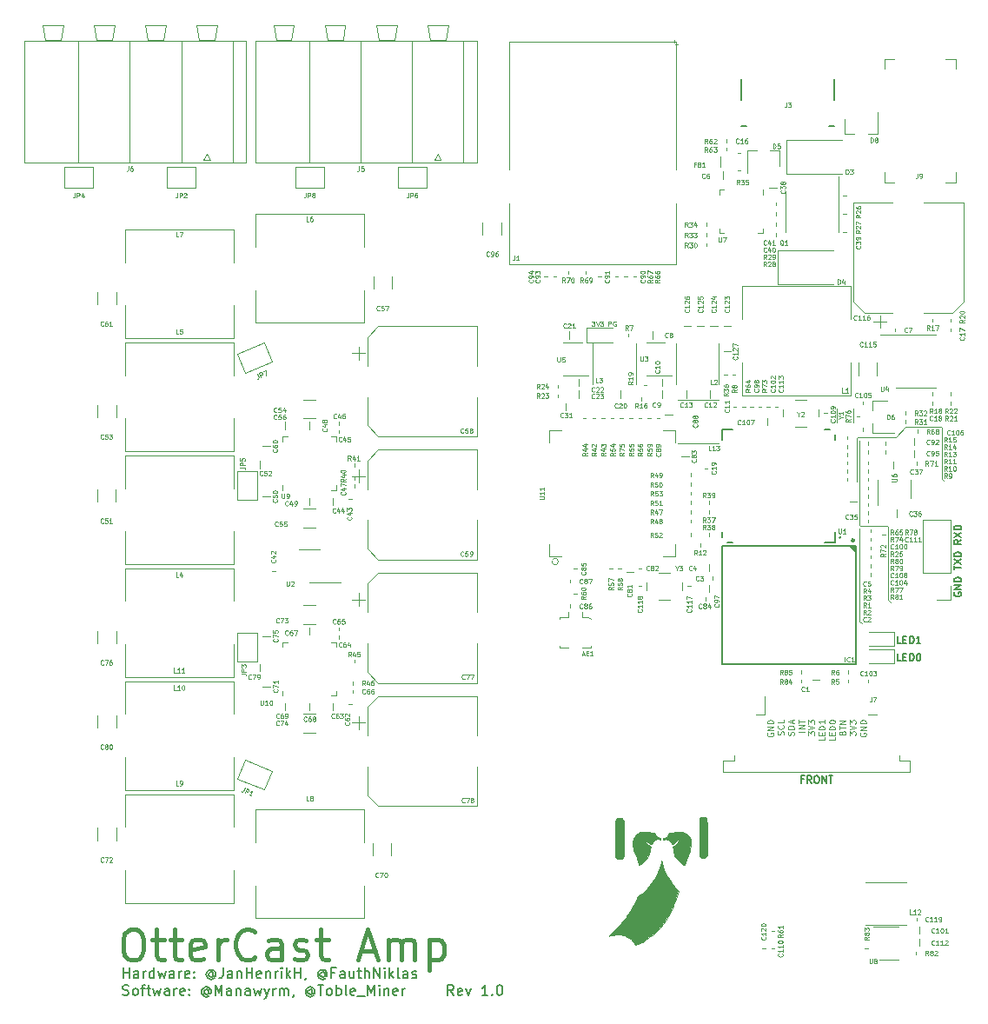
<source format=gto>
G04 #@! TF.GenerationSoftware,KiCad,Pcbnew,5.1.5+dfsg1-2build2*
G04 #@! TF.CreationDate,2021-03-01T22:52:39+01:00*
G04 #@! TF.ProjectId,OtterCastAmp,4f747465-7243-4617-9374-416d702e6b69,rev?*
G04 #@! TF.SameCoordinates,Original*
G04 #@! TF.FileFunction,Legend,Top*
G04 #@! TF.FilePolarity,Positive*
%FSLAX46Y46*%
G04 Gerber Fmt 4.6, Leading zero omitted, Abs format (unit mm)*
G04 Created by KiCad (PCBNEW 5.1.5+dfsg1-2build2) date 2021-03-01 22:52:39*
%MOMM*%
%LPD*%
G04 APERTURE LIST*
%ADD10C,0.180000*%
%ADD11C,0.400000*%
%ADD12C,0.150000*%
%ADD13C,0.125000*%
%ADD14C,0.100000*%
%ADD15C,0.010000*%
%ADD16C,0.127000*%
%ADD17C,0.250000*%
%ADD18C,0.120000*%
%ADD19C,0.050000*%
G04 APERTURE END LIST*
D10*
X111855095Y-140112380D02*
X111855095Y-139112380D01*
X111855095Y-139588571D02*
X112426523Y-139588571D01*
X112426523Y-140112380D02*
X112426523Y-139112380D01*
X113331285Y-140112380D02*
X113331285Y-139588571D01*
X113283666Y-139493333D01*
X113188428Y-139445714D01*
X112997952Y-139445714D01*
X112902714Y-139493333D01*
X113331285Y-140064761D02*
X113236047Y-140112380D01*
X112997952Y-140112380D01*
X112902714Y-140064761D01*
X112855095Y-139969523D01*
X112855095Y-139874285D01*
X112902714Y-139779047D01*
X112997952Y-139731428D01*
X113236047Y-139731428D01*
X113331285Y-139683809D01*
X113807476Y-140112380D02*
X113807476Y-139445714D01*
X113807476Y-139636190D02*
X113855095Y-139540952D01*
X113902714Y-139493333D01*
X113997952Y-139445714D01*
X114093190Y-139445714D01*
X114855095Y-140112380D02*
X114855095Y-139112380D01*
X114855095Y-140064761D02*
X114759857Y-140112380D01*
X114569380Y-140112380D01*
X114474142Y-140064761D01*
X114426523Y-140017142D01*
X114378904Y-139921904D01*
X114378904Y-139636190D01*
X114426523Y-139540952D01*
X114474142Y-139493333D01*
X114569380Y-139445714D01*
X114759857Y-139445714D01*
X114855095Y-139493333D01*
X115236047Y-139445714D02*
X115426523Y-140112380D01*
X115617000Y-139636190D01*
X115807476Y-140112380D01*
X115997952Y-139445714D01*
X116807476Y-140112380D02*
X116807476Y-139588571D01*
X116759857Y-139493333D01*
X116664619Y-139445714D01*
X116474142Y-139445714D01*
X116378904Y-139493333D01*
X116807476Y-140064761D02*
X116712238Y-140112380D01*
X116474142Y-140112380D01*
X116378904Y-140064761D01*
X116331285Y-139969523D01*
X116331285Y-139874285D01*
X116378904Y-139779047D01*
X116474142Y-139731428D01*
X116712238Y-139731428D01*
X116807476Y-139683809D01*
X117283666Y-140112380D02*
X117283666Y-139445714D01*
X117283666Y-139636190D02*
X117331285Y-139540952D01*
X117378904Y-139493333D01*
X117474142Y-139445714D01*
X117569380Y-139445714D01*
X118283666Y-140064761D02*
X118188428Y-140112380D01*
X117997952Y-140112380D01*
X117902714Y-140064761D01*
X117855095Y-139969523D01*
X117855095Y-139588571D01*
X117902714Y-139493333D01*
X117997952Y-139445714D01*
X118188428Y-139445714D01*
X118283666Y-139493333D01*
X118331285Y-139588571D01*
X118331285Y-139683809D01*
X117855095Y-139779047D01*
X118759857Y-140017142D02*
X118807476Y-140064761D01*
X118759857Y-140112380D01*
X118712238Y-140064761D01*
X118759857Y-140017142D01*
X118759857Y-140112380D01*
X118759857Y-139493333D02*
X118807476Y-139540952D01*
X118759857Y-139588571D01*
X118712238Y-139540952D01*
X118759857Y-139493333D01*
X118759857Y-139588571D01*
X120617000Y-139636190D02*
X120569380Y-139588571D01*
X120474142Y-139540952D01*
X120378904Y-139540952D01*
X120283666Y-139588571D01*
X120236047Y-139636190D01*
X120188428Y-139731428D01*
X120188428Y-139826666D01*
X120236047Y-139921904D01*
X120283666Y-139969523D01*
X120378904Y-140017142D01*
X120474142Y-140017142D01*
X120569380Y-139969523D01*
X120617000Y-139921904D01*
X120617000Y-139540952D02*
X120617000Y-139921904D01*
X120664619Y-139969523D01*
X120712238Y-139969523D01*
X120807476Y-139921904D01*
X120855095Y-139826666D01*
X120855095Y-139588571D01*
X120759857Y-139445714D01*
X120617000Y-139350476D01*
X120426523Y-139302857D01*
X120236047Y-139350476D01*
X120093190Y-139445714D01*
X119997952Y-139588571D01*
X119950333Y-139779047D01*
X119997952Y-139969523D01*
X120093190Y-140112380D01*
X120236047Y-140207619D01*
X120426523Y-140255238D01*
X120617000Y-140207619D01*
X120759857Y-140112380D01*
X121569380Y-139112380D02*
X121569380Y-139826666D01*
X121521761Y-139969523D01*
X121426523Y-140064761D01*
X121283666Y-140112380D01*
X121188428Y-140112380D01*
X122474142Y-140112380D02*
X122474142Y-139588571D01*
X122426523Y-139493333D01*
X122331285Y-139445714D01*
X122140809Y-139445714D01*
X122045571Y-139493333D01*
X122474142Y-140064761D02*
X122378904Y-140112380D01*
X122140809Y-140112380D01*
X122045571Y-140064761D01*
X121997952Y-139969523D01*
X121997952Y-139874285D01*
X122045571Y-139779047D01*
X122140809Y-139731428D01*
X122378904Y-139731428D01*
X122474142Y-139683809D01*
X122950333Y-139445714D02*
X122950333Y-140112380D01*
X122950333Y-139540952D02*
X122997952Y-139493333D01*
X123093190Y-139445714D01*
X123236047Y-139445714D01*
X123331285Y-139493333D01*
X123378904Y-139588571D01*
X123378904Y-140112380D01*
X123855095Y-140112380D02*
X123855095Y-139112380D01*
X123855095Y-139588571D02*
X124426523Y-139588571D01*
X124426523Y-140112380D02*
X124426523Y-139112380D01*
X125283666Y-140064761D02*
X125188428Y-140112380D01*
X124997952Y-140112380D01*
X124902714Y-140064761D01*
X124855095Y-139969523D01*
X124855095Y-139588571D01*
X124902714Y-139493333D01*
X124997952Y-139445714D01*
X125188428Y-139445714D01*
X125283666Y-139493333D01*
X125331285Y-139588571D01*
X125331285Y-139683809D01*
X124855095Y-139779047D01*
X125759857Y-139445714D02*
X125759857Y-140112380D01*
X125759857Y-139540952D02*
X125807476Y-139493333D01*
X125902714Y-139445714D01*
X126045571Y-139445714D01*
X126140809Y-139493333D01*
X126188428Y-139588571D01*
X126188428Y-140112380D01*
X126664619Y-140112380D02*
X126664619Y-139445714D01*
X126664619Y-139636190D02*
X126712238Y-139540952D01*
X126759857Y-139493333D01*
X126855095Y-139445714D01*
X126950333Y-139445714D01*
X127283666Y-140112380D02*
X127283666Y-139445714D01*
X127283666Y-139112380D02*
X127236047Y-139160000D01*
X127283666Y-139207619D01*
X127331285Y-139160000D01*
X127283666Y-139112380D01*
X127283666Y-139207619D01*
X127759857Y-140112380D02*
X127759857Y-139112380D01*
X127855095Y-139731428D02*
X128140809Y-140112380D01*
X128140809Y-139445714D02*
X127759857Y-139826666D01*
X128569380Y-140112380D02*
X128569380Y-139112380D01*
X128569380Y-139588571D02*
X129140809Y-139588571D01*
X129140809Y-140112380D02*
X129140809Y-139112380D01*
X129664619Y-140064761D02*
X129664619Y-140112380D01*
X129617000Y-140207619D01*
X129569380Y-140255238D01*
X131474142Y-139636190D02*
X131426523Y-139588571D01*
X131331285Y-139540952D01*
X131236047Y-139540952D01*
X131140809Y-139588571D01*
X131093190Y-139636190D01*
X131045571Y-139731428D01*
X131045571Y-139826666D01*
X131093190Y-139921904D01*
X131140809Y-139969523D01*
X131236047Y-140017142D01*
X131331285Y-140017142D01*
X131426523Y-139969523D01*
X131474142Y-139921904D01*
X131474142Y-139540952D02*
X131474142Y-139921904D01*
X131521761Y-139969523D01*
X131569380Y-139969523D01*
X131664619Y-139921904D01*
X131712238Y-139826666D01*
X131712238Y-139588571D01*
X131617000Y-139445714D01*
X131474142Y-139350476D01*
X131283666Y-139302857D01*
X131093190Y-139350476D01*
X130950333Y-139445714D01*
X130855095Y-139588571D01*
X130807476Y-139779047D01*
X130855095Y-139969523D01*
X130950333Y-140112380D01*
X131093190Y-140207619D01*
X131283666Y-140255238D01*
X131474142Y-140207619D01*
X131617000Y-140112380D01*
X132474142Y-139588571D02*
X132140809Y-139588571D01*
X132140809Y-140112380D02*
X132140809Y-139112380D01*
X132617000Y-139112380D01*
X133426523Y-140112380D02*
X133426523Y-139588571D01*
X133378904Y-139493333D01*
X133283666Y-139445714D01*
X133093190Y-139445714D01*
X132997952Y-139493333D01*
X133426523Y-140064761D02*
X133331285Y-140112380D01*
X133093190Y-140112380D01*
X132997952Y-140064761D01*
X132950333Y-139969523D01*
X132950333Y-139874285D01*
X132997952Y-139779047D01*
X133093190Y-139731428D01*
X133331285Y-139731428D01*
X133426523Y-139683809D01*
X134331285Y-139445714D02*
X134331285Y-140112380D01*
X133902714Y-139445714D02*
X133902714Y-139969523D01*
X133950333Y-140064761D01*
X134045571Y-140112380D01*
X134188428Y-140112380D01*
X134283666Y-140064761D01*
X134331285Y-140017142D01*
X134664619Y-139445714D02*
X135045571Y-139445714D01*
X134807476Y-139112380D02*
X134807476Y-139969523D01*
X134855095Y-140064761D01*
X134950333Y-140112380D01*
X135045571Y-140112380D01*
X135378904Y-140112380D02*
X135378904Y-139112380D01*
X135807476Y-140112380D02*
X135807476Y-139588571D01*
X135759857Y-139493333D01*
X135664619Y-139445714D01*
X135521761Y-139445714D01*
X135426523Y-139493333D01*
X135378904Y-139540952D01*
X136283666Y-140112380D02*
X136283666Y-139112380D01*
X136855095Y-140112380D01*
X136855095Y-139112380D01*
X137331285Y-140112380D02*
X137331285Y-139445714D01*
X137331285Y-139112380D02*
X137283666Y-139160000D01*
X137331285Y-139207619D01*
X137378904Y-139160000D01*
X137331285Y-139112380D01*
X137331285Y-139207619D01*
X137807476Y-140112380D02*
X137807476Y-139112380D01*
X137902714Y-139731428D02*
X138188428Y-140112380D01*
X138188428Y-139445714D02*
X137807476Y-139826666D01*
X138759857Y-140112380D02*
X138664619Y-140064761D01*
X138617000Y-139969523D01*
X138617000Y-139112380D01*
X139569380Y-140112380D02*
X139569380Y-139588571D01*
X139521761Y-139493333D01*
X139426523Y-139445714D01*
X139236047Y-139445714D01*
X139140809Y-139493333D01*
X139569380Y-140064761D02*
X139474142Y-140112380D01*
X139236047Y-140112380D01*
X139140809Y-140064761D01*
X139093190Y-139969523D01*
X139093190Y-139874285D01*
X139140809Y-139779047D01*
X139236047Y-139731428D01*
X139474142Y-139731428D01*
X139569380Y-139683809D01*
X139997952Y-140064761D02*
X140093190Y-140112380D01*
X140283666Y-140112380D01*
X140378904Y-140064761D01*
X140426523Y-139969523D01*
X140426523Y-139921904D01*
X140378904Y-139826666D01*
X140283666Y-139779047D01*
X140140809Y-139779047D01*
X140045571Y-139731428D01*
X139997952Y-139636190D01*
X139997952Y-139588571D01*
X140045571Y-139493333D01*
X140140809Y-139445714D01*
X140283666Y-139445714D01*
X140378904Y-139493333D01*
X111807476Y-141744761D02*
X111950333Y-141792380D01*
X112188428Y-141792380D01*
X112283666Y-141744761D01*
X112331285Y-141697142D01*
X112378904Y-141601904D01*
X112378904Y-141506666D01*
X112331285Y-141411428D01*
X112283666Y-141363809D01*
X112188428Y-141316190D01*
X111997952Y-141268571D01*
X111902714Y-141220952D01*
X111855095Y-141173333D01*
X111807476Y-141078095D01*
X111807476Y-140982857D01*
X111855095Y-140887619D01*
X111902714Y-140840000D01*
X111997952Y-140792380D01*
X112236047Y-140792380D01*
X112378904Y-140840000D01*
X112950333Y-141792380D02*
X112855095Y-141744761D01*
X112807476Y-141697142D01*
X112759857Y-141601904D01*
X112759857Y-141316190D01*
X112807476Y-141220952D01*
X112855095Y-141173333D01*
X112950333Y-141125714D01*
X113093190Y-141125714D01*
X113188428Y-141173333D01*
X113236047Y-141220952D01*
X113283666Y-141316190D01*
X113283666Y-141601904D01*
X113236047Y-141697142D01*
X113188428Y-141744761D01*
X113093190Y-141792380D01*
X112950333Y-141792380D01*
X113569380Y-141125714D02*
X113950333Y-141125714D01*
X113712238Y-141792380D02*
X113712238Y-140935238D01*
X113759857Y-140840000D01*
X113855095Y-140792380D01*
X113950333Y-140792380D01*
X114140809Y-141125714D02*
X114521761Y-141125714D01*
X114283666Y-140792380D02*
X114283666Y-141649523D01*
X114331285Y-141744761D01*
X114426523Y-141792380D01*
X114521761Y-141792380D01*
X114759857Y-141125714D02*
X114950333Y-141792380D01*
X115140809Y-141316190D01*
X115331285Y-141792380D01*
X115521761Y-141125714D01*
X116331285Y-141792380D02*
X116331285Y-141268571D01*
X116283666Y-141173333D01*
X116188428Y-141125714D01*
X115997952Y-141125714D01*
X115902714Y-141173333D01*
X116331285Y-141744761D02*
X116236047Y-141792380D01*
X115997952Y-141792380D01*
X115902714Y-141744761D01*
X115855095Y-141649523D01*
X115855095Y-141554285D01*
X115902714Y-141459047D01*
X115997952Y-141411428D01*
X116236047Y-141411428D01*
X116331285Y-141363809D01*
X116807476Y-141792380D02*
X116807476Y-141125714D01*
X116807476Y-141316190D02*
X116855095Y-141220952D01*
X116902714Y-141173333D01*
X116997952Y-141125714D01*
X117093190Y-141125714D01*
X117807476Y-141744761D02*
X117712238Y-141792380D01*
X117521761Y-141792380D01*
X117426523Y-141744761D01*
X117378904Y-141649523D01*
X117378904Y-141268571D01*
X117426523Y-141173333D01*
X117521761Y-141125714D01*
X117712238Y-141125714D01*
X117807476Y-141173333D01*
X117855095Y-141268571D01*
X117855095Y-141363809D01*
X117378904Y-141459047D01*
X118283666Y-141697142D02*
X118331285Y-141744761D01*
X118283666Y-141792380D01*
X118236047Y-141744761D01*
X118283666Y-141697142D01*
X118283666Y-141792380D01*
X118283666Y-141173333D02*
X118331285Y-141220952D01*
X118283666Y-141268571D01*
X118236047Y-141220952D01*
X118283666Y-141173333D01*
X118283666Y-141268571D01*
X120140809Y-141316190D02*
X120093190Y-141268571D01*
X119997952Y-141220952D01*
X119902714Y-141220952D01*
X119807476Y-141268571D01*
X119759857Y-141316190D01*
X119712238Y-141411428D01*
X119712238Y-141506666D01*
X119759857Y-141601904D01*
X119807476Y-141649523D01*
X119902714Y-141697142D01*
X119997952Y-141697142D01*
X120093190Y-141649523D01*
X120140809Y-141601904D01*
X120140809Y-141220952D02*
X120140809Y-141601904D01*
X120188428Y-141649523D01*
X120236047Y-141649523D01*
X120331285Y-141601904D01*
X120378904Y-141506666D01*
X120378904Y-141268571D01*
X120283666Y-141125714D01*
X120140809Y-141030476D01*
X119950333Y-140982857D01*
X119759857Y-141030476D01*
X119617000Y-141125714D01*
X119521761Y-141268571D01*
X119474142Y-141459047D01*
X119521761Y-141649523D01*
X119617000Y-141792380D01*
X119759857Y-141887619D01*
X119950333Y-141935238D01*
X120140809Y-141887619D01*
X120283666Y-141792380D01*
X120807476Y-141792380D02*
X120807476Y-140792380D01*
X121140809Y-141506666D01*
X121474142Y-140792380D01*
X121474142Y-141792380D01*
X122378904Y-141792380D02*
X122378904Y-141268571D01*
X122331285Y-141173333D01*
X122236047Y-141125714D01*
X122045571Y-141125714D01*
X121950333Y-141173333D01*
X122378904Y-141744761D02*
X122283666Y-141792380D01*
X122045571Y-141792380D01*
X121950333Y-141744761D01*
X121902714Y-141649523D01*
X121902714Y-141554285D01*
X121950333Y-141459047D01*
X122045571Y-141411428D01*
X122283666Y-141411428D01*
X122378904Y-141363809D01*
X122855095Y-141125714D02*
X122855095Y-141792380D01*
X122855095Y-141220952D02*
X122902714Y-141173333D01*
X122997952Y-141125714D01*
X123140809Y-141125714D01*
X123236047Y-141173333D01*
X123283666Y-141268571D01*
X123283666Y-141792380D01*
X124188428Y-141792380D02*
X124188428Y-141268571D01*
X124140809Y-141173333D01*
X124045571Y-141125714D01*
X123855095Y-141125714D01*
X123759857Y-141173333D01*
X124188428Y-141744761D02*
X124093190Y-141792380D01*
X123855095Y-141792380D01*
X123759857Y-141744761D01*
X123712238Y-141649523D01*
X123712238Y-141554285D01*
X123759857Y-141459047D01*
X123855095Y-141411428D01*
X124093190Y-141411428D01*
X124188428Y-141363809D01*
X124569380Y-141125714D02*
X124759857Y-141792380D01*
X124950333Y-141316190D01*
X125140809Y-141792380D01*
X125331285Y-141125714D01*
X125617000Y-141125714D02*
X125855095Y-141792380D01*
X126093190Y-141125714D02*
X125855095Y-141792380D01*
X125759857Y-142030476D01*
X125712238Y-142078095D01*
X125617000Y-142125714D01*
X126474142Y-141792380D02*
X126474142Y-141125714D01*
X126474142Y-141316190D02*
X126521761Y-141220952D01*
X126569380Y-141173333D01*
X126664619Y-141125714D01*
X126759857Y-141125714D01*
X127093190Y-141792380D02*
X127093190Y-141125714D01*
X127093190Y-141220952D02*
X127140809Y-141173333D01*
X127236047Y-141125714D01*
X127378904Y-141125714D01*
X127474142Y-141173333D01*
X127521761Y-141268571D01*
X127521761Y-141792380D01*
X127521761Y-141268571D02*
X127569380Y-141173333D01*
X127664619Y-141125714D01*
X127807476Y-141125714D01*
X127902714Y-141173333D01*
X127950333Y-141268571D01*
X127950333Y-141792380D01*
X128474142Y-141744761D02*
X128474142Y-141792380D01*
X128426523Y-141887619D01*
X128378904Y-141935238D01*
X130283666Y-141316190D02*
X130236047Y-141268571D01*
X130140809Y-141220952D01*
X130045571Y-141220952D01*
X129950333Y-141268571D01*
X129902714Y-141316190D01*
X129855095Y-141411428D01*
X129855095Y-141506666D01*
X129902714Y-141601904D01*
X129950333Y-141649523D01*
X130045571Y-141697142D01*
X130140809Y-141697142D01*
X130236047Y-141649523D01*
X130283666Y-141601904D01*
X130283666Y-141220952D02*
X130283666Y-141601904D01*
X130331285Y-141649523D01*
X130378904Y-141649523D01*
X130474142Y-141601904D01*
X130521761Y-141506666D01*
X130521761Y-141268571D01*
X130426523Y-141125714D01*
X130283666Y-141030476D01*
X130093190Y-140982857D01*
X129902714Y-141030476D01*
X129759857Y-141125714D01*
X129664619Y-141268571D01*
X129617000Y-141459047D01*
X129664619Y-141649523D01*
X129759857Y-141792380D01*
X129902714Y-141887619D01*
X130093190Y-141935238D01*
X130283666Y-141887619D01*
X130426523Y-141792380D01*
X130807476Y-140792380D02*
X131378904Y-140792380D01*
X131093190Y-141792380D02*
X131093190Y-140792380D01*
X131855095Y-141792380D02*
X131759857Y-141744761D01*
X131712238Y-141697142D01*
X131664619Y-141601904D01*
X131664619Y-141316190D01*
X131712238Y-141220952D01*
X131759857Y-141173333D01*
X131855095Y-141125714D01*
X131997952Y-141125714D01*
X132093190Y-141173333D01*
X132140809Y-141220952D01*
X132188428Y-141316190D01*
X132188428Y-141601904D01*
X132140809Y-141697142D01*
X132093190Y-141744761D01*
X131997952Y-141792380D01*
X131855095Y-141792380D01*
X132617000Y-141792380D02*
X132617000Y-140792380D01*
X132617000Y-141173333D02*
X132712238Y-141125714D01*
X132902714Y-141125714D01*
X132997952Y-141173333D01*
X133045571Y-141220952D01*
X133093190Y-141316190D01*
X133093190Y-141601904D01*
X133045571Y-141697142D01*
X132997952Y-141744761D01*
X132902714Y-141792380D01*
X132712238Y-141792380D01*
X132617000Y-141744761D01*
X133664619Y-141792380D02*
X133569380Y-141744761D01*
X133521761Y-141649523D01*
X133521761Y-140792380D01*
X134426523Y-141744761D02*
X134331285Y-141792380D01*
X134140809Y-141792380D01*
X134045571Y-141744761D01*
X133997952Y-141649523D01*
X133997952Y-141268571D01*
X134045571Y-141173333D01*
X134140809Y-141125714D01*
X134331285Y-141125714D01*
X134426523Y-141173333D01*
X134474142Y-141268571D01*
X134474142Y-141363809D01*
X133997952Y-141459047D01*
X134664619Y-141887619D02*
X135426523Y-141887619D01*
X135664619Y-141792380D02*
X135664619Y-140792380D01*
X135997952Y-141506666D01*
X136331285Y-140792380D01*
X136331285Y-141792380D01*
X136807476Y-141792380D02*
X136807476Y-141125714D01*
X136807476Y-140792380D02*
X136759857Y-140840000D01*
X136807476Y-140887619D01*
X136855095Y-140840000D01*
X136807476Y-140792380D01*
X136807476Y-140887619D01*
X137283666Y-141125714D02*
X137283666Y-141792380D01*
X137283666Y-141220952D02*
X137331285Y-141173333D01*
X137426523Y-141125714D01*
X137569380Y-141125714D01*
X137664619Y-141173333D01*
X137712238Y-141268571D01*
X137712238Y-141792380D01*
X138569380Y-141744761D02*
X138474142Y-141792380D01*
X138283666Y-141792380D01*
X138188428Y-141744761D01*
X138140809Y-141649523D01*
X138140809Y-141268571D01*
X138188428Y-141173333D01*
X138283666Y-141125714D01*
X138474142Y-141125714D01*
X138569380Y-141173333D01*
X138617000Y-141268571D01*
X138617000Y-141363809D01*
X138140809Y-141459047D01*
X139045571Y-141792380D02*
X139045571Y-141125714D01*
X139045571Y-141316190D02*
X139093190Y-141220952D01*
X139140809Y-141173333D01*
X139236047Y-141125714D01*
X139331285Y-141125714D01*
X144045571Y-141792380D02*
X143712238Y-141316190D01*
X143474142Y-141792380D02*
X143474142Y-140792380D01*
X143855095Y-140792380D01*
X143950333Y-140840000D01*
X143997952Y-140887619D01*
X144045571Y-140982857D01*
X144045571Y-141125714D01*
X143997952Y-141220952D01*
X143950333Y-141268571D01*
X143855095Y-141316190D01*
X143474142Y-141316190D01*
X144855095Y-141744761D02*
X144759857Y-141792380D01*
X144569380Y-141792380D01*
X144474142Y-141744761D01*
X144426523Y-141649523D01*
X144426523Y-141268571D01*
X144474142Y-141173333D01*
X144569380Y-141125714D01*
X144759857Y-141125714D01*
X144855095Y-141173333D01*
X144902714Y-141268571D01*
X144902714Y-141363809D01*
X144426523Y-141459047D01*
X145236047Y-141125714D02*
X145474142Y-141792380D01*
X145712238Y-141125714D01*
X147378904Y-141792380D02*
X146807476Y-141792380D01*
X147093190Y-141792380D02*
X147093190Y-140792380D01*
X146997952Y-140935238D01*
X146902714Y-141030476D01*
X146807476Y-141078095D01*
X147807476Y-141697142D02*
X147855095Y-141744761D01*
X147807476Y-141792380D01*
X147759857Y-141744761D01*
X147807476Y-141697142D01*
X147807476Y-141792380D01*
X148474142Y-140792380D02*
X148569380Y-140792380D01*
X148664619Y-140840000D01*
X148712238Y-140887619D01*
X148759857Y-140982857D01*
X148807476Y-141173333D01*
X148807476Y-141411428D01*
X148759857Y-141601904D01*
X148712238Y-141697142D01*
X148664619Y-141744761D01*
X148569380Y-141792380D01*
X148474142Y-141792380D01*
X148378904Y-141744761D01*
X148331285Y-141697142D01*
X148283666Y-141601904D01*
X148236047Y-141411428D01*
X148236047Y-141173333D01*
X148283666Y-140982857D01*
X148331285Y-140887619D01*
X148378904Y-140840000D01*
X148474142Y-140792380D01*
D11*
X112545714Y-135357142D02*
X113117142Y-135357142D01*
X113402857Y-135500000D01*
X113688571Y-135785714D01*
X113831428Y-136357142D01*
X113831428Y-137357142D01*
X113688571Y-137928571D01*
X113402857Y-138214285D01*
X113117142Y-138357142D01*
X112545714Y-138357142D01*
X112260000Y-138214285D01*
X111974285Y-137928571D01*
X111831428Y-137357142D01*
X111831428Y-136357142D01*
X111974285Y-135785714D01*
X112260000Y-135500000D01*
X112545714Y-135357142D01*
X114688571Y-136357142D02*
X115831428Y-136357142D01*
X115117142Y-135357142D02*
X115117142Y-137928571D01*
X115260000Y-138214285D01*
X115545714Y-138357142D01*
X115831428Y-138357142D01*
X116402857Y-136357142D02*
X117545714Y-136357142D01*
X116831428Y-135357142D02*
X116831428Y-137928571D01*
X116974285Y-138214285D01*
X117260000Y-138357142D01*
X117545714Y-138357142D01*
X119688571Y-138214285D02*
X119402857Y-138357142D01*
X118831428Y-138357142D01*
X118545714Y-138214285D01*
X118402857Y-137928571D01*
X118402857Y-136785714D01*
X118545714Y-136500000D01*
X118831428Y-136357142D01*
X119402857Y-136357142D01*
X119688571Y-136500000D01*
X119831428Y-136785714D01*
X119831428Y-137071428D01*
X118402857Y-137357142D01*
X121117142Y-138357142D02*
X121117142Y-136357142D01*
X121117142Y-136928571D02*
X121260000Y-136642857D01*
X121402857Y-136500000D01*
X121688571Y-136357142D01*
X121974285Y-136357142D01*
X124688571Y-138071428D02*
X124545714Y-138214285D01*
X124117142Y-138357142D01*
X123831428Y-138357142D01*
X123402857Y-138214285D01*
X123117142Y-137928571D01*
X122974285Y-137642857D01*
X122831428Y-137071428D01*
X122831428Y-136642857D01*
X122974285Y-136071428D01*
X123117142Y-135785714D01*
X123402857Y-135500000D01*
X123831428Y-135357142D01*
X124117142Y-135357142D01*
X124545714Y-135500000D01*
X124688571Y-135642857D01*
X127260000Y-138357142D02*
X127260000Y-136785714D01*
X127117142Y-136500000D01*
X126831428Y-136357142D01*
X126260000Y-136357142D01*
X125974285Y-136500000D01*
X127260000Y-138214285D02*
X126974285Y-138357142D01*
X126260000Y-138357142D01*
X125974285Y-138214285D01*
X125831428Y-137928571D01*
X125831428Y-137642857D01*
X125974285Y-137357142D01*
X126260000Y-137214285D01*
X126974285Y-137214285D01*
X127260000Y-137071428D01*
X128545714Y-138214285D02*
X128831428Y-138357142D01*
X129402857Y-138357142D01*
X129688571Y-138214285D01*
X129831428Y-137928571D01*
X129831428Y-137785714D01*
X129688571Y-137500000D01*
X129402857Y-137357142D01*
X128974285Y-137357142D01*
X128688571Y-137214285D01*
X128545714Y-136928571D01*
X128545714Y-136785714D01*
X128688571Y-136500000D01*
X128974285Y-136357142D01*
X129402857Y-136357142D01*
X129688571Y-136500000D01*
X130688571Y-136357142D02*
X131831428Y-136357142D01*
X131117142Y-135357142D02*
X131117142Y-137928571D01*
X131260000Y-138214285D01*
X131545714Y-138357142D01*
X131831428Y-138357142D01*
X134974285Y-137500000D02*
X136402857Y-137500000D01*
X134688571Y-138357142D02*
X135688571Y-135357142D01*
X136688571Y-138357142D01*
X137688571Y-138357142D02*
X137688571Y-136357142D01*
X137688571Y-136642857D02*
X137831428Y-136500000D01*
X138117142Y-136357142D01*
X138545714Y-136357142D01*
X138831428Y-136500000D01*
X138974285Y-136785714D01*
X138974285Y-138357142D01*
X138974285Y-136785714D02*
X139117142Y-136500000D01*
X139402857Y-136357142D01*
X139831428Y-136357142D01*
X140117142Y-136500000D01*
X140260000Y-136785714D01*
X140260000Y-138357142D01*
X141688571Y-136357142D02*
X141688571Y-139357142D01*
X141688571Y-136500000D02*
X141974285Y-136357142D01*
X142545714Y-136357142D01*
X142831428Y-136500000D01*
X142974285Y-136642857D01*
X143117142Y-136928571D01*
X143117142Y-137785714D01*
X142974285Y-138071428D01*
X142831428Y-138214285D01*
X142545714Y-138357142D01*
X141974285Y-138357142D01*
X141688571Y-138214285D01*
D12*
X178150000Y-120750000D02*
X177916666Y-120750000D01*
X177916666Y-121116666D02*
X177916666Y-120416666D01*
X178250000Y-120416666D01*
X178916666Y-121116666D02*
X178683333Y-120783333D01*
X178516666Y-121116666D02*
X178516666Y-120416666D01*
X178783333Y-120416666D01*
X178850000Y-120450000D01*
X178883333Y-120483333D01*
X178916666Y-120550000D01*
X178916666Y-120650000D01*
X178883333Y-120716666D01*
X178850000Y-120750000D01*
X178783333Y-120783333D01*
X178516666Y-120783333D01*
X179350000Y-120416666D02*
X179483333Y-120416666D01*
X179550000Y-120450000D01*
X179616666Y-120516666D01*
X179650000Y-120650000D01*
X179650000Y-120883333D01*
X179616666Y-121016666D01*
X179550000Y-121083333D01*
X179483333Y-121116666D01*
X179350000Y-121116666D01*
X179283333Y-121083333D01*
X179216666Y-121016666D01*
X179183333Y-120883333D01*
X179183333Y-120650000D01*
X179216666Y-120516666D01*
X179283333Y-120450000D01*
X179350000Y-120416666D01*
X179950000Y-121116666D02*
X179950000Y-120416666D01*
X180350000Y-121116666D01*
X180350000Y-120416666D01*
X180583333Y-120416666D02*
X180983333Y-120416666D01*
X180783333Y-121116666D02*
X180783333Y-120416666D01*
D13*
X174646250Y-116252678D02*
X174618392Y-116309821D01*
X174618392Y-116395535D01*
X174646250Y-116481250D01*
X174701964Y-116538392D01*
X174757678Y-116566964D01*
X174869107Y-116595535D01*
X174952678Y-116595535D01*
X175064107Y-116566964D01*
X175119821Y-116538392D01*
X175175535Y-116481250D01*
X175203392Y-116395535D01*
X175203392Y-116338392D01*
X175175535Y-116252678D01*
X175147678Y-116224107D01*
X174952678Y-116224107D01*
X174952678Y-116338392D01*
X175203392Y-115966964D02*
X174618392Y-115966964D01*
X175203392Y-115624107D01*
X174618392Y-115624107D01*
X175203392Y-115338392D02*
X174618392Y-115338392D01*
X174618392Y-115195535D01*
X174646250Y-115109821D01*
X174701964Y-115052678D01*
X174757678Y-115024107D01*
X174869107Y-114995535D01*
X174952678Y-114995535D01*
X175064107Y-115024107D01*
X175119821Y-115052678D01*
X175175535Y-115109821D01*
X175203392Y-115195535D01*
X175203392Y-115338392D01*
X176178035Y-116424107D02*
X176205892Y-116338392D01*
X176205892Y-116195535D01*
X176178035Y-116138392D01*
X176150178Y-116109821D01*
X176094464Y-116081250D01*
X176038750Y-116081250D01*
X175983035Y-116109821D01*
X175955178Y-116138392D01*
X175927321Y-116195535D01*
X175899464Y-116309821D01*
X175871607Y-116366964D01*
X175843750Y-116395535D01*
X175788035Y-116424107D01*
X175732321Y-116424107D01*
X175676607Y-116395535D01*
X175648750Y-116366964D01*
X175620892Y-116309821D01*
X175620892Y-116166964D01*
X175648750Y-116081250D01*
X176150178Y-115481250D02*
X176178035Y-115509821D01*
X176205892Y-115595535D01*
X176205892Y-115652678D01*
X176178035Y-115738392D01*
X176122321Y-115795535D01*
X176066607Y-115824107D01*
X175955178Y-115852678D01*
X175871607Y-115852678D01*
X175760178Y-115824107D01*
X175704464Y-115795535D01*
X175648750Y-115738392D01*
X175620892Y-115652678D01*
X175620892Y-115595535D01*
X175648750Y-115509821D01*
X175676607Y-115481250D01*
X176205892Y-114938392D02*
X176205892Y-115224107D01*
X175620892Y-115224107D01*
X177180535Y-116452678D02*
X177208392Y-116366964D01*
X177208392Y-116224107D01*
X177180535Y-116166964D01*
X177152678Y-116138392D01*
X177096964Y-116109821D01*
X177041250Y-116109821D01*
X176985535Y-116138392D01*
X176957678Y-116166964D01*
X176929821Y-116224107D01*
X176901964Y-116338392D01*
X176874107Y-116395535D01*
X176846250Y-116424107D01*
X176790535Y-116452678D01*
X176734821Y-116452678D01*
X176679107Y-116424107D01*
X176651250Y-116395535D01*
X176623392Y-116338392D01*
X176623392Y-116195535D01*
X176651250Y-116109821D01*
X177208392Y-115852678D02*
X176623392Y-115852678D01*
X176623392Y-115709821D01*
X176651250Y-115624107D01*
X176706964Y-115566964D01*
X176762678Y-115538392D01*
X176874107Y-115509821D01*
X176957678Y-115509821D01*
X177069107Y-115538392D01*
X177124821Y-115566964D01*
X177180535Y-115624107D01*
X177208392Y-115709821D01*
X177208392Y-115852678D01*
X177041250Y-115281250D02*
X177041250Y-114995535D01*
X177208392Y-115338392D02*
X176623392Y-115138392D01*
X177208392Y-114938392D01*
X178210892Y-116109821D02*
X177625892Y-116109821D01*
X178210892Y-115824107D02*
X177625892Y-115824107D01*
X178210892Y-115481250D01*
X177625892Y-115481250D01*
X177625892Y-115281250D02*
X177625892Y-114938392D01*
X178210892Y-115109821D02*
X177625892Y-115109821D01*
X178628392Y-116452678D02*
X178628392Y-116081250D01*
X178851250Y-116281250D01*
X178851250Y-116195535D01*
X178879107Y-116138392D01*
X178906964Y-116109821D01*
X178962678Y-116081250D01*
X179101964Y-116081250D01*
X179157678Y-116109821D01*
X179185535Y-116138392D01*
X179213392Y-116195535D01*
X179213392Y-116366964D01*
X179185535Y-116424107D01*
X179157678Y-116452678D01*
X178628392Y-115909821D02*
X179213392Y-115709821D01*
X178628392Y-115509821D01*
X178628392Y-115366964D02*
X178628392Y-114995535D01*
X178851250Y-115195535D01*
X178851250Y-115109821D01*
X178879107Y-115052678D01*
X178906964Y-115024107D01*
X178962678Y-114995535D01*
X179101964Y-114995535D01*
X179157678Y-115024107D01*
X179185535Y-115052678D01*
X179213392Y-115109821D01*
X179213392Y-115281250D01*
X179185535Y-115338392D01*
X179157678Y-115366964D01*
X180215892Y-116652678D02*
X180215892Y-116938392D01*
X179630892Y-116938392D01*
X179909464Y-116452678D02*
X179909464Y-116252678D01*
X180215892Y-116166964D02*
X180215892Y-116452678D01*
X179630892Y-116452678D01*
X179630892Y-116166964D01*
X180215892Y-115909821D02*
X179630892Y-115909821D01*
X179630892Y-115766964D01*
X179658750Y-115681250D01*
X179714464Y-115624107D01*
X179770178Y-115595535D01*
X179881607Y-115566964D01*
X179965178Y-115566964D01*
X180076607Y-115595535D01*
X180132321Y-115624107D01*
X180188035Y-115681250D01*
X180215892Y-115766964D01*
X180215892Y-115909821D01*
X180215892Y-114995535D02*
X180215892Y-115338392D01*
X180215892Y-115166964D02*
X179630892Y-115166964D01*
X179714464Y-115224107D01*
X179770178Y-115281250D01*
X179798035Y-115338392D01*
X181218392Y-116652678D02*
X181218392Y-116938392D01*
X180633392Y-116938392D01*
X180911964Y-116452678D02*
X180911964Y-116252678D01*
X181218392Y-116166964D02*
X181218392Y-116452678D01*
X180633392Y-116452678D01*
X180633392Y-116166964D01*
X181218392Y-115909821D02*
X180633392Y-115909821D01*
X180633392Y-115766964D01*
X180661250Y-115681250D01*
X180716964Y-115624107D01*
X180772678Y-115595535D01*
X180884107Y-115566964D01*
X180967678Y-115566964D01*
X181079107Y-115595535D01*
X181134821Y-115624107D01*
X181190535Y-115681250D01*
X181218392Y-115766964D01*
X181218392Y-115909821D01*
X180633392Y-115195535D02*
X180633392Y-115138392D01*
X180661250Y-115081250D01*
X180689107Y-115052678D01*
X180744821Y-115024107D01*
X180856250Y-114995535D01*
X180995535Y-114995535D01*
X181106964Y-115024107D01*
X181162678Y-115052678D01*
X181190535Y-115081250D01*
X181218392Y-115138392D01*
X181218392Y-115195535D01*
X181190535Y-115252678D01*
X181162678Y-115281250D01*
X181106964Y-115309821D01*
X180995535Y-115338392D01*
X180856250Y-115338392D01*
X180744821Y-115309821D01*
X180689107Y-115281250D01*
X180661250Y-115252678D01*
X180633392Y-115195535D01*
X181914464Y-116224107D02*
X181942321Y-116138392D01*
X181970178Y-116109821D01*
X182025892Y-116081250D01*
X182109464Y-116081250D01*
X182165178Y-116109821D01*
X182193035Y-116138392D01*
X182220892Y-116195535D01*
X182220892Y-116424107D01*
X181635892Y-116424107D01*
X181635892Y-116224107D01*
X181663750Y-116166964D01*
X181691607Y-116138392D01*
X181747321Y-116109821D01*
X181803035Y-116109821D01*
X181858750Y-116138392D01*
X181886607Y-116166964D01*
X181914464Y-116224107D01*
X181914464Y-116424107D01*
X181635892Y-115909821D02*
X181635892Y-115566964D01*
X182220892Y-115738392D02*
X181635892Y-115738392D01*
X182220892Y-115366964D02*
X181635892Y-115366964D01*
X182220892Y-115024107D01*
X181635892Y-115024107D01*
X182638392Y-116452678D02*
X182638392Y-116081250D01*
X182861250Y-116281250D01*
X182861250Y-116195535D01*
X182889107Y-116138392D01*
X182916964Y-116109821D01*
X182972678Y-116081250D01*
X183111964Y-116081250D01*
X183167678Y-116109821D01*
X183195535Y-116138392D01*
X183223392Y-116195535D01*
X183223392Y-116366964D01*
X183195535Y-116424107D01*
X183167678Y-116452678D01*
X182638392Y-115909821D02*
X183223392Y-115709821D01*
X182638392Y-115509821D01*
X182638392Y-115366964D02*
X182638392Y-114995535D01*
X182861250Y-115195535D01*
X182861250Y-115109821D01*
X182889107Y-115052678D01*
X182916964Y-115024107D01*
X182972678Y-114995535D01*
X183111964Y-114995535D01*
X183167678Y-115024107D01*
X183195535Y-115052678D01*
X183223392Y-115109821D01*
X183223392Y-115281250D01*
X183195535Y-115338392D01*
X183167678Y-115366964D01*
X183668750Y-116252678D02*
X183640892Y-116309821D01*
X183640892Y-116395535D01*
X183668750Y-116481250D01*
X183724464Y-116538392D01*
X183780178Y-116566964D01*
X183891607Y-116595535D01*
X183975178Y-116595535D01*
X184086607Y-116566964D01*
X184142321Y-116538392D01*
X184198035Y-116481250D01*
X184225892Y-116395535D01*
X184225892Y-116338392D01*
X184198035Y-116252678D01*
X184170178Y-116224107D01*
X183975178Y-116224107D01*
X183975178Y-116338392D01*
X184225892Y-115966964D02*
X183640892Y-115966964D01*
X184225892Y-115624107D01*
X183640892Y-115624107D01*
X184225892Y-115338392D02*
X183640892Y-115338392D01*
X183640892Y-115195535D01*
X183668750Y-115109821D01*
X183724464Y-115052678D01*
X183780178Y-115024107D01*
X183891607Y-114995535D01*
X183975178Y-114995535D01*
X184086607Y-115024107D01*
X184142321Y-115052678D01*
X184198035Y-115109821D01*
X184225892Y-115195535D01*
X184225892Y-115338392D01*
D12*
X192850000Y-102550000D02*
X192816666Y-102616666D01*
X192816666Y-102716666D01*
X192850000Y-102816666D01*
X192916666Y-102883333D01*
X192983333Y-102916666D01*
X193116666Y-102950000D01*
X193216666Y-102950000D01*
X193350000Y-102916666D01*
X193416666Y-102883333D01*
X193483333Y-102816666D01*
X193516666Y-102716666D01*
X193516666Y-102650000D01*
X193483333Y-102550000D01*
X193450000Y-102516666D01*
X193216666Y-102516666D01*
X193216666Y-102650000D01*
X193516666Y-102216666D02*
X192816666Y-102216666D01*
X193516666Y-101816666D01*
X192816666Y-101816666D01*
X193516666Y-101483333D02*
X192816666Y-101483333D01*
X192816666Y-101316666D01*
X192850000Y-101216666D01*
X192916666Y-101150000D01*
X192983333Y-101116666D01*
X193116666Y-101083333D01*
X193216666Y-101083333D01*
X193350000Y-101116666D01*
X193416666Y-101150000D01*
X193483333Y-101216666D01*
X193516666Y-101316666D01*
X193516666Y-101483333D01*
X192816666Y-100350000D02*
X192816666Y-99950000D01*
X193516666Y-100150000D02*
X192816666Y-100150000D01*
X192816666Y-99783333D02*
X193516666Y-99316666D01*
X192816666Y-99316666D02*
X193516666Y-99783333D01*
X193516666Y-99050000D02*
X192816666Y-99050000D01*
X192816666Y-98883333D01*
X192850000Y-98783333D01*
X192916666Y-98716666D01*
X192983333Y-98683333D01*
X193116666Y-98650000D01*
X193216666Y-98650000D01*
X193350000Y-98683333D01*
X193416666Y-98716666D01*
X193483333Y-98783333D01*
X193516666Y-98883333D01*
X193516666Y-99050000D01*
X193516666Y-97416666D02*
X193183333Y-97650000D01*
X193516666Y-97816666D02*
X192816666Y-97816666D01*
X192816666Y-97550000D01*
X192850000Y-97483333D01*
X192883333Y-97450000D01*
X192950000Y-97416666D01*
X193050000Y-97416666D01*
X193116666Y-97450000D01*
X193150000Y-97483333D01*
X193183333Y-97550000D01*
X193183333Y-97816666D01*
X192816666Y-97183333D02*
X193516666Y-96716666D01*
X192816666Y-96716666D02*
X193516666Y-97183333D01*
X193516666Y-96450000D02*
X192816666Y-96450000D01*
X192816666Y-96283333D01*
X192850000Y-96183333D01*
X192916666Y-96116666D01*
X192983333Y-96083333D01*
X193116666Y-96050000D01*
X193216666Y-96050000D01*
X193350000Y-96083333D01*
X193416666Y-96116666D01*
X193483333Y-96183333D01*
X193516666Y-96283333D01*
X193516666Y-96450000D01*
D14*
X191600000Y-91500000D02*
X191800000Y-91700000D01*
X191600000Y-86500000D02*
X191600000Y-91500000D01*
X191500000Y-86400000D02*
X191600000Y-86500000D01*
X188100000Y-86400000D02*
X191500000Y-86400000D01*
X187100000Y-87400000D02*
X188100000Y-86400000D01*
X187000000Y-87400000D02*
X187100000Y-87400000D01*
X183400000Y-87400000D02*
X187000000Y-87400000D01*
X183300000Y-87500000D02*
X183400000Y-87400000D01*
X183300000Y-91800000D02*
X183300000Y-87500000D01*
X186400000Y-103300000D02*
X186600000Y-103500000D01*
X186400000Y-96200000D02*
X186400000Y-103300000D01*
X186300000Y-96100000D02*
X186400000Y-96200000D01*
X183700000Y-96100000D02*
X186300000Y-96100000D01*
X183600000Y-96000000D02*
X183700000Y-96100000D01*
X183600000Y-87800000D02*
X183600000Y-96000000D01*
X183600000Y-105400000D02*
X183800000Y-105600000D01*
X183600000Y-105300000D02*
X183600000Y-105400000D01*
X183600000Y-96300000D02*
X183600000Y-105300000D01*
D12*
X187616666Y-109216666D02*
X187283333Y-109216666D01*
X187283333Y-108516666D01*
X187850000Y-108850000D02*
X188083333Y-108850000D01*
X188183333Y-109216666D02*
X187850000Y-109216666D01*
X187850000Y-108516666D01*
X188183333Y-108516666D01*
X188483333Y-109216666D02*
X188483333Y-108516666D01*
X188650000Y-108516666D01*
X188750000Y-108550000D01*
X188816666Y-108616666D01*
X188850000Y-108683333D01*
X188883333Y-108816666D01*
X188883333Y-108916666D01*
X188850000Y-109050000D01*
X188816666Y-109116666D01*
X188750000Y-109183333D01*
X188650000Y-109216666D01*
X188483333Y-109216666D01*
X189316666Y-108516666D02*
X189383333Y-108516666D01*
X189450000Y-108550000D01*
X189483333Y-108583333D01*
X189516666Y-108650000D01*
X189550000Y-108783333D01*
X189550000Y-108950000D01*
X189516666Y-109083333D01*
X189483333Y-109150000D01*
X189450000Y-109183333D01*
X189383333Y-109216666D01*
X189316666Y-109216666D01*
X189250000Y-109183333D01*
X189216666Y-109150000D01*
X189183333Y-109083333D01*
X189150000Y-108950000D01*
X189150000Y-108783333D01*
X189183333Y-108650000D01*
X189216666Y-108583333D01*
X189250000Y-108550000D01*
X189316666Y-108516666D01*
X187616666Y-107516666D02*
X187283333Y-107516666D01*
X187283333Y-106816666D01*
X187850000Y-107150000D02*
X188083333Y-107150000D01*
X188183333Y-107516666D02*
X187850000Y-107516666D01*
X187850000Y-106816666D01*
X188183333Y-106816666D01*
X188483333Y-107516666D02*
X188483333Y-106816666D01*
X188650000Y-106816666D01*
X188750000Y-106850000D01*
X188816666Y-106916666D01*
X188850000Y-106983333D01*
X188883333Y-107116666D01*
X188883333Y-107216666D01*
X188850000Y-107350000D01*
X188816666Y-107416666D01*
X188750000Y-107483333D01*
X188650000Y-107516666D01*
X188483333Y-107516666D01*
X189550000Y-107516666D02*
X189150000Y-107516666D01*
X189350000Y-107516666D02*
X189350000Y-106816666D01*
X189283333Y-106916666D01*
X189216666Y-106983333D01*
X189150000Y-107016666D01*
D15*
G36*
X168477545Y-124423237D02*
G01*
X168580994Y-124466272D01*
X168657150Y-124539507D01*
X168686331Y-124589079D01*
X168693912Y-124605735D01*
X168700528Y-124624192D01*
X168706246Y-124647278D01*
X168711130Y-124677823D01*
X168715244Y-124718657D01*
X168718653Y-124772610D01*
X168721424Y-124842511D01*
X168723619Y-124931189D01*
X168725304Y-125041475D01*
X168726544Y-125176197D01*
X168727404Y-125338186D01*
X168727949Y-125530270D01*
X168728242Y-125755281D01*
X168728351Y-126016046D01*
X168728338Y-126315397D01*
X168728318Y-126421391D01*
X168727970Y-128166250D01*
X168680693Y-128248713D01*
X168619621Y-128327595D01*
X168539581Y-128378426D01*
X168433693Y-128404429D01*
X168337413Y-128409587D01*
X168238586Y-128405109D01*
X168167640Y-128390029D01*
X168119931Y-128367448D01*
X168060089Y-128318707D01*
X168010334Y-128258738D01*
X168008885Y-128256402D01*
X168001426Y-128243208D01*
X167994904Y-128227860D01*
X167989257Y-128207586D01*
X167984422Y-128179616D01*
X167980335Y-128141182D01*
X167976934Y-128089512D01*
X167974155Y-128021838D01*
X167971936Y-127935388D01*
X167970213Y-127827394D01*
X167968923Y-127695085D01*
X167968002Y-127535691D01*
X167967389Y-127346443D01*
X167967019Y-127124571D01*
X167966829Y-126867304D01*
X167966757Y-126571873D01*
X167966746Y-126407255D01*
X167966667Y-124627094D01*
X168014292Y-124557322D01*
X168088767Y-124478144D01*
X168185430Y-124429781D01*
X168309396Y-124409940D01*
X168344454Y-124409167D01*
X168477545Y-124423237D01*
G37*
X168477545Y-124423237D02*
X168580994Y-124466272D01*
X168657150Y-124539507D01*
X168686331Y-124589079D01*
X168693912Y-124605735D01*
X168700528Y-124624192D01*
X168706246Y-124647278D01*
X168711130Y-124677823D01*
X168715244Y-124718657D01*
X168718653Y-124772610D01*
X168721424Y-124842511D01*
X168723619Y-124931189D01*
X168725304Y-125041475D01*
X168726544Y-125176197D01*
X168727404Y-125338186D01*
X168727949Y-125530270D01*
X168728242Y-125755281D01*
X168728351Y-126016046D01*
X168728338Y-126315397D01*
X168728318Y-126421391D01*
X168727970Y-128166250D01*
X168680693Y-128248713D01*
X168619621Y-128327595D01*
X168539581Y-128378426D01*
X168433693Y-128404429D01*
X168337413Y-128409587D01*
X168238586Y-128405109D01*
X168167640Y-128390029D01*
X168119931Y-128367448D01*
X168060089Y-128318707D01*
X168010334Y-128258738D01*
X168008885Y-128256402D01*
X168001426Y-128243208D01*
X167994904Y-128227860D01*
X167989257Y-128207586D01*
X167984422Y-128179616D01*
X167980335Y-128141182D01*
X167976934Y-128089512D01*
X167974155Y-128021838D01*
X167971936Y-127935388D01*
X167970213Y-127827394D01*
X167968923Y-127695085D01*
X167968002Y-127535691D01*
X167967389Y-127346443D01*
X167967019Y-127124571D01*
X167966829Y-126867304D01*
X167966757Y-126571873D01*
X167966746Y-126407255D01*
X167966667Y-124627094D01*
X168014292Y-124557322D01*
X168088767Y-124478144D01*
X168185430Y-124429781D01*
X168309396Y-124409940D01*
X168344454Y-124409167D01*
X168477545Y-124423237D01*
G36*
X160351823Y-124528679D02*
G01*
X160434176Y-124552178D01*
X160499443Y-124594427D01*
X160559937Y-124661181D01*
X160567609Y-124671310D01*
X160575362Y-124682377D01*
X160582149Y-124695290D01*
X160588043Y-124712807D01*
X160593119Y-124737690D01*
X160597452Y-124772697D01*
X160601114Y-124820589D01*
X160604182Y-124884125D01*
X160606728Y-124966064D01*
X160608827Y-125069167D01*
X160610554Y-125196194D01*
X160611983Y-125349903D01*
X160613188Y-125533054D01*
X160614243Y-125748408D01*
X160615222Y-125998724D01*
X160616201Y-126286762D01*
X160616894Y-126502558D01*
X160622538Y-128275360D01*
X160574560Y-128345859D01*
X160518433Y-128417995D01*
X160459960Y-128465480D01*
X160388010Y-128493551D01*
X160291450Y-128507440D01*
X160223442Y-128510943D01*
X160128561Y-128512496D01*
X160062815Y-128508310D01*
X160013164Y-128496320D01*
X159966571Y-128474458D01*
X159956263Y-128468598D01*
X159892695Y-128420379D01*
X159838947Y-128360963D01*
X159829263Y-128346155D01*
X159821501Y-128332219D01*
X159814721Y-128316721D01*
X159808858Y-128296863D01*
X159803844Y-128269848D01*
X159799614Y-128232878D01*
X159796100Y-128183156D01*
X159793236Y-128117885D01*
X159790956Y-128034267D01*
X159789193Y-127929504D01*
X159787881Y-127800799D01*
X159786953Y-127645355D01*
X159786343Y-127460373D01*
X159785984Y-127243057D01*
X159785810Y-126990610D01*
X159785754Y-126700233D01*
X159785750Y-126515250D01*
X159785750Y-124758417D01*
X159834173Y-124680543D01*
X159905581Y-124598443D01*
X160001403Y-124545360D01*
X160125127Y-124519901D01*
X160240071Y-124518173D01*
X160351823Y-124528679D01*
G37*
X160351823Y-124528679D02*
X160434176Y-124552178D01*
X160499443Y-124594427D01*
X160559937Y-124661181D01*
X160567609Y-124671310D01*
X160575362Y-124682377D01*
X160582149Y-124695290D01*
X160588043Y-124712807D01*
X160593119Y-124737690D01*
X160597452Y-124772697D01*
X160601114Y-124820589D01*
X160604182Y-124884125D01*
X160606728Y-124966064D01*
X160608827Y-125069167D01*
X160610554Y-125196194D01*
X160611983Y-125349903D01*
X160613188Y-125533054D01*
X160614243Y-125748408D01*
X160615222Y-125998724D01*
X160616201Y-126286762D01*
X160616894Y-126502558D01*
X160622538Y-128275360D01*
X160574560Y-128345859D01*
X160518433Y-128417995D01*
X160459960Y-128465480D01*
X160388010Y-128493551D01*
X160291450Y-128507440D01*
X160223442Y-128510943D01*
X160128561Y-128512496D01*
X160062815Y-128508310D01*
X160013164Y-128496320D01*
X159966571Y-128474458D01*
X159956263Y-128468598D01*
X159892695Y-128420379D01*
X159838947Y-128360963D01*
X159829263Y-128346155D01*
X159821501Y-128332219D01*
X159814721Y-128316721D01*
X159808858Y-128296863D01*
X159803844Y-128269848D01*
X159799614Y-128232878D01*
X159796100Y-128183156D01*
X159793236Y-128117885D01*
X159790956Y-128034267D01*
X159789193Y-127929504D01*
X159787881Y-127800799D01*
X159786953Y-127645355D01*
X159786343Y-127460373D01*
X159785984Y-127243057D01*
X159785810Y-126990610D01*
X159785754Y-126700233D01*
X159785750Y-126515250D01*
X159785750Y-124758417D01*
X159834173Y-124680543D01*
X159905581Y-124598443D01*
X160001403Y-124545360D01*
X160125127Y-124519901D01*
X160240071Y-124518173D01*
X160351823Y-124528679D01*
G36*
X162847489Y-125866135D02*
G01*
X162887222Y-125870859D01*
X162963971Y-125881714D01*
X163065162Y-125897836D01*
X163181251Y-125917505D01*
X163302698Y-125939000D01*
X163419962Y-125960600D01*
X163523501Y-125980586D01*
X163603774Y-125997235D01*
X163649578Y-126008333D01*
X163674290Y-126033088D01*
X163698771Y-126084487D01*
X163707386Y-126111927D01*
X163738731Y-126189453D01*
X163785228Y-126264788D01*
X163798051Y-126280569D01*
X163844768Y-126322100D01*
X163914240Y-126370512D01*
X163995145Y-126419389D01*
X164076159Y-126462318D01*
X164145962Y-126492882D01*
X164193231Y-126504665D01*
X164193555Y-126504667D01*
X164214117Y-126515402D01*
X164212366Y-126553501D01*
X164210157Y-126562831D01*
X164195610Y-126612025D01*
X164176274Y-126629143D01*
X164137620Y-126621621D01*
X164112255Y-126612947D01*
X164001357Y-126591368D01*
X163877101Y-126593720D01*
X163760254Y-126618880D01*
X163722508Y-126634003D01*
X163638491Y-126687721D01*
X163547894Y-126768885D01*
X163461444Y-126866307D01*
X163389866Y-126968797D01*
X163373098Y-126998478D01*
X163341420Y-127053852D01*
X163316479Y-127089725D01*
X163307329Y-127097333D01*
X163255198Y-127083209D01*
X163182561Y-127045205D01*
X163098343Y-126989869D01*
X163011469Y-126923753D01*
X162930862Y-126853407D01*
X162865446Y-126785381D01*
X162842592Y-126756221D01*
X162808491Y-126698871D01*
X162770432Y-126620951D01*
X162744604Y-126559379D01*
X162695068Y-126430583D01*
X162702981Y-126593987D01*
X162730506Y-126772894D01*
X162794465Y-126930343D01*
X162894455Y-127065731D01*
X163030071Y-127178458D01*
X163136219Y-127238846D01*
X163200499Y-127273142D01*
X163232732Y-127299911D01*
X163240491Y-127326546D01*
X163238475Y-127338670D01*
X163230462Y-127376647D01*
X163217055Y-127446039D01*
X163200204Y-127536571D01*
X163183906Y-127626500D01*
X163162985Y-127737027D01*
X163140576Y-127845035D01*
X163119737Y-127936266D01*
X163106944Y-127985227D01*
X163030594Y-128182150D01*
X162916710Y-128381369D01*
X162769439Y-128577763D01*
X162592924Y-128766209D01*
X162391313Y-128941587D01*
X162247536Y-129046992D01*
X162177623Y-129093962D01*
X162134669Y-129119321D01*
X162111032Y-129125849D01*
X162099072Y-129116326D01*
X162093948Y-129102875D01*
X162084976Y-129071924D01*
X162067663Y-129010622D01*
X162044949Y-128929421D01*
X162031181Y-128879918D01*
X162002433Y-128783721D01*
X161963286Y-128662806D01*
X161918658Y-128531919D01*
X161873471Y-128405808D01*
X161868761Y-128393085D01*
X161783668Y-128162086D01*
X161713012Y-127965048D01*
X161655352Y-127796690D01*
X161609245Y-127651731D01*
X161573249Y-127524890D01*
X161545921Y-127410886D01*
X161525819Y-127304439D01*
X161511502Y-127200266D01*
X161501526Y-127093088D01*
X161497540Y-127033833D01*
X161500200Y-126811643D01*
X161537475Y-126611702D01*
X161610872Y-126429880D01*
X161721898Y-126262044D01*
X161818030Y-126155420D01*
X161952952Y-126037865D01*
X162095048Y-125950039D01*
X162249934Y-125890447D01*
X162423226Y-125857596D01*
X162620539Y-125849990D01*
X162847489Y-125866135D01*
G37*
X162847489Y-125866135D02*
X162887222Y-125870859D01*
X162963971Y-125881714D01*
X163065162Y-125897836D01*
X163181251Y-125917505D01*
X163302698Y-125939000D01*
X163419962Y-125960600D01*
X163523501Y-125980586D01*
X163603774Y-125997235D01*
X163649578Y-126008333D01*
X163674290Y-126033088D01*
X163698771Y-126084487D01*
X163707386Y-126111927D01*
X163738731Y-126189453D01*
X163785228Y-126264788D01*
X163798051Y-126280569D01*
X163844768Y-126322100D01*
X163914240Y-126370512D01*
X163995145Y-126419389D01*
X164076159Y-126462318D01*
X164145962Y-126492882D01*
X164193231Y-126504665D01*
X164193555Y-126504667D01*
X164214117Y-126515402D01*
X164212366Y-126553501D01*
X164210157Y-126562831D01*
X164195610Y-126612025D01*
X164176274Y-126629143D01*
X164137620Y-126621621D01*
X164112255Y-126612947D01*
X164001357Y-126591368D01*
X163877101Y-126593720D01*
X163760254Y-126618880D01*
X163722508Y-126634003D01*
X163638491Y-126687721D01*
X163547894Y-126768885D01*
X163461444Y-126866307D01*
X163389866Y-126968797D01*
X163373098Y-126998478D01*
X163341420Y-127053852D01*
X163316479Y-127089725D01*
X163307329Y-127097333D01*
X163255198Y-127083209D01*
X163182561Y-127045205D01*
X163098343Y-126989869D01*
X163011469Y-126923753D01*
X162930862Y-126853407D01*
X162865446Y-126785381D01*
X162842592Y-126756221D01*
X162808491Y-126698871D01*
X162770432Y-126620951D01*
X162744604Y-126559379D01*
X162695068Y-126430583D01*
X162702981Y-126593987D01*
X162730506Y-126772894D01*
X162794465Y-126930343D01*
X162894455Y-127065731D01*
X163030071Y-127178458D01*
X163136219Y-127238846D01*
X163200499Y-127273142D01*
X163232732Y-127299911D01*
X163240491Y-127326546D01*
X163238475Y-127338670D01*
X163230462Y-127376647D01*
X163217055Y-127446039D01*
X163200204Y-127536571D01*
X163183906Y-127626500D01*
X163162985Y-127737027D01*
X163140576Y-127845035D01*
X163119737Y-127936266D01*
X163106944Y-127985227D01*
X163030594Y-128182150D01*
X162916710Y-128381369D01*
X162769439Y-128577763D01*
X162592924Y-128766209D01*
X162391313Y-128941587D01*
X162247536Y-129046992D01*
X162177623Y-129093962D01*
X162134669Y-129119321D01*
X162111032Y-129125849D01*
X162099072Y-129116326D01*
X162093948Y-129102875D01*
X162084976Y-129071924D01*
X162067663Y-129010622D01*
X162044949Y-128929421D01*
X162031181Y-128879918D01*
X162002433Y-128783721D01*
X161963286Y-128662806D01*
X161918658Y-128531919D01*
X161873471Y-128405808D01*
X161868761Y-128393085D01*
X161783668Y-128162086D01*
X161713012Y-127965048D01*
X161655352Y-127796690D01*
X161609245Y-127651731D01*
X161573249Y-127524890D01*
X161545921Y-127410886D01*
X161525819Y-127304439D01*
X161511502Y-127200266D01*
X161501526Y-127093088D01*
X161497540Y-127033833D01*
X161500200Y-126811643D01*
X161537475Y-126611702D01*
X161610872Y-126429880D01*
X161721898Y-126262044D01*
X161818030Y-126155420D01*
X161952952Y-126037865D01*
X162095048Y-125950039D01*
X162249934Y-125890447D01*
X162423226Y-125857596D01*
X162620539Y-125849990D01*
X162847489Y-125866135D01*
G36*
X166306551Y-125865568D02*
G01*
X166320312Y-125868253D01*
X166504451Y-125927717D01*
X166675779Y-126023798D01*
X166829273Y-126151499D01*
X166959910Y-126305826D01*
X167062666Y-126481784D01*
X167132518Y-126674376D01*
X167133038Y-126676390D01*
X167156637Y-126829933D01*
X167157482Y-127013829D01*
X167136287Y-127223198D01*
X167093768Y-127453161D01*
X167030641Y-127698838D01*
X166947620Y-127955350D01*
X166944111Y-127965167D01*
X166867216Y-128179793D01*
X166803355Y-128358733D01*
X166751125Y-128506092D01*
X166709124Y-128625979D01*
X166675947Y-128722502D01*
X166650193Y-128799768D01*
X166630457Y-128861886D01*
X166615337Y-128912962D01*
X166603429Y-128957105D01*
X166598336Y-128977475D01*
X166578950Y-129050899D01*
X166561291Y-129107584D01*
X166549184Y-129135259D01*
X166527112Y-129130527D01*
X166478722Y-129104922D01*
X166411654Y-129062846D01*
X166349845Y-129020398D01*
X166143365Y-128857518D01*
X165956112Y-128677990D01*
X165793940Y-128488507D01*
X165662701Y-128295762D01*
X165584564Y-128145185D01*
X165561289Y-128080634D01*
X165533716Y-127985531D01*
X165504780Y-127871036D01*
X165477418Y-127748305D01*
X165468450Y-127703906D01*
X165445934Y-127589437D01*
X165425630Y-127487094D01*
X165409220Y-127405293D01*
X165398387Y-127352450D01*
X165395600Y-127339574D01*
X165396500Y-127312920D01*
X165417814Y-127288374D01*
X165466892Y-127259617D01*
X165515625Y-127236378D01*
X165668614Y-127144829D01*
X165789520Y-127026060D01*
X165877345Y-126881586D01*
X165931095Y-126712922D01*
X165948058Y-126578750D01*
X165951787Y-126511624D01*
X165951947Y-126473161D01*
X165945752Y-126465379D01*
X165930413Y-126490291D01*
X165903144Y-126549914D01*
X165864131Y-126639436D01*
X165814856Y-126723474D01*
X165739966Y-126817126D01*
X165650449Y-126908737D01*
X165557293Y-126986651D01*
X165502639Y-127022904D01*
X165423593Y-127063587D01*
X165358538Y-127087066D01*
X165314801Y-127091424D01*
X165299667Y-127076016D01*
X165286897Y-127039387D01*
X165253254Y-126980650D01*
X165205734Y-126909561D01*
X165151335Y-126835873D01*
X165097054Y-126769345D01*
X165049889Y-126719730D01*
X165035165Y-126707248D01*
X164938386Y-126645259D01*
X164837760Y-126607712D01*
X164723891Y-126593015D01*
X164587381Y-126599577D01*
X164484750Y-126614039D01*
X164451917Y-126609160D01*
X164437160Y-126573503D01*
X164435719Y-126562875D01*
X164437315Y-126519647D01*
X164460360Y-126505096D01*
X164469380Y-126504667D01*
X164525084Y-126492133D01*
X164601027Y-126459113D01*
X164685139Y-126412477D01*
X164765351Y-126359093D01*
X164829596Y-126305833D01*
X164842953Y-126292017D01*
X164894364Y-126221420D01*
X164934422Y-126142375D01*
X164944352Y-126112905D01*
X164966097Y-126054079D01*
X164991703Y-126015160D01*
X165002422Y-126008061D01*
X165033403Y-126001033D01*
X165098339Y-125987850D01*
X165189552Y-125970020D01*
X165299363Y-125949051D01*
X165384333Y-125933097D01*
X165617584Y-125894173D01*
X165831419Y-125867613D01*
X166020849Y-125853761D01*
X166180889Y-125852964D01*
X166306551Y-125865568D01*
G37*
X166306551Y-125865568D02*
X166320312Y-125868253D01*
X166504451Y-125927717D01*
X166675779Y-126023798D01*
X166829273Y-126151499D01*
X166959910Y-126305826D01*
X167062666Y-126481784D01*
X167132518Y-126674376D01*
X167133038Y-126676390D01*
X167156637Y-126829933D01*
X167157482Y-127013829D01*
X167136287Y-127223198D01*
X167093768Y-127453161D01*
X167030641Y-127698838D01*
X166947620Y-127955350D01*
X166944111Y-127965167D01*
X166867216Y-128179793D01*
X166803355Y-128358733D01*
X166751125Y-128506092D01*
X166709124Y-128625979D01*
X166675947Y-128722502D01*
X166650193Y-128799768D01*
X166630457Y-128861886D01*
X166615337Y-128912962D01*
X166603429Y-128957105D01*
X166598336Y-128977475D01*
X166578950Y-129050899D01*
X166561291Y-129107584D01*
X166549184Y-129135259D01*
X166527112Y-129130527D01*
X166478722Y-129104922D01*
X166411654Y-129062846D01*
X166349845Y-129020398D01*
X166143365Y-128857518D01*
X165956112Y-128677990D01*
X165793940Y-128488507D01*
X165662701Y-128295762D01*
X165584564Y-128145185D01*
X165561289Y-128080634D01*
X165533716Y-127985531D01*
X165504780Y-127871036D01*
X165477418Y-127748305D01*
X165468450Y-127703906D01*
X165445934Y-127589437D01*
X165425630Y-127487094D01*
X165409220Y-127405293D01*
X165398387Y-127352450D01*
X165395600Y-127339574D01*
X165396500Y-127312920D01*
X165417814Y-127288374D01*
X165466892Y-127259617D01*
X165515625Y-127236378D01*
X165668614Y-127144829D01*
X165789520Y-127026060D01*
X165877345Y-126881586D01*
X165931095Y-126712922D01*
X165948058Y-126578750D01*
X165951787Y-126511624D01*
X165951947Y-126473161D01*
X165945752Y-126465379D01*
X165930413Y-126490291D01*
X165903144Y-126549914D01*
X165864131Y-126639436D01*
X165814856Y-126723474D01*
X165739966Y-126817126D01*
X165650449Y-126908737D01*
X165557293Y-126986651D01*
X165502639Y-127022904D01*
X165423593Y-127063587D01*
X165358538Y-127087066D01*
X165314801Y-127091424D01*
X165299667Y-127076016D01*
X165286897Y-127039387D01*
X165253254Y-126980650D01*
X165205734Y-126909561D01*
X165151335Y-126835873D01*
X165097054Y-126769345D01*
X165049889Y-126719730D01*
X165035165Y-126707248D01*
X164938386Y-126645259D01*
X164837760Y-126607712D01*
X164723891Y-126593015D01*
X164587381Y-126599577D01*
X164484750Y-126614039D01*
X164451917Y-126609160D01*
X164437160Y-126573503D01*
X164435719Y-126562875D01*
X164437315Y-126519647D01*
X164460360Y-126505096D01*
X164469380Y-126504667D01*
X164525084Y-126492133D01*
X164601027Y-126459113D01*
X164685139Y-126412477D01*
X164765351Y-126359093D01*
X164829596Y-126305833D01*
X164842953Y-126292017D01*
X164894364Y-126221420D01*
X164934422Y-126142375D01*
X164944352Y-126112905D01*
X164966097Y-126054079D01*
X164991703Y-126015160D01*
X165002422Y-126008061D01*
X165033403Y-126001033D01*
X165098339Y-125987850D01*
X165189552Y-125970020D01*
X165299363Y-125949051D01*
X165384333Y-125933097D01*
X165617584Y-125894173D01*
X165831419Y-125867613D01*
X166020849Y-125853761D01*
X166180889Y-125852964D01*
X166306551Y-125865568D01*
G36*
X164355772Y-128845011D02*
G01*
X164487961Y-129294936D01*
X164655171Y-129735516D01*
X164854663Y-130161677D01*
X165083699Y-130568346D01*
X165339541Y-130950447D01*
X165619450Y-131302906D01*
X165774232Y-131473445D01*
X165952065Y-131660317D01*
X165788255Y-132146367D01*
X165707238Y-132383708D01*
X165634322Y-132589635D01*
X165565750Y-132773371D01*
X165497770Y-132944143D01*
X165426624Y-133111173D01*
X165348558Y-133283687D01*
X165259817Y-133470910D01*
X165194033Y-133606083D01*
X164951975Y-134068032D01*
X164696628Y-134492151D01*
X164425210Y-134881620D01*
X164134935Y-135239616D01*
X163823022Y-135569320D01*
X163486687Y-135873912D01*
X163123145Y-136156569D01*
X162730247Y-136420076D01*
X162647202Y-136469721D01*
X162542263Y-136529133D01*
X162422636Y-136594572D01*
X162295528Y-136662294D01*
X162168144Y-136728560D01*
X162047691Y-136789627D01*
X161941374Y-136841754D01*
X161856401Y-136881199D01*
X161799977Y-136904221D01*
X161794142Y-136906111D01*
X161771057Y-136907959D01*
X161748045Y-136894372D01*
X161719899Y-136859306D01*
X161681414Y-136796717D01*
X161645976Y-136734083D01*
X161515370Y-136536234D01*
X161357157Y-136357929D01*
X161178945Y-136206570D01*
X160988339Y-136089564D01*
X160979340Y-136085101D01*
X160837545Y-136020371D01*
X160706428Y-135972646D01*
X160571013Y-135937701D01*
X160416326Y-135911315D01*
X160320167Y-135899213D01*
X160118869Y-135888437D01*
X159890844Y-135897962D01*
X159646063Y-135926980D01*
X159397375Y-135974035D01*
X159308881Y-135993077D01*
X159238090Y-136006694D01*
X159193545Y-136013343D01*
X159182500Y-136012822D01*
X159187841Y-136003678D01*
X159205253Y-135982434D01*
X159236820Y-135946860D01*
X159284626Y-135894723D01*
X159350755Y-135823792D01*
X159437289Y-135731836D01*
X159546314Y-135616624D01*
X159679912Y-135475923D01*
X159840167Y-135307502D01*
X159888184Y-135257083D01*
X160132976Y-134997298D01*
X160348896Y-134762071D01*
X160538895Y-134548044D01*
X160705925Y-134351858D01*
X160852937Y-134170155D01*
X160922853Y-134079752D01*
X161128234Y-133794507D01*
X161323321Y-133493903D01*
X161503145Y-133186738D01*
X161662739Y-132881814D01*
X161797136Y-132587931D01*
X161871606Y-132398867D01*
X161964546Y-132144152D01*
X162113398Y-132057596D01*
X162403528Y-131866075D01*
X162683380Y-131636169D01*
X162950771Y-131371044D01*
X163203519Y-131073865D01*
X163439444Y-130747799D01*
X163656363Y-130396012D01*
X163852095Y-130021671D01*
X164024459Y-129627941D01*
X164171272Y-129217989D01*
X164247694Y-128960045D01*
X164319041Y-128698784D01*
X164355772Y-128845011D01*
G37*
X164355772Y-128845011D02*
X164487961Y-129294936D01*
X164655171Y-129735516D01*
X164854663Y-130161677D01*
X165083699Y-130568346D01*
X165339541Y-130950447D01*
X165619450Y-131302906D01*
X165774232Y-131473445D01*
X165952065Y-131660317D01*
X165788255Y-132146367D01*
X165707238Y-132383708D01*
X165634322Y-132589635D01*
X165565750Y-132773371D01*
X165497770Y-132944143D01*
X165426624Y-133111173D01*
X165348558Y-133283687D01*
X165259817Y-133470910D01*
X165194033Y-133606083D01*
X164951975Y-134068032D01*
X164696628Y-134492151D01*
X164425210Y-134881620D01*
X164134935Y-135239616D01*
X163823022Y-135569320D01*
X163486687Y-135873912D01*
X163123145Y-136156569D01*
X162730247Y-136420076D01*
X162647202Y-136469721D01*
X162542263Y-136529133D01*
X162422636Y-136594572D01*
X162295528Y-136662294D01*
X162168144Y-136728560D01*
X162047691Y-136789627D01*
X161941374Y-136841754D01*
X161856401Y-136881199D01*
X161799977Y-136904221D01*
X161794142Y-136906111D01*
X161771057Y-136907959D01*
X161748045Y-136894372D01*
X161719899Y-136859306D01*
X161681414Y-136796717D01*
X161645976Y-136734083D01*
X161515370Y-136536234D01*
X161357157Y-136357929D01*
X161178945Y-136206570D01*
X160988339Y-136089564D01*
X160979340Y-136085101D01*
X160837545Y-136020371D01*
X160706428Y-135972646D01*
X160571013Y-135937701D01*
X160416326Y-135911315D01*
X160320167Y-135899213D01*
X160118869Y-135888437D01*
X159890844Y-135897962D01*
X159646063Y-135926980D01*
X159397375Y-135974035D01*
X159308881Y-135993077D01*
X159238090Y-136006694D01*
X159193545Y-136013343D01*
X159182500Y-136012822D01*
X159187841Y-136003678D01*
X159205253Y-135982434D01*
X159236820Y-135946860D01*
X159284626Y-135894723D01*
X159350755Y-135823792D01*
X159437289Y-135731836D01*
X159546314Y-135616624D01*
X159679912Y-135475923D01*
X159840167Y-135307502D01*
X159888184Y-135257083D01*
X160132976Y-134997298D01*
X160348896Y-134762071D01*
X160538895Y-134548044D01*
X160705925Y-134351858D01*
X160852937Y-134170155D01*
X160922853Y-134079752D01*
X161128234Y-133794507D01*
X161323321Y-133493903D01*
X161503145Y-133186738D01*
X161662739Y-132881814D01*
X161797136Y-132587931D01*
X161871606Y-132398867D01*
X161964546Y-132144152D01*
X162113398Y-132057596D01*
X162403528Y-131866075D01*
X162683380Y-131636169D01*
X162950771Y-131371044D01*
X163203519Y-131073865D01*
X163439444Y-130747799D01*
X163656363Y-130396012D01*
X163852095Y-130021671D01*
X164024459Y-129627941D01*
X164171272Y-129217989D01*
X164247694Y-128960045D01*
X164319041Y-128698784D01*
X164355772Y-128845011D01*
D16*
X182615000Y-98030000D02*
X183240000Y-98655000D01*
X182740000Y-98030000D02*
X183240000Y-98530000D01*
X182865000Y-98030000D02*
X183240000Y-98405000D01*
X182990000Y-98030000D02*
X183240000Y-98280000D01*
X183115000Y-98030000D02*
X183240000Y-98155000D01*
X170240000Y-109530000D02*
X183240000Y-109530000D01*
X170240000Y-98030000D02*
X170240000Y-109530000D01*
X182615000Y-98030000D02*
X170240000Y-98030000D01*
X182740000Y-98030000D02*
X182615000Y-98030000D01*
X182865000Y-98030000D02*
X182740000Y-98030000D01*
X182990000Y-98030000D02*
X182865000Y-98030000D01*
X183115000Y-98030000D02*
X182990000Y-98030000D01*
X183240000Y-98030000D02*
X183115000Y-98030000D01*
X183240000Y-98155000D02*
X183240000Y-98030000D01*
X183240000Y-98280000D02*
X183240000Y-98155000D01*
X183240000Y-98405000D02*
X183240000Y-98280000D01*
X183240000Y-98530000D02*
X183240000Y-98405000D01*
X183240000Y-98655000D02*
X183240000Y-98530000D01*
X183240000Y-109530000D02*
X183240000Y-98655000D01*
D17*
X183065000Y-97480000D02*
G75*
G03X183065000Y-97480000I-125000J0D01*
G01*
D18*
X181800000Y-97200000D02*
G75*
G03X181800000Y-97200000I-100000J0D01*
G01*
D12*
X181200000Y-97700000D02*
X181200000Y-96700000D01*
X181200000Y-97700000D02*
X180200000Y-97700000D01*
X170200000Y-86700000D02*
X171200000Y-86700000D01*
X170200000Y-86700000D02*
X170200000Y-87700000D01*
X180200000Y-86700000D02*
X180700000Y-86700000D01*
X181200000Y-87700000D02*
X181200000Y-87200000D01*
X170200000Y-96700000D02*
X170200000Y-97200000D01*
X171200000Y-97700000D02*
X170700000Y-97700000D01*
D18*
X187350000Y-135140000D02*
X184900000Y-135140000D01*
X185550000Y-138360000D02*
X187350000Y-138360000D01*
X177900000Y-110150000D02*
X177900000Y-110450000D01*
X177900000Y-111050000D02*
X177900000Y-111350000D01*
X184400000Y-137250000D02*
X184100000Y-137250000D01*
X189100000Y-137550000D02*
X189100000Y-137850000D01*
X175000000Y-135550000D02*
X175300000Y-135550000D01*
X188149999Y-130750000D02*
X184149999Y-130750000D01*
X188149999Y-134950000D02*
X184149999Y-134950000D01*
X184465000Y-114440000D02*
X185290000Y-114440000D01*
X174335000Y-114440000D02*
X174335000Y-112640000D01*
X173510000Y-114440000D02*
X174335000Y-114440000D01*
X171355000Y-118950000D02*
X171355000Y-118410000D01*
X170330000Y-118950000D02*
X171355000Y-118950000D01*
X170330000Y-120060000D02*
X170330000Y-118950000D01*
X188470000Y-120060000D02*
X170330000Y-120060000D01*
X188470000Y-118950000D02*
X188470000Y-120060000D01*
X187445000Y-118950000D02*
X188470000Y-118950000D01*
X187445000Y-118410000D02*
X187445000Y-118950000D01*
X182170000Y-57910000D02*
X182170000Y-56450000D01*
X185330000Y-57910000D02*
X185330000Y-55750000D01*
X185330000Y-57910000D02*
X184400000Y-57910000D01*
X182170000Y-57910000D02*
X183100000Y-57910000D01*
X189450000Y-136300000D02*
X189450000Y-137000000D01*
X175000000Y-137250000D02*
X175300000Y-137250000D01*
X155750000Y-102650000D02*
X156050000Y-102650000D01*
X165510000Y-49040000D02*
X165510000Y-48790000D01*
X165610000Y-49190000D02*
X165860000Y-49190000D01*
X149490000Y-61370000D02*
X149490000Y-48920000D01*
X149490000Y-48920000D02*
X165730000Y-48920000D01*
X165730000Y-61370000D02*
X165730000Y-48920000D01*
X165730000Y-70560000D02*
X165730000Y-64650000D01*
X149490000Y-70560000D02*
X149490000Y-64650000D01*
X165730000Y-70560000D02*
X149490000Y-70560000D01*
X170390000Y-81360000D02*
X170690000Y-81360000D01*
X171210000Y-81360000D02*
X171510000Y-81360000D01*
X161100000Y-77350000D02*
X161100000Y-77650000D01*
X157015000Y-78185000D02*
X159500000Y-78185000D01*
X157015000Y-76815000D02*
X157015000Y-78185000D01*
X159500000Y-76815000D02*
X157015000Y-76815000D01*
X171050000Y-79100000D02*
X170350000Y-79100000D01*
X166450000Y-76600000D02*
X167150000Y-76600000D01*
X167749999Y-76600000D02*
X168449999Y-76600000D01*
X169050000Y-76599999D02*
X169750000Y-76599999D01*
X170350000Y-76600000D02*
X171050000Y-76600000D01*
X174100000Y-137250000D02*
X174400000Y-137250000D01*
X189150000Y-134550000D02*
X189150000Y-134250000D01*
X126650000Y-100500000D02*
X126350000Y-100500000D01*
X131400000Y-63100000D02*
X128600000Y-63100000D01*
X128600000Y-63100000D02*
X128600000Y-61100000D01*
X128600000Y-61100000D02*
X131400000Y-61100000D01*
X131400000Y-61100000D02*
X131400000Y-63100000D01*
X126329438Y-80073481D02*
X123752024Y-81167528D01*
X123752024Y-81167528D02*
X122970562Y-79326519D01*
X122970562Y-79326519D02*
X125547976Y-78232472D01*
X125547976Y-78232472D02*
X126329438Y-80073481D01*
X141400000Y-63100000D02*
X138600000Y-63100000D01*
X138600000Y-63100000D02*
X138600000Y-61100000D01*
X138600000Y-61100000D02*
X141400000Y-61100000D01*
X141400000Y-61100000D02*
X141400000Y-63100000D01*
X122950000Y-93550000D02*
X122950000Y-90750000D01*
X122950000Y-90750000D02*
X124950000Y-90750000D01*
X124950000Y-90750000D02*
X124950000Y-93550000D01*
X124950000Y-93550000D02*
X122950000Y-93550000D01*
X184840000Y-83870000D02*
X186300000Y-83870000D01*
X184840000Y-87030000D02*
X187000000Y-87030000D01*
X184840000Y-87030000D02*
X184840000Y-86100000D01*
X184840000Y-83870000D02*
X184840000Y-84800000D01*
X175830000Y-59540000D02*
X175830000Y-61000000D01*
X172670000Y-59540000D02*
X172670000Y-61700000D01*
X172670000Y-59540000D02*
X173600000Y-59540000D01*
X175830000Y-59540000D02*
X174900000Y-59540000D01*
D19*
X162850000Y-101600000D02*
X162850000Y-102300000D01*
X165150000Y-100650000D02*
X164050000Y-100650000D01*
X166350000Y-102300000D02*
X166350000Y-101600000D01*
X164050000Y-103250000D02*
X165150000Y-103250000D01*
D18*
X162350000Y-101950000D02*
X162050000Y-101950000D01*
X166850000Y-101950000D02*
X167150000Y-101950000D01*
X127390000Y-112135000D02*
X127390000Y-112610000D01*
X132610000Y-107390000D02*
X132135000Y-107390000D01*
X132610000Y-107865000D02*
X132610000Y-107390000D01*
X132610000Y-112610000D02*
X132135000Y-112610000D01*
X132610000Y-112135000D02*
X132610000Y-112610000D01*
X127390000Y-107390000D02*
X127865000Y-107390000D01*
X127390000Y-107865000D02*
X127390000Y-107390000D01*
X127390000Y-92135000D02*
X127390000Y-92610000D01*
X132610000Y-87390000D02*
X132135000Y-87390000D01*
X132610000Y-87865000D02*
X132610000Y-87390000D01*
X132610000Y-92610000D02*
X132135000Y-92610000D01*
X132610000Y-92135000D02*
X132610000Y-92610000D01*
X127390000Y-87390000D02*
X127865000Y-87390000D01*
X127390000Y-87865000D02*
X127390000Y-87390000D01*
X122600000Y-118600000D02*
X122600000Y-121800000D01*
X122600000Y-121800000D02*
X112000000Y-121800000D01*
X112000000Y-121800000D02*
X112000000Y-118600000D01*
X112000000Y-114400000D02*
X112000000Y-111200000D01*
X112000000Y-111200000D02*
X122600000Y-111200000D01*
X122600000Y-111200000D02*
X122600000Y-114400000D01*
X112000000Y-103400000D02*
X112000000Y-100200000D01*
X112000000Y-100200000D02*
X122600000Y-100200000D01*
X122600000Y-100200000D02*
X122600000Y-103400000D01*
X122600000Y-107600000D02*
X122600000Y-110800000D01*
X122600000Y-110800000D02*
X112000000Y-110800000D01*
X112000000Y-110800000D02*
X112000000Y-107600000D01*
X122600000Y-129600000D02*
X122600000Y-132800000D01*
X122600000Y-132800000D02*
X112000000Y-132800000D01*
X112000000Y-132800000D02*
X112000000Y-129600000D01*
X112000000Y-125400000D02*
X112000000Y-122200000D01*
X112000000Y-122200000D02*
X122600000Y-122200000D01*
X122600000Y-122200000D02*
X122600000Y-125400000D01*
X135300000Y-131100000D02*
X135300000Y-134300000D01*
X135300000Y-134300000D02*
X124700000Y-134300000D01*
X124700000Y-134300000D02*
X124700000Y-131100000D01*
X124700000Y-126900000D02*
X124700000Y-123700000D01*
X124700000Y-123700000D02*
X135300000Y-123700000D01*
X135300000Y-123700000D02*
X135300000Y-126900000D01*
X122600000Y-74600000D02*
X122600000Y-77800000D01*
X122600000Y-77800000D02*
X112000000Y-77800000D01*
X112000000Y-77800000D02*
X112000000Y-74600000D01*
X112000000Y-70400000D02*
X112000000Y-67200000D01*
X112000000Y-67200000D02*
X122600000Y-67200000D01*
X122600000Y-67200000D02*
X122600000Y-70400000D01*
X135300000Y-73100000D02*
X135300000Y-76300000D01*
X135300000Y-76300000D02*
X124700000Y-76300000D01*
X124700000Y-76300000D02*
X124700000Y-73100000D01*
X124700000Y-68900000D02*
X124700000Y-65700000D01*
X124700000Y-65700000D02*
X135300000Y-65700000D01*
X135300000Y-65700000D02*
X135300000Y-68900000D01*
X122600000Y-85600000D02*
X122600000Y-88800000D01*
X122600000Y-88800000D02*
X112000000Y-88800000D01*
X112000000Y-88800000D02*
X112000000Y-85600000D01*
X112000000Y-81400000D02*
X112000000Y-78200000D01*
X112000000Y-78200000D02*
X122600000Y-78200000D01*
X122600000Y-78200000D02*
X122600000Y-81400000D01*
X112000000Y-92400000D02*
X112000000Y-89200000D01*
X112000000Y-89200000D02*
X122600000Y-89200000D01*
X122600000Y-89200000D02*
X122600000Y-92400000D01*
X122600000Y-96600000D02*
X122600000Y-99800000D01*
X122600000Y-99800000D02*
X112000000Y-99800000D01*
X112000000Y-99800000D02*
X112000000Y-96600000D01*
X172150000Y-75950000D02*
X172150000Y-72750000D01*
X172150000Y-72750000D02*
X182750000Y-72750000D01*
X182750000Y-72750000D02*
X182750000Y-75950000D01*
X182750000Y-80150000D02*
X182750000Y-83350000D01*
X182750000Y-83350000D02*
X172150000Y-83350000D01*
X172150000Y-83350000D02*
X172150000Y-80150000D01*
X174160000Y-67085000D02*
X174160000Y-67560000D01*
X174160000Y-67560000D02*
X173685000Y-67560000D01*
X169940000Y-63815000D02*
X169940000Y-63340000D01*
X169940000Y-63340000D02*
X170415000Y-63340000D01*
X169940000Y-67085000D02*
X169940000Y-67560000D01*
X169940000Y-67560000D02*
X170415000Y-67560000D01*
X174160000Y-63815000D02*
X174160000Y-63340000D01*
X184965000Y-76175000D02*
X186215000Y-76175000D01*
X185590000Y-76800000D02*
X185590000Y-75550000D01*
X192645563Y-75310000D02*
X193710000Y-74245563D01*
X184054437Y-75310000D02*
X182990000Y-74245563D01*
X184054437Y-75310000D02*
X186840000Y-75310000D01*
X192645563Y-75310000D02*
X189860000Y-75310000D01*
X193710000Y-74245563D02*
X193710000Y-64590000D01*
X182990000Y-74245563D02*
X182990000Y-64590000D01*
X182990000Y-64590000D02*
X186840000Y-64590000D01*
X193710000Y-64590000D02*
X189860000Y-64590000D01*
X183490000Y-80197936D02*
X183490000Y-81402064D01*
X185310000Y-80197936D02*
X185310000Y-81402064D01*
X130000000Y-114050000D02*
X130000000Y-113350000D01*
X130000000Y-106650000D02*
X130000000Y-105950000D01*
X130000000Y-94050000D02*
X130000000Y-93350000D01*
X130000000Y-86650000D02*
X130000000Y-85950000D01*
X130602064Y-114390000D02*
X129397936Y-114390000D01*
X130602064Y-116210000D02*
X129397936Y-116210000D01*
X130602064Y-103790000D02*
X129397936Y-103790000D01*
X130602064Y-105610000D02*
X129397936Y-105610000D01*
X130602064Y-94390000D02*
X129397936Y-94390000D01*
X130602064Y-96210000D02*
X129397936Y-96210000D01*
X130602064Y-83790000D02*
X129397936Y-83790000D01*
X130602064Y-85610000D02*
X129397936Y-85610000D01*
X122500000Y-60700000D02*
X122500000Y-48800000D01*
X117500000Y-60700000D02*
X117500000Y-48800000D01*
X112500000Y-60700000D02*
X112500000Y-48800000D01*
X107500000Y-60700000D02*
X107500000Y-48800000D01*
X123800000Y-48800000D02*
X123800000Y-60700000D01*
X102200000Y-48800000D02*
X123800000Y-48800000D01*
X102200000Y-60700000D02*
X102200000Y-48800000D01*
X123800000Y-60700000D02*
X102200000Y-60700000D01*
X121000000Y-47290000D02*
X119000000Y-47290000D01*
X119000000Y-47290000D02*
X119250000Y-48790000D01*
X119250000Y-48790000D02*
X120750000Y-48790000D01*
X120750000Y-48790000D02*
X121000000Y-47290000D01*
X116000000Y-47290000D02*
X114000000Y-47290000D01*
X114000000Y-47290000D02*
X114250000Y-48790000D01*
X114250000Y-48790000D02*
X115750000Y-48790000D01*
X115750000Y-48790000D02*
X116000000Y-47290000D01*
X111000000Y-47290000D02*
X109000000Y-47290000D01*
X109000000Y-47290000D02*
X109250000Y-48790000D01*
X109250000Y-48790000D02*
X110750000Y-48790000D01*
X110750000Y-48790000D02*
X111000000Y-47290000D01*
X106000000Y-47290000D02*
X104000000Y-47290000D01*
X104000000Y-47290000D02*
X104250000Y-48790000D01*
X104250000Y-48790000D02*
X105750000Y-48790000D01*
X105750000Y-48790000D02*
X106000000Y-47290000D01*
X119700000Y-60410000D02*
X120000000Y-59810000D01*
X120000000Y-59810000D02*
X120300000Y-60410000D01*
X120300000Y-60410000D02*
X119700000Y-60410000D01*
X145000000Y-60700000D02*
X145000000Y-48800000D01*
X140000000Y-60700000D02*
X140000000Y-48800000D01*
X135000000Y-60700000D02*
X135000000Y-48800000D01*
X130000000Y-60700000D02*
X130000000Y-48800000D01*
X146300000Y-48800000D02*
X146300000Y-60700000D01*
X124700000Y-48800000D02*
X146300000Y-48800000D01*
X124700000Y-60700000D02*
X124700000Y-48800000D01*
X146300000Y-60700000D02*
X124700000Y-60700000D01*
X143500000Y-47290000D02*
X141500000Y-47290000D01*
X141500000Y-47290000D02*
X141750000Y-48790000D01*
X141750000Y-48790000D02*
X143250000Y-48790000D01*
X143250000Y-48790000D02*
X143500000Y-47290000D01*
X138500000Y-47290000D02*
X136500000Y-47290000D01*
X136500000Y-47290000D02*
X136750000Y-48790000D01*
X136750000Y-48790000D02*
X138250000Y-48790000D01*
X138250000Y-48790000D02*
X138500000Y-47290000D01*
X133500000Y-47290000D02*
X131500000Y-47290000D01*
X131500000Y-47290000D02*
X131750000Y-48790000D01*
X131750000Y-48790000D02*
X133250000Y-48790000D01*
X133250000Y-48790000D02*
X133500000Y-47290000D01*
X128500000Y-47290000D02*
X126500000Y-47290000D01*
X126500000Y-47290000D02*
X126750000Y-48790000D01*
X126750000Y-48790000D02*
X128250000Y-48790000D01*
X128250000Y-48790000D02*
X128500000Y-47290000D01*
X142200000Y-60410000D02*
X142500000Y-59810000D01*
X142500000Y-59810000D02*
X142800000Y-60410000D01*
X142800000Y-60410000D02*
X142200000Y-60410000D01*
X189050000Y-77490000D02*
X185600000Y-77490000D01*
X189050000Y-77490000D02*
X191000000Y-77490000D01*
X189050000Y-82610000D02*
X187100000Y-82610000D01*
X189050000Y-82610000D02*
X191000000Y-82610000D01*
X130000000Y-101620000D02*
X133000000Y-101620000D01*
X129000000Y-98380000D02*
X131000000Y-98380000D01*
X186150000Y-88200000D02*
X186150000Y-87900000D01*
X170590000Y-59240000D02*
X170590000Y-59540000D01*
X170590000Y-58420000D02*
X170590000Y-58720000D01*
X134250000Y-111550000D02*
X134250000Y-111250000D01*
X134350000Y-109400000D02*
X134350000Y-109100000D01*
X156950000Y-85550000D02*
X156650000Y-85550000D01*
X158750000Y-85550000D02*
X158450000Y-85550000D01*
X157850000Y-85550000D02*
X157550000Y-85550000D01*
X134350000Y-90000000D02*
X134350000Y-90300000D01*
X134350000Y-91550000D02*
X134350000Y-91250000D01*
X168900000Y-93960000D02*
X168900000Y-93660000D01*
X168900000Y-97070000D02*
X168900000Y-96770000D01*
X168900000Y-94850000D02*
X168900000Y-94550000D01*
X172010000Y-61460000D02*
X171710000Y-61460000D01*
X168650000Y-66850000D02*
X168650000Y-66550000D01*
X168650000Y-67850000D02*
X168650000Y-67550000D01*
X168650000Y-68850000D02*
X168650000Y-68550000D01*
X175450000Y-66850000D02*
X175450000Y-66550000D01*
X175450000Y-67850000D02*
X175450000Y-67550000D01*
X182300000Y-65700000D02*
X182000000Y-65700000D01*
X182300000Y-63900000D02*
X182000000Y-63900000D01*
X154200000Y-82650000D02*
X154200000Y-82350000D01*
X154200000Y-83250000D02*
X154200000Y-83550000D01*
X192500000Y-83350000D02*
X192500000Y-83050000D01*
X192500000Y-84300000D02*
X192500000Y-84000000D01*
X192500000Y-75900000D02*
X192500000Y-76200000D01*
X162850000Y-82400000D02*
X162550000Y-82400000D01*
X190700000Y-84300000D02*
X190700000Y-84000000D01*
X190700000Y-75900000D02*
X190700000Y-76200000D01*
X162300000Y-83550000D02*
X162300000Y-83850000D01*
X184650000Y-97250000D02*
X184650000Y-97550000D01*
X184650000Y-98100000D02*
X184650000Y-98400000D01*
X184650000Y-99800000D02*
X184650000Y-100100000D01*
X184650000Y-98950000D02*
X184650000Y-99250000D01*
X165900000Y-88000000D02*
X169900000Y-88000000D01*
X165900000Y-83800000D02*
X169900000Y-83800000D01*
X157600000Y-78300000D02*
X157600000Y-82300000D01*
X161800000Y-78300000D02*
X161800000Y-82300000D01*
X165700000Y-78300000D02*
X165700000Y-82300000D01*
X169900000Y-78300000D02*
X169900000Y-82300000D01*
X108900000Y-63100000D02*
X106100000Y-63100000D01*
X106100000Y-63100000D02*
X106100000Y-61100000D01*
X106100000Y-61100000D02*
X108900000Y-61100000D01*
X108900000Y-61100000D02*
X108900000Y-63100000D01*
X124950000Y-106450000D02*
X124950000Y-109250000D01*
X124950000Y-109250000D02*
X122950000Y-109250000D01*
X122950000Y-109250000D02*
X122950000Y-106450000D01*
X122950000Y-106450000D02*
X124950000Y-106450000D01*
X118900000Y-63100000D02*
X116100000Y-63100000D01*
X116100000Y-63100000D02*
X116100000Y-61100000D01*
X116100000Y-61100000D02*
X118900000Y-61100000D01*
X118900000Y-61100000D02*
X118900000Y-63100000D01*
X125547976Y-121767528D02*
X122970562Y-120673481D01*
X122970562Y-120673481D02*
X123752024Y-118832472D01*
X123752024Y-118832472D02*
X126329438Y-119926519D01*
X126329438Y-119926519D02*
X125547976Y-121767528D01*
X192430000Y-103260000D02*
X191100000Y-103260000D01*
X192430000Y-101930000D02*
X192430000Y-103260000D01*
X192430000Y-100660000D02*
X189770000Y-100660000D01*
X189770000Y-100660000D02*
X189770000Y-95520000D01*
X192430000Y-100660000D02*
X192430000Y-95520000D01*
X192430000Y-95520000D02*
X189770000Y-95520000D01*
X175650000Y-69250000D02*
X181050000Y-69250000D01*
X175650000Y-72550000D02*
X181050000Y-72550000D01*
X175650000Y-69250000D02*
X175650000Y-72550000D01*
X176450000Y-58450000D02*
X176450000Y-61750000D01*
X176450000Y-61750000D02*
X181850000Y-61750000D01*
X176450000Y-58450000D02*
X181850000Y-58450000D01*
X146860000Y-66507936D02*
X146860000Y-67712064D01*
X148680000Y-66507936D02*
X148680000Y-67712064D01*
X188950000Y-88675000D02*
X188950000Y-89375000D01*
X188950000Y-88200000D02*
X188950000Y-87500000D01*
X111160000Y-115702064D02*
X111160000Y-114497936D01*
X109340000Y-115702064D02*
X109340000Y-114497936D01*
X125200000Y-110250000D02*
X125200000Y-109550000D01*
X134775000Y-114615000D02*
X134775000Y-115865000D01*
X134150000Y-115240000D02*
X135400000Y-115240000D01*
X135640000Y-122295563D02*
X136704437Y-123360000D01*
X135640000Y-113704437D02*
X136704437Y-112640000D01*
X135640000Y-113704437D02*
X135640000Y-116490000D01*
X135640000Y-122295563D02*
X135640000Y-119510000D01*
X136704437Y-123360000D02*
X146360000Y-123360000D01*
X136704437Y-112640000D02*
X146360000Y-112640000D01*
X146360000Y-112640000D02*
X146360000Y-116490000D01*
X146360000Y-123360000D02*
X146360000Y-119510000D01*
X134775000Y-102615000D02*
X134775000Y-103865000D01*
X134150000Y-103240000D02*
X135400000Y-103240000D01*
X135640000Y-110295563D02*
X136704437Y-111360000D01*
X135640000Y-101704437D02*
X136704437Y-100640000D01*
X135640000Y-101704437D02*
X135640000Y-104490000D01*
X135640000Y-110295563D02*
X135640000Y-107510000D01*
X136704437Y-111360000D02*
X146360000Y-111360000D01*
X136704437Y-100640000D02*
X146360000Y-100640000D01*
X146360000Y-100640000D02*
X146360000Y-104490000D01*
X146360000Y-111360000D02*
X146360000Y-107510000D01*
X111160000Y-107502064D02*
X111160000Y-106297936D01*
X109340000Y-107502064D02*
X109340000Y-106297936D01*
X125450000Y-106800000D02*
X126150000Y-106800000D01*
X111160000Y-126702064D02*
X111160000Y-125497936D01*
X109340000Y-126702064D02*
X109340000Y-125497936D01*
X126150000Y-111700000D02*
X125450000Y-111700000D01*
X136140000Y-126997936D02*
X136140000Y-128202064D01*
X137960000Y-126997936D02*
X137960000Y-128202064D01*
X127600000Y-113350000D02*
X127600000Y-114050000D01*
X134250000Y-112050000D02*
X134250000Y-112350000D01*
X132850000Y-105950000D02*
X132850000Y-106250000D01*
X132850000Y-106750000D02*
X132850000Y-107050000D01*
X132300000Y-113350000D02*
X132300000Y-114050000D01*
X134100000Y-113450000D02*
X133800000Y-113450000D01*
X109340000Y-73297936D02*
X109340000Y-74502064D01*
X111160000Y-73297936D02*
X111160000Y-74502064D01*
X125450000Y-88300000D02*
X126150000Y-88300000D01*
X134775000Y-90615000D02*
X134775000Y-91865000D01*
X134150000Y-91240000D02*
X135400000Y-91240000D01*
X135640000Y-98295563D02*
X136704437Y-99360000D01*
X135640000Y-89704437D02*
X136704437Y-88640000D01*
X135640000Y-89704437D02*
X135640000Y-92490000D01*
X135640000Y-98295563D02*
X135640000Y-95510000D01*
X136704437Y-99360000D02*
X146360000Y-99360000D01*
X136704437Y-88640000D02*
X146360000Y-88640000D01*
X146360000Y-88640000D02*
X146360000Y-92490000D01*
X146360000Y-99360000D02*
X146360000Y-95510000D01*
X134775000Y-78615000D02*
X134775000Y-79865000D01*
X134150000Y-79240000D02*
X135400000Y-79240000D01*
X135640000Y-86295563D02*
X136704437Y-87360000D01*
X135640000Y-77704437D02*
X136704437Y-76640000D01*
X135640000Y-77704437D02*
X135640000Y-80490000D01*
X135640000Y-86295563D02*
X135640000Y-83510000D01*
X136704437Y-87360000D02*
X146360000Y-87360000D01*
X136704437Y-76640000D02*
X146360000Y-76640000D01*
X146360000Y-76640000D02*
X146360000Y-80490000D01*
X146360000Y-87360000D02*
X146360000Y-83510000D01*
X138060000Y-73002064D02*
X138060000Y-71797936D01*
X136240000Y-73002064D02*
X136240000Y-71797936D01*
X127600000Y-85950000D02*
X127600000Y-86650000D01*
X109340000Y-84297936D02*
X109340000Y-85502064D01*
X111160000Y-84297936D02*
X111160000Y-85502064D01*
X125200000Y-90450000D02*
X125200000Y-89750000D01*
X109290000Y-92497936D02*
X109290000Y-93702064D01*
X111110000Y-92497936D02*
X111110000Y-93702064D01*
X126150000Y-93200000D02*
X125450000Y-93200000D01*
X134350000Y-92050000D02*
X134350000Y-92350000D01*
X132850000Y-85950000D02*
X132850000Y-86250000D01*
X132850000Y-86750000D02*
X132850000Y-87050000D01*
X132300000Y-93350000D02*
X132300000Y-94050000D01*
X134100000Y-93450000D02*
X133800000Y-93450000D01*
X175450000Y-64550000D02*
X175450000Y-64850000D01*
X175450000Y-65550000D02*
X175450000Y-65850000D01*
X182300000Y-67500000D02*
X182000000Y-67500000D01*
X174800000Y-63100000D02*
X175500000Y-63100000D01*
X186900000Y-90500000D02*
X186900000Y-89800000D01*
X187200000Y-95200000D02*
X187200000Y-94500000D01*
X156250000Y-82900000D02*
X156250000Y-83600000D01*
X156250000Y-81750000D02*
X156250000Y-82450000D01*
X155300000Y-77850000D02*
X155300000Y-77150000D01*
X166700000Y-82900000D02*
X166700000Y-83600000D01*
X169050000Y-83600000D02*
X169050000Y-82900000D01*
X171600000Y-84450000D02*
X171300000Y-84450000D01*
X164350000Y-81750000D02*
X164350000Y-82450000D01*
X164350000Y-82900000D02*
X164350000Y-83600000D01*
X163400000Y-77850000D02*
X163400000Y-77150000D01*
X187050000Y-76850000D02*
X187050000Y-77150000D01*
X184650000Y-96700000D02*
X184650000Y-96400000D01*
X168900000Y-99800000D02*
X168900000Y-100500000D01*
X169250000Y-101000000D02*
X169250000Y-101300000D01*
X184650000Y-100950000D02*
X184650000Y-100650000D01*
X157400000Y-107950000D02*
X156600000Y-107950000D01*
X157400000Y-107750000D02*
X157400000Y-107950000D01*
X154400000Y-107950000D02*
X154400000Y-107750000D01*
X155200000Y-107950000D02*
X154400000Y-107950000D01*
X154400000Y-104950000D02*
X155200000Y-104950000D01*
X154400000Y-105150000D02*
X154400000Y-104950000D01*
X157200000Y-104950000D02*
X157400000Y-105150000D01*
X156600000Y-104950000D02*
X157200000Y-104950000D01*
X156600000Y-104950000D02*
X156600000Y-104450000D01*
X155200000Y-104950000D02*
X155200000Y-104450000D01*
D19*
X179620000Y-85450000D02*
X179620000Y-84750000D01*
X177320000Y-86400000D02*
X178420000Y-86400000D01*
X176120000Y-84750000D02*
X176120000Y-85450000D01*
X178420000Y-83800000D02*
X177320000Y-83800000D01*
D18*
X182960000Y-86015000D02*
X182960000Y-84665000D01*
X181360000Y-86015000D02*
X181360000Y-84665000D01*
X154250000Y-99550000D02*
G75*
G03X154250000Y-99550000I-304138J0D01*
G01*
X153350000Y-86750000D02*
X154550000Y-86750000D01*
X153350000Y-87950000D02*
X153350000Y-86750000D01*
X165650000Y-86750000D02*
X165650000Y-87950000D01*
X164450000Y-86750000D02*
X165650000Y-86750000D01*
X165650000Y-99050000D02*
X164450000Y-99050000D01*
X165650000Y-97850000D02*
X165650000Y-99050000D01*
X153350000Y-99050000D02*
X153350000Y-97850000D01*
X154550000Y-99050000D02*
X153350000Y-99050000D01*
X185360000Y-91600000D02*
X185360000Y-94050000D01*
X188580000Y-93400000D02*
X188580000Y-91600000D01*
X154750000Y-81410000D02*
X157200000Y-81410000D01*
X156550000Y-78190000D02*
X154750000Y-78190000D01*
X162850000Y-81410000D02*
X165300000Y-81410000D01*
X164650000Y-78190000D02*
X162850000Y-78190000D01*
X184460000Y-95750000D02*
X184460000Y-95450000D01*
X184450000Y-91700000D02*
X184450000Y-91400000D01*
X184450000Y-92550000D02*
X184450000Y-92250000D01*
X184450000Y-94950000D02*
X184450000Y-94650000D01*
X183610000Y-85400000D02*
X183310000Y-85400000D01*
X160250000Y-85550000D02*
X160550000Y-85550000D01*
X184450000Y-88750000D02*
X184450000Y-89050000D01*
X174050000Y-84450000D02*
X173750000Y-84450000D01*
X186100000Y-96950000D02*
X185800000Y-96950000D01*
X189150000Y-89850000D02*
X189150000Y-90150000D01*
X155200000Y-71250000D02*
X155200000Y-71550000D01*
X156950000Y-71250000D02*
X156950000Y-71550000D01*
X189250000Y-86700000D02*
X189250000Y-87000000D01*
X160650000Y-71800000D02*
X160950000Y-71800000D01*
X161550000Y-71800000D02*
X161850000Y-71800000D01*
X184450000Y-88200000D02*
X184450000Y-87900000D01*
X172450000Y-84450000D02*
X172150000Y-84450000D01*
X162950000Y-85550000D02*
X163250000Y-85550000D01*
X160350000Y-100250000D02*
X160050000Y-100250000D01*
X159500000Y-100250000D02*
X159200000Y-100250000D01*
X162050000Y-85550000D02*
X162350000Y-85550000D01*
X161150000Y-85550000D02*
X161450000Y-85550000D01*
X159350000Y-85550000D02*
X159650000Y-85550000D01*
X167180000Y-92750000D02*
X167180000Y-93050000D01*
X167170000Y-96770000D02*
X167170000Y-97070000D01*
X167170000Y-93650000D02*
X167170000Y-93950000D01*
X167170000Y-91850000D02*
X167170000Y-92150000D01*
X167170000Y-90950000D02*
X167170000Y-91250000D01*
X167170000Y-95450000D02*
X167170000Y-95750000D01*
X167170000Y-94550000D02*
X167170000Y-94850000D01*
X188050000Y-84900000D02*
X188050000Y-85200000D01*
X188050000Y-85750000D02*
X188050000Y-86050000D01*
X184450000Y-90900000D02*
X184450000Y-90600000D01*
X182400000Y-87650000D02*
X182400000Y-87350000D01*
X182400000Y-88500000D02*
X182400000Y-88200000D01*
X182400000Y-89300000D02*
X182400000Y-89000000D01*
X168050000Y-97800000D02*
X168050000Y-98100000D01*
X182400000Y-90100000D02*
X182400000Y-89800000D01*
X182400000Y-90900000D02*
X182400000Y-90600000D01*
X182410000Y-91700000D02*
X182410000Y-91400000D01*
X182500000Y-110450000D02*
X182500000Y-110150000D01*
X182500000Y-111350000D02*
X182500000Y-111050000D01*
X176390000Y-65500000D02*
X176390000Y-67450000D01*
X176390000Y-65500000D02*
X176390000Y-63550000D01*
X181510000Y-65500000D02*
X181510000Y-67450000D01*
X181510000Y-65500000D02*
X181510000Y-62050000D01*
X186000000Y-50575000D02*
X186000000Y-51575000D01*
X187000000Y-50575000D02*
X186000000Y-50575000D01*
X193000000Y-50575000D02*
X192000000Y-50575000D01*
X193000000Y-51575000D02*
X193000000Y-50575000D01*
X186000000Y-62625000D02*
X187000000Y-62625000D01*
X186000000Y-61625000D02*
X186000000Y-62625000D01*
X193000000Y-62625000D02*
X192000000Y-62625000D01*
X193000000Y-61625000D02*
X193000000Y-62625000D01*
D12*
X172600000Y-57100000D02*
X172100000Y-57100000D01*
X181100000Y-57100000D02*
X180600000Y-57100000D01*
X181100000Y-54600000D02*
X181100000Y-52600000D01*
X172100000Y-52600000D02*
X172100000Y-54600000D01*
D18*
X170020000Y-60070000D02*
X170020000Y-61070000D01*
X186985000Y-106415000D02*
X184500000Y-106415000D01*
X186985000Y-107785000D02*
X186985000Y-106415000D01*
X184500000Y-107785000D02*
X186985000Y-107785000D01*
X186985000Y-108115000D02*
X184500000Y-108115000D01*
X186985000Y-109485000D02*
X186985000Y-108115000D01*
X184500000Y-109485000D02*
X186985000Y-109485000D01*
X175650000Y-84450000D02*
X175350000Y-84450000D01*
X186150000Y-88750000D02*
X186150000Y-89050000D01*
X180120000Y-85100000D02*
X180420000Y-85100000D01*
X184450000Y-93350000D02*
X184450000Y-93050000D01*
X174600000Y-85550000D02*
X174600000Y-86250000D01*
X183910000Y-86850000D02*
X183910000Y-86550000D01*
X183910000Y-84250000D02*
X183910000Y-83950000D01*
X184450000Y-94150000D02*
X184450000Y-93850000D01*
X184450000Y-111350000D02*
X184450000Y-111050000D01*
X174850000Y-84450000D02*
X174550000Y-84450000D01*
X189450000Y-135800000D02*
X189450000Y-135100000D01*
X184450000Y-90100000D02*
X184450000Y-89800000D01*
X173250000Y-84450000D02*
X172950000Y-84450000D01*
X168900000Y-102500000D02*
X168900000Y-101800000D01*
X153150000Y-71800000D02*
X152850000Y-71800000D01*
X154050000Y-71800000D02*
X153750000Y-71800000D01*
X158400000Y-71800000D02*
X158100000Y-71800000D01*
X160050000Y-71800000D02*
X159750000Y-71800000D01*
X164150000Y-85550000D02*
X163850000Y-85550000D01*
X165350000Y-85200000D02*
X164650000Y-85200000D01*
X155400000Y-101600000D02*
X155400000Y-101300000D01*
X155400000Y-104000000D02*
X155400000Y-103700000D01*
X156050000Y-100250000D02*
X155750000Y-100250000D01*
X168600000Y-103350000D02*
X168600000Y-103050000D01*
X166250000Y-89300000D02*
X166950000Y-89300000D01*
X162050000Y-100250000D02*
X162350000Y-100250000D01*
X160850000Y-100600000D02*
X161550000Y-100600000D01*
X183350000Y-93700000D02*
X182650000Y-93700000D01*
X155000000Y-84100000D02*
X155000000Y-84800000D01*
X160300000Y-83600000D02*
X160300000Y-82900000D01*
X168800000Y-90450000D02*
X168500000Y-90450000D01*
X190700000Y-83050000D02*
X190700000Y-83350000D01*
X192500000Y-77150000D02*
X192500000Y-76850000D01*
X171700000Y-59750000D02*
X172000000Y-59750000D01*
X170260000Y-62260000D02*
X170260000Y-61560000D01*
X179700000Y-111050000D02*
X179000000Y-111050000D01*
D14*
X182160714Y-109303571D02*
X182160714Y-108853571D01*
X182632142Y-109260714D02*
X182610714Y-109282142D01*
X182546428Y-109303571D01*
X182503571Y-109303571D01*
X182439285Y-109282142D01*
X182396428Y-109239285D01*
X182375000Y-109196428D01*
X182353571Y-109110714D01*
X182353571Y-109046428D01*
X182375000Y-108960714D01*
X182396428Y-108917857D01*
X182439285Y-108875000D01*
X182503571Y-108853571D01*
X182546428Y-108853571D01*
X182610714Y-108875000D01*
X182632142Y-108896428D01*
X183060714Y-109303571D02*
X182803571Y-109303571D01*
X182932142Y-109303571D02*
X182932142Y-108853571D01*
X182889285Y-108917857D01*
X182846428Y-108960714D01*
X182803571Y-108982142D01*
X181557142Y-96353571D02*
X181557142Y-96717857D01*
X181578571Y-96760714D01*
X181600000Y-96782142D01*
X181642857Y-96803571D01*
X181728571Y-96803571D01*
X181771428Y-96782142D01*
X181792857Y-96760714D01*
X181814285Y-96717857D01*
X181814285Y-96353571D01*
X182264285Y-96803571D02*
X182007142Y-96803571D01*
X182135714Y-96803571D02*
X182135714Y-96353571D01*
X182092857Y-96417857D01*
X182050000Y-96460714D01*
X182007142Y-96482142D01*
X184557142Y-138253571D02*
X184557142Y-138617857D01*
X184578571Y-138660714D01*
X184600000Y-138682142D01*
X184642857Y-138703571D01*
X184728571Y-138703571D01*
X184771428Y-138682142D01*
X184792857Y-138660714D01*
X184814285Y-138617857D01*
X184814285Y-138253571D01*
X185092857Y-138446428D02*
X185050000Y-138425000D01*
X185028571Y-138403571D01*
X185007142Y-138360714D01*
X185007142Y-138339285D01*
X185028571Y-138296428D01*
X185050000Y-138275000D01*
X185092857Y-138253571D01*
X185178571Y-138253571D01*
X185221428Y-138275000D01*
X185242857Y-138296428D01*
X185264285Y-138339285D01*
X185264285Y-138360714D01*
X185242857Y-138403571D01*
X185221428Y-138425000D01*
X185178571Y-138446428D01*
X185092857Y-138446428D01*
X185050000Y-138467857D01*
X185028571Y-138489285D01*
X185007142Y-138532142D01*
X185007142Y-138617857D01*
X185028571Y-138660714D01*
X185050000Y-138682142D01*
X185092857Y-138703571D01*
X185178571Y-138703571D01*
X185221428Y-138682142D01*
X185242857Y-138660714D01*
X185264285Y-138617857D01*
X185264285Y-138532142D01*
X185242857Y-138489285D01*
X185221428Y-138467857D01*
X185178571Y-138446428D01*
X176110714Y-110553571D02*
X175960714Y-110339285D01*
X175853571Y-110553571D02*
X175853571Y-110103571D01*
X176025000Y-110103571D01*
X176067857Y-110125000D01*
X176089285Y-110146428D01*
X176110714Y-110189285D01*
X176110714Y-110253571D01*
X176089285Y-110296428D01*
X176067857Y-110317857D01*
X176025000Y-110339285D01*
X175853571Y-110339285D01*
X176367857Y-110296428D02*
X176325000Y-110275000D01*
X176303571Y-110253571D01*
X176282142Y-110210714D01*
X176282142Y-110189285D01*
X176303571Y-110146428D01*
X176325000Y-110125000D01*
X176367857Y-110103571D01*
X176453571Y-110103571D01*
X176496428Y-110125000D01*
X176517857Y-110146428D01*
X176539285Y-110189285D01*
X176539285Y-110210714D01*
X176517857Y-110253571D01*
X176496428Y-110275000D01*
X176453571Y-110296428D01*
X176367857Y-110296428D01*
X176325000Y-110317857D01*
X176303571Y-110339285D01*
X176282142Y-110382142D01*
X176282142Y-110467857D01*
X176303571Y-110510714D01*
X176325000Y-110532142D01*
X176367857Y-110553571D01*
X176453571Y-110553571D01*
X176496428Y-110532142D01*
X176517857Y-110510714D01*
X176539285Y-110467857D01*
X176539285Y-110382142D01*
X176517857Y-110339285D01*
X176496428Y-110317857D01*
X176453571Y-110296428D01*
X176946428Y-110103571D02*
X176732142Y-110103571D01*
X176710714Y-110317857D01*
X176732142Y-110296428D01*
X176775000Y-110275000D01*
X176882142Y-110275000D01*
X176925000Y-110296428D01*
X176946428Y-110317857D01*
X176967857Y-110360714D01*
X176967857Y-110467857D01*
X176946428Y-110510714D01*
X176925000Y-110532142D01*
X176882142Y-110553571D01*
X176775000Y-110553571D01*
X176732142Y-110532142D01*
X176710714Y-110510714D01*
X176110714Y-111453571D02*
X175960714Y-111239285D01*
X175853571Y-111453571D02*
X175853571Y-111003571D01*
X176025000Y-111003571D01*
X176067857Y-111025000D01*
X176089285Y-111046428D01*
X176110714Y-111089285D01*
X176110714Y-111153571D01*
X176089285Y-111196428D01*
X176067857Y-111217857D01*
X176025000Y-111239285D01*
X175853571Y-111239285D01*
X176367857Y-111196428D02*
X176325000Y-111175000D01*
X176303571Y-111153571D01*
X176282142Y-111110714D01*
X176282142Y-111089285D01*
X176303571Y-111046428D01*
X176325000Y-111025000D01*
X176367857Y-111003571D01*
X176453571Y-111003571D01*
X176496428Y-111025000D01*
X176517857Y-111046428D01*
X176539285Y-111089285D01*
X176539285Y-111110714D01*
X176517857Y-111153571D01*
X176496428Y-111175000D01*
X176453571Y-111196428D01*
X176367857Y-111196428D01*
X176325000Y-111217857D01*
X176303571Y-111239285D01*
X176282142Y-111282142D01*
X176282142Y-111367857D01*
X176303571Y-111410714D01*
X176325000Y-111432142D01*
X176367857Y-111453571D01*
X176453571Y-111453571D01*
X176496428Y-111432142D01*
X176517857Y-111410714D01*
X176539285Y-111367857D01*
X176539285Y-111282142D01*
X176517857Y-111239285D01*
X176496428Y-111217857D01*
X176453571Y-111196428D01*
X176925000Y-111153571D02*
X176925000Y-111453571D01*
X176817857Y-110982142D02*
X176710714Y-111303571D01*
X176989285Y-111303571D01*
X184503571Y-136089285D02*
X184289285Y-136239285D01*
X184503571Y-136346428D02*
X184053571Y-136346428D01*
X184053571Y-136175000D01*
X184075000Y-136132142D01*
X184096428Y-136110714D01*
X184139285Y-136089285D01*
X184203571Y-136089285D01*
X184246428Y-136110714D01*
X184267857Y-136132142D01*
X184289285Y-136175000D01*
X184289285Y-136346428D01*
X184246428Y-135832142D02*
X184225000Y-135875000D01*
X184203571Y-135896428D01*
X184160714Y-135917857D01*
X184139285Y-135917857D01*
X184096428Y-135896428D01*
X184075000Y-135875000D01*
X184053571Y-135832142D01*
X184053571Y-135746428D01*
X184075000Y-135703571D01*
X184096428Y-135682142D01*
X184139285Y-135660714D01*
X184160714Y-135660714D01*
X184203571Y-135682142D01*
X184225000Y-135703571D01*
X184246428Y-135746428D01*
X184246428Y-135832142D01*
X184267857Y-135875000D01*
X184289285Y-135896428D01*
X184332142Y-135917857D01*
X184417857Y-135917857D01*
X184460714Y-135896428D01*
X184482142Y-135875000D01*
X184503571Y-135832142D01*
X184503571Y-135746428D01*
X184482142Y-135703571D01*
X184460714Y-135682142D01*
X184417857Y-135660714D01*
X184332142Y-135660714D01*
X184289285Y-135682142D01*
X184267857Y-135703571D01*
X184246428Y-135746428D01*
X184053571Y-135510714D02*
X184053571Y-135232142D01*
X184225000Y-135382142D01*
X184225000Y-135317857D01*
X184246428Y-135275000D01*
X184267857Y-135253571D01*
X184310714Y-135232142D01*
X184417857Y-135232142D01*
X184460714Y-135253571D01*
X184482142Y-135275000D01*
X184503571Y-135317857D01*
X184503571Y-135446428D01*
X184482142Y-135489285D01*
X184460714Y-135510714D01*
X190310714Y-137903571D02*
X190160714Y-137689285D01*
X190053571Y-137903571D02*
X190053571Y-137453571D01*
X190225000Y-137453571D01*
X190267857Y-137475000D01*
X190289285Y-137496428D01*
X190310714Y-137539285D01*
X190310714Y-137603571D01*
X190289285Y-137646428D01*
X190267857Y-137667857D01*
X190225000Y-137689285D01*
X190053571Y-137689285D01*
X190567857Y-137646428D02*
X190525000Y-137625000D01*
X190503571Y-137603571D01*
X190482142Y-137560714D01*
X190482142Y-137539285D01*
X190503571Y-137496428D01*
X190525000Y-137475000D01*
X190567857Y-137453571D01*
X190653571Y-137453571D01*
X190696428Y-137475000D01*
X190717857Y-137496428D01*
X190739285Y-137539285D01*
X190739285Y-137560714D01*
X190717857Y-137603571D01*
X190696428Y-137625000D01*
X190653571Y-137646428D01*
X190567857Y-137646428D01*
X190525000Y-137667857D01*
X190503571Y-137689285D01*
X190482142Y-137732142D01*
X190482142Y-137817857D01*
X190503571Y-137860714D01*
X190525000Y-137882142D01*
X190567857Y-137903571D01*
X190653571Y-137903571D01*
X190696428Y-137882142D01*
X190717857Y-137860714D01*
X190739285Y-137817857D01*
X190739285Y-137732142D01*
X190717857Y-137689285D01*
X190696428Y-137667857D01*
X190653571Y-137646428D01*
X190910714Y-137496428D02*
X190932142Y-137475000D01*
X190975000Y-137453571D01*
X191082142Y-137453571D01*
X191125000Y-137475000D01*
X191146428Y-137496428D01*
X191167857Y-137539285D01*
X191167857Y-137582142D01*
X191146428Y-137646428D01*
X190889285Y-137903571D01*
X191167857Y-137903571D01*
X176103571Y-135839285D02*
X175889285Y-135989285D01*
X176103571Y-136096428D02*
X175653571Y-136096428D01*
X175653571Y-135925000D01*
X175675000Y-135882142D01*
X175696428Y-135860714D01*
X175739285Y-135839285D01*
X175803571Y-135839285D01*
X175846428Y-135860714D01*
X175867857Y-135882142D01*
X175889285Y-135925000D01*
X175889285Y-136096428D01*
X175653571Y-135453571D02*
X175653571Y-135539285D01*
X175675000Y-135582142D01*
X175696428Y-135603571D01*
X175760714Y-135646428D01*
X175846428Y-135667857D01*
X176017857Y-135667857D01*
X176060714Y-135646428D01*
X176082142Y-135625000D01*
X176103571Y-135582142D01*
X176103571Y-135496428D01*
X176082142Y-135453571D01*
X176060714Y-135432142D01*
X176017857Y-135410714D01*
X175910714Y-135410714D01*
X175867857Y-135432142D01*
X175846428Y-135453571D01*
X175825000Y-135496428D01*
X175825000Y-135582142D01*
X175846428Y-135625000D01*
X175867857Y-135646428D01*
X175910714Y-135667857D01*
X176103571Y-134982142D02*
X176103571Y-135239285D01*
X176103571Y-135110714D02*
X175653571Y-135110714D01*
X175717857Y-135153571D01*
X175760714Y-135196428D01*
X175782142Y-135239285D01*
X188710714Y-133903571D02*
X188496428Y-133903571D01*
X188496428Y-133453571D01*
X189096428Y-133903571D02*
X188839285Y-133903571D01*
X188967857Y-133903571D02*
X188967857Y-133453571D01*
X188925000Y-133517857D01*
X188882142Y-133560714D01*
X188839285Y-133582142D01*
X189267857Y-133496428D02*
X189289285Y-133475000D01*
X189332142Y-133453571D01*
X189439285Y-133453571D01*
X189482142Y-133475000D01*
X189503571Y-133496428D01*
X189525000Y-133539285D01*
X189525000Y-133582142D01*
X189503571Y-133646428D01*
X189246428Y-133903571D01*
X189525000Y-133903571D01*
X184750000Y-112753571D02*
X184750000Y-113075000D01*
X184728571Y-113139285D01*
X184685714Y-113182142D01*
X184621428Y-113203571D01*
X184578571Y-113203571D01*
X184921428Y-112753571D02*
X185221428Y-112753571D01*
X185028571Y-113203571D01*
X184667857Y-58703571D02*
X184667857Y-58253571D01*
X184775000Y-58253571D01*
X184839285Y-58275000D01*
X184882142Y-58317857D01*
X184903571Y-58360714D01*
X184925000Y-58446428D01*
X184925000Y-58510714D01*
X184903571Y-58596428D01*
X184882142Y-58639285D01*
X184839285Y-58682142D01*
X184775000Y-58703571D01*
X184667857Y-58703571D01*
X185182142Y-58446428D02*
X185139285Y-58425000D01*
X185117857Y-58403571D01*
X185096428Y-58360714D01*
X185096428Y-58339285D01*
X185117857Y-58296428D01*
X185139285Y-58275000D01*
X185182142Y-58253571D01*
X185267857Y-58253571D01*
X185310714Y-58275000D01*
X185332142Y-58296428D01*
X185353571Y-58339285D01*
X185353571Y-58360714D01*
X185332142Y-58403571D01*
X185310714Y-58425000D01*
X185267857Y-58446428D01*
X185182142Y-58446428D01*
X185139285Y-58467857D01*
X185117857Y-58489285D01*
X185096428Y-58532142D01*
X185096428Y-58617857D01*
X185117857Y-58660714D01*
X185139285Y-58682142D01*
X185182142Y-58703571D01*
X185267857Y-58703571D01*
X185310714Y-58682142D01*
X185332142Y-58660714D01*
X185353571Y-58617857D01*
X185353571Y-58532142D01*
X185332142Y-58489285D01*
X185310714Y-58467857D01*
X185267857Y-58446428D01*
X190896428Y-136860714D02*
X190875000Y-136882142D01*
X190810714Y-136903571D01*
X190767857Y-136903571D01*
X190703571Y-136882142D01*
X190660714Y-136839285D01*
X190639285Y-136796428D01*
X190617857Y-136710714D01*
X190617857Y-136646428D01*
X190639285Y-136560714D01*
X190660714Y-136517857D01*
X190703571Y-136475000D01*
X190767857Y-136453571D01*
X190810714Y-136453571D01*
X190875000Y-136475000D01*
X190896428Y-136496428D01*
X191325000Y-136903571D02*
X191067857Y-136903571D01*
X191196428Y-136903571D02*
X191196428Y-136453571D01*
X191153571Y-136517857D01*
X191110714Y-136560714D01*
X191067857Y-136582142D01*
X191753571Y-136903571D02*
X191496428Y-136903571D01*
X191625000Y-136903571D02*
X191625000Y-136453571D01*
X191582142Y-136517857D01*
X191539285Y-136560714D01*
X191496428Y-136582142D01*
X191925000Y-136496428D02*
X191946428Y-136475000D01*
X191989285Y-136453571D01*
X192096428Y-136453571D01*
X192139285Y-136475000D01*
X192160714Y-136496428D01*
X192182142Y-136539285D01*
X192182142Y-136582142D01*
X192160714Y-136646428D01*
X191903571Y-136903571D01*
X192182142Y-136903571D01*
X176060714Y-137753571D02*
X176082142Y-137775000D01*
X176103571Y-137839285D01*
X176103571Y-137882142D01*
X176082142Y-137946428D01*
X176039285Y-137989285D01*
X175996428Y-138010714D01*
X175910714Y-138032142D01*
X175846428Y-138032142D01*
X175760714Y-138010714D01*
X175717857Y-137989285D01*
X175675000Y-137946428D01*
X175653571Y-137882142D01*
X175653571Y-137839285D01*
X175675000Y-137775000D01*
X175696428Y-137753571D01*
X176103571Y-137325000D02*
X176103571Y-137582142D01*
X176103571Y-137453571D02*
X175653571Y-137453571D01*
X175717857Y-137496428D01*
X175760714Y-137539285D01*
X175782142Y-137582142D01*
X176103571Y-136896428D02*
X176103571Y-137153571D01*
X176103571Y-137025000D02*
X175653571Y-137025000D01*
X175717857Y-137067857D01*
X175760714Y-137110714D01*
X175782142Y-137153571D01*
X175653571Y-136617857D02*
X175653571Y-136575000D01*
X175675000Y-136532142D01*
X175696428Y-136510714D01*
X175739285Y-136489285D01*
X175825000Y-136467857D01*
X175932142Y-136467857D01*
X176017857Y-136489285D01*
X176060714Y-136510714D01*
X176082142Y-136532142D01*
X176103571Y-136575000D01*
X176103571Y-136617857D01*
X176082142Y-136660714D01*
X176060714Y-136682142D01*
X176017857Y-136703571D01*
X175932142Y-136725000D01*
X175825000Y-136725000D01*
X175739285Y-136703571D01*
X175696428Y-136682142D01*
X175675000Y-136660714D01*
X175653571Y-136617857D01*
X156903571Y-102939285D02*
X156689285Y-103089285D01*
X156903571Y-103196428D02*
X156453571Y-103196428D01*
X156453571Y-103025000D01*
X156475000Y-102982142D01*
X156496428Y-102960714D01*
X156539285Y-102939285D01*
X156603571Y-102939285D01*
X156646428Y-102960714D01*
X156667857Y-102982142D01*
X156689285Y-103025000D01*
X156689285Y-103196428D01*
X156453571Y-102553571D02*
X156453571Y-102639285D01*
X156475000Y-102682142D01*
X156496428Y-102703571D01*
X156560714Y-102746428D01*
X156646428Y-102767857D01*
X156817857Y-102767857D01*
X156860714Y-102746428D01*
X156882142Y-102725000D01*
X156903571Y-102682142D01*
X156903571Y-102596428D01*
X156882142Y-102553571D01*
X156860714Y-102532142D01*
X156817857Y-102510714D01*
X156710714Y-102510714D01*
X156667857Y-102532142D01*
X156646428Y-102553571D01*
X156625000Y-102596428D01*
X156625000Y-102682142D01*
X156646428Y-102725000D01*
X156667857Y-102746428D01*
X156710714Y-102767857D01*
X156453571Y-102232142D02*
X156453571Y-102189285D01*
X156475000Y-102146428D01*
X156496428Y-102125000D01*
X156539285Y-102103571D01*
X156625000Y-102082142D01*
X156732142Y-102082142D01*
X156817857Y-102103571D01*
X156860714Y-102125000D01*
X156882142Y-102146428D01*
X156903571Y-102189285D01*
X156903571Y-102232142D01*
X156882142Y-102275000D01*
X156860714Y-102296428D01*
X156817857Y-102317857D01*
X156732142Y-102339285D01*
X156625000Y-102339285D01*
X156539285Y-102317857D01*
X156496428Y-102296428D01*
X156475000Y-102275000D01*
X156453571Y-102232142D01*
X149950000Y-69753571D02*
X149950000Y-70075000D01*
X149928571Y-70139285D01*
X149885714Y-70182142D01*
X149821428Y-70203571D01*
X149778571Y-70203571D01*
X150400000Y-70203571D02*
X150142857Y-70203571D01*
X150271428Y-70203571D02*
X150271428Y-69753571D01*
X150228571Y-69817857D01*
X150185714Y-69860714D01*
X150142857Y-69882142D01*
X170793571Y-83149285D02*
X170579285Y-83299285D01*
X170793571Y-83406428D02*
X170343571Y-83406428D01*
X170343571Y-83235000D01*
X170365000Y-83192142D01*
X170386428Y-83170714D01*
X170429285Y-83149285D01*
X170493571Y-83149285D01*
X170536428Y-83170714D01*
X170557857Y-83192142D01*
X170579285Y-83235000D01*
X170579285Y-83406428D01*
X170343571Y-82999285D02*
X170343571Y-82720714D01*
X170515000Y-82870714D01*
X170515000Y-82806428D01*
X170536428Y-82763571D01*
X170557857Y-82742142D01*
X170600714Y-82720714D01*
X170707857Y-82720714D01*
X170750714Y-82742142D01*
X170772142Y-82763571D01*
X170793571Y-82806428D01*
X170793571Y-82935000D01*
X170772142Y-82977857D01*
X170750714Y-82999285D01*
X170343571Y-82335000D02*
X170343571Y-82420714D01*
X170365000Y-82463571D01*
X170386428Y-82485000D01*
X170450714Y-82527857D01*
X170536428Y-82549285D01*
X170707857Y-82549285D01*
X170750714Y-82527857D01*
X170772142Y-82506428D01*
X170793571Y-82463571D01*
X170793571Y-82377857D01*
X170772142Y-82335000D01*
X170750714Y-82313571D01*
X170707857Y-82292142D01*
X170600714Y-82292142D01*
X170557857Y-82313571D01*
X170536428Y-82335000D01*
X170515000Y-82377857D01*
X170515000Y-82463571D01*
X170536428Y-82506428D01*
X170557857Y-82527857D01*
X170600714Y-82549285D01*
X171613571Y-82775000D02*
X171399285Y-82925000D01*
X171613571Y-83032142D02*
X171163571Y-83032142D01*
X171163571Y-82860714D01*
X171185000Y-82817857D01*
X171206428Y-82796428D01*
X171249285Y-82775000D01*
X171313571Y-82775000D01*
X171356428Y-82796428D01*
X171377857Y-82817857D01*
X171399285Y-82860714D01*
X171399285Y-83032142D01*
X171356428Y-82517857D02*
X171335000Y-82560714D01*
X171313571Y-82582142D01*
X171270714Y-82603571D01*
X171249285Y-82603571D01*
X171206428Y-82582142D01*
X171185000Y-82560714D01*
X171163571Y-82517857D01*
X171163571Y-82432142D01*
X171185000Y-82389285D01*
X171206428Y-82367857D01*
X171249285Y-82346428D01*
X171270714Y-82346428D01*
X171313571Y-82367857D01*
X171335000Y-82389285D01*
X171356428Y-82432142D01*
X171356428Y-82517857D01*
X171377857Y-82560714D01*
X171399285Y-82582142D01*
X171442142Y-82603571D01*
X171527857Y-82603571D01*
X171570714Y-82582142D01*
X171592142Y-82560714D01*
X171613571Y-82517857D01*
X171613571Y-82432142D01*
X171592142Y-82389285D01*
X171570714Y-82367857D01*
X171527857Y-82346428D01*
X171442142Y-82346428D01*
X171399285Y-82367857D01*
X171377857Y-82389285D01*
X171356428Y-82432142D01*
X161025000Y-77003571D02*
X160875000Y-76789285D01*
X160767857Y-77003571D02*
X160767857Y-76553571D01*
X160939285Y-76553571D01*
X160982142Y-76575000D01*
X161003571Y-76596428D01*
X161025000Y-76639285D01*
X161025000Y-76703571D01*
X161003571Y-76746428D01*
X160982142Y-76767857D01*
X160939285Y-76789285D01*
X160767857Y-76789285D01*
X161175000Y-76553571D02*
X161475000Y-76553571D01*
X161282142Y-77003571D01*
X157521428Y-76153571D02*
X157800000Y-76153571D01*
X157650000Y-76325000D01*
X157714285Y-76325000D01*
X157757142Y-76346428D01*
X157778571Y-76367857D01*
X157800000Y-76410714D01*
X157800000Y-76517857D01*
X157778571Y-76560714D01*
X157757142Y-76582142D01*
X157714285Y-76603571D01*
X157585714Y-76603571D01*
X157542857Y-76582142D01*
X157521428Y-76560714D01*
X157928571Y-76153571D02*
X158078571Y-76603571D01*
X158228571Y-76153571D01*
X158335714Y-76153571D02*
X158614285Y-76153571D01*
X158464285Y-76325000D01*
X158528571Y-76325000D01*
X158571428Y-76346428D01*
X158592857Y-76367857D01*
X158614285Y-76410714D01*
X158614285Y-76517857D01*
X158592857Y-76560714D01*
X158571428Y-76582142D01*
X158528571Y-76603571D01*
X158400000Y-76603571D01*
X158357142Y-76582142D01*
X158335714Y-76560714D01*
X159150000Y-76603571D02*
X159150000Y-76153571D01*
X159321428Y-76153571D01*
X159364285Y-76175000D01*
X159385714Y-76196428D01*
X159407142Y-76239285D01*
X159407142Y-76303571D01*
X159385714Y-76346428D01*
X159364285Y-76367857D01*
X159321428Y-76389285D01*
X159150000Y-76389285D01*
X159835714Y-76175000D02*
X159792857Y-76153571D01*
X159728571Y-76153571D01*
X159664285Y-76175000D01*
X159621428Y-76217857D01*
X159600000Y-76260714D01*
X159578571Y-76346428D01*
X159578571Y-76410714D01*
X159600000Y-76496428D01*
X159621428Y-76539285D01*
X159664285Y-76582142D01*
X159728571Y-76603571D01*
X159771428Y-76603571D01*
X159835714Y-76582142D01*
X159857142Y-76560714D01*
X159857142Y-76410714D01*
X159771428Y-76410714D01*
X171660714Y-79603571D02*
X171682142Y-79625000D01*
X171703571Y-79689285D01*
X171703571Y-79732142D01*
X171682142Y-79796428D01*
X171639285Y-79839285D01*
X171596428Y-79860714D01*
X171510714Y-79882142D01*
X171446428Y-79882142D01*
X171360714Y-79860714D01*
X171317857Y-79839285D01*
X171275000Y-79796428D01*
X171253571Y-79732142D01*
X171253571Y-79689285D01*
X171275000Y-79625000D01*
X171296428Y-79603571D01*
X171703571Y-79175000D02*
X171703571Y-79432142D01*
X171703571Y-79303571D02*
X171253571Y-79303571D01*
X171317857Y-79346428D01*
X171360714Y-79389285D01*
X171382142Y-79432142D01*
X171296428Y-79003571D02*
X171275000Y-78982142D01*
X171253571Y-78939285D01*
X171253571Y-78832142D01*
X171275000Y-78789285D01*
X171296428Y-78767857D01*
X171339285Y-78746428D01*
X171382142Y-78746428D01*
X171446428Y-78767857D01*
X171703571Y-79025000D01*
X171703571Y-78746428D01*
X171253571Y-78596428D02*
X171253571Y-78296428D01*
X171703571Y-78489285D01*
X166960714Y-75003571D02*
X166982142Y-75025000D01*
X167003571Y-75089285D01*
X167003571Y-75132142D01*
X166982142Y-75196428D01*
X166939285Y-75239285D01*
X166896428Y-75260714D01*
X166810714Y-75282142D01*
X166746428Y-75282142D01*
X166660714Y-75260714D01*
X166617857Y-75239285D01*
X166575000Y-75196428D01*
X166553571Y-75132142D01*
X166553571Y-75089285D01*
X166575000Y-75025000D01*
X166596428Y-75003571D01*
X167003571Y-74575000D02*
X167003571Y-74832142D01*
X167003571Y-74703571D02*
X166553571Y-74703571D01*
X166617857Y-74746428D01*
X166660714Y-74789285D01*
X166682142Y-74832142D01*
X166596428Y-74403571D02*
X166575000Y-74382142D01*
X166553571Y-74339285D01*
X166553571Y-74232142D01*
X166575000Y-74189285D01*
X166596428Y-74167857D01*
X166639285Y-74146428D01*
X166682142Y-74146428D01*
X166746428Y-74167857D01*
X167003571Y-74425000D01*
X167003571Y-74146428D01*
X166553571Y-73760714D02*
X166553571Y-73846428D01*
X166575000Y-73889285D01*
X166596428Y-73910714D01*
X166660714Y-73953571D01*
X166746428Y-73975000D01*
X166917857Y-73975000D01*
X166960714Y-73953571D01*
X166982142Y-73932142D01*
X167003571Y-73889285D01*
X167003571Y-73803571D01*
X166982142Y-73760714D01*
X166960714Y-73739285D01*
X166917857Y-73717857D01*
X166810714Y-73717857D01*
X166767857Y-73739285D01*
X166746428Y-73760714D01*
X166725000Y-73803571D01*
X166725000Y-73889285D01*
X166746428Y-73932142D01*
X166767857Y-73953571D01*
X166810714Y-73975000D01*
X168260713Y-75003571D02*
X168282141Y-75025000D01*
X168303570Y-75089285D01*
X168303570Y-75132142D01*
X168282141Y-75196428D01*
X168239284Y-75239285D01*
X168196427Y-75260714D01*
X168110713Y-75282142D01*
X168046427Y-75282142D01*
X167960713Y-75260714D01*
X167917856Y-75239285D01*
X167874999Y-75196428D01*
X167853570Y-75132142D01*
X167853570Y-75089285D01*
X167874999Y-75025000D01*
X167896427Y-75003571D01*
X168303570Y-74575000D02*
X168303570Y-74832142D01*
X168303570Y-74703571D02*
X167853570Y-74703571D01*
X167917856Y-74746428D01*
X167960713Y-74789285D01*
X167982141Y-74832142D01*
X167896427Y-74403571D02*
X167874999Y-74382142D01*
X167853570Y-74339285D01*
X167853570Y-74232142D01*
X167874999Y-74189285D01*
X167896427Y-74167857D01*
X167939284Y-74146428D01*
X167982141Y-74146428D01*
X168046427Y-74167857D01*
X168303570Y-74425000D01*
X168303570Y-74146428D01*
X167853570Y-73739285D02*
X167853570Y-73953571D01*
X168067856Y-73975000D01*
X168046427Y-73953571D01*
X168024999Y-73910714D01*
X168024999Y-73803571D01*
X168046427Y-73760714D01*
X168067856Y-73739285D01*
X168110713Y-73717857D01*
X168217856Y-73717857D01*
X168260713Y-73739285D01*
X168282141Y-73760714D01*
X168303570Y-73803571D01*
X168303570Y-73910714D01*
X168282141Y-73953571D01*
X168260713Y-73975000D01*
X169560714Y-75003570D02*
X169582142Y-75024999D01*
X169603571Y-75089284D01*
X169603571Y-75132141D01*
X169582142Y-75196427D01*
X169539285Y-75239284D01*
X169496428Y-75260713D01*
X169410714Y-75282141D01*
X169346428Y-75282141D01*
X169260714Y-75260713D01*
X169217857Y-75239284D01*
X169175000Y-75196427D01*
X169153571Y-75132141D01*
X169153571Y-75089284D01*
X169175000Y-75024999D01*
X169196428Y-75003570D01*
X169603571Y-74574999D02*
X169603571Y-74832141D01*
X169603571Y-74703570D02*
X169153571Y-74703570D01*
X169217857Y-74746427D01*
X169260714Y-74789284D01*
X169282142Y-74832141D01*
X169196428Y-74403570D02*
X169175000Y-74382141D01*
X169153571Y-74339284D01*
X169153571Y-74232141D01*
X169175000Y-74189284D01*
X169196428Y-74167856D01*
X169239285Y-74146427D01*
X169282142Y-74146427D01*
X169346428Y-74167856D01*
X169603571Y-74424999D01*
X169603571Y-74146427D01*
X169303571Y-73760713D02*
X169603571Y-73760713D01*
X169132142Y-73867856D02*
X169453571Y-73974999D01*
X169453571Y-73696427D01*
X170860714Y-75003571D02*
X170882142Y-75025000D01*
X170903571Y-75089285D01*
X170903571Y-75132142D01*
X170882142Y-75196428D01*
X170839285Y-75239285D01*
X170796428Y-75260714D01*
X170710714Y-75282142D01*
X170646428Y-75282142D01*
X170560714Y-75260714D01*
X170517857Y-75239285D01*
X170475000Y-75196428D01*
X170453571Y-75132142D01*
X170453571Y-75089285D01*
X170475000Y-75025000D01*
X170496428Y-75003571D01*
X170903571Y-74575000D02*
X170903571Y-74832142D01*
X170903571Y-74703571D02*
X170453571Y-74703571D01*
X170517857Y-74746428D01*
X170560714Y-74789285D01*
X170582142Y-74832142D01*
X170496428Y-74403571D02*
X170475000Y-74382142D01*
X170453571Y-74339285D01*
X170453571Y-74232142D01*
X170475000Y-74189285D01*
X170496428Y-74167857D01*
X170539285Y-74146428D01*
X170582142Y-74146428D01*
X170646428Y-74167857D01*
X170903571Y-74425000D01*
X170903571Y-74146428D01*
X170453571Y-73996428D02*
X170453571Y-73717857D01*
X170625000Y-73867857D01*
X170625000Y-73803571D01*
X170646428Y-73760714D01*
X170667857Y-73739285D01*
X170710714Y-73717857D01*
X170817857Y-73717857D01*
X170860714Y-73739285D01*
X170882142Y-73760714D01*
X170903571Y-73803571D01*
X170903571Y-73932142D01*
X170882142Y-73975000D01*
X170860714Y-73996428D01*
X174420714Y-136093571D02*
X174442142Y-136115000D01*
X174463571Y-136179285D01*
X174463571Y-136222142D01*
X174442142Y-136286428D01*
X174399285Y-136329285D01*
X174356428Y-136350714D01*
X174270714Y-136372142D01*
X174206428Y-136372142D01*
X174120714Y-136350714D01*
X174077857Y-136329285D01*
X174035000Y-136286428D01*
X174013571Y-136222142D01*
X174013571Y-136179285D01*
X174035000Y-136115000D01*
X174056428Y-136093571D01*
X174463571Y-135665000D02*
X174463571Y-135922142D01*
X174463571Y-135793571D02*
X174013571Y-135793571D01*
X174077857Y-135836428D01*
X174120714Y-135879285D01*
X174142142Y-135922142D01*
X174056428Y-135493571D02*
X174035000Y-135472142D01*
X174013571Y-135429285D01*
X174013571Y-135322142D01*
X174035000Y-135279285D01*
X174056428Y-135257857D01*
X174099285Y-135236428D01*
X174142142Y-135236428D01*
X174206428Y-135257857D01*
X174463571Y-135515000D01*
X174463571Y-135236428D01*
X174013571Y-134957857D02*
X174013571Y-134915000D01*
X174035000Y-134872142D01*
X174056428Y-134850714D01*
X174099285Y-134829285D01*
X174185000Y-134807857D01*
X174292142Y-134807857D01*
X174377857Y-134829285D01*
X174420714Y-134850714D01*
X174442142Y-134872142D01*
X174463571Y-134915000D01*
X174463571Y-134957857D01*
X174442142Y-135000714D01*
X174420714Y-135022142D01*
X174377857Y-135043571D01*
X174292142Y-135065000D01*
X174185000Y-135065000D01*
X174099285Y-135043571D01*
X174056428Y-135022142D01*
X174035000Y-135000714D01*
X174013571Y-134957857D01*
X190296428Y-134560714D02*
X190275000Y-134582142D01*
X190210714Y-134603571D01*
X190167857Y-134603571D01*
X190103571Y-134582142D01*
X190060714Y-134539285D01*
X190039285Y-134496428D01*
X190017857Y-134410714D01*
X190017857Y-134346428D01*
X190039285Y-134260714D01*
X190060714Y-134217857D01*
X190103571Y-134175000D01*
X190167857Y-134153571D01*
X190210714Y-134153571D01*
X190275000Y-134175000D01*
X190296428Y-134196428D01*
X190725000Y-134603571D02*
X190467857Y-134603571D01*
X190596428Y-134603571D02*
X190596428Y-134153571D01*
X190553571Y-134217857D01*
X190510714Y-134260714D01*
X190467857Y-134282142D01*
X191153571Y-134603571D02*
X190896428Y-134603571D01*
X191025000Y-134603571D02*
X191025000Y-134153571D01*
X190982142Y-134217857D01*
X190939285Y-134260714D01*
X190896428Y-134282142D01*
X191367857Y-134603571D02*
X191453571Y-134603571D01*
X191496428Y-134582142D01*
X191517857Y-134560714D01*
X191560714Y-134496428D01*
X191582142Y-134410714D01*
X191582142Y-134239285D01*
X191560714Y-134196428D01*
X191539285Y-134175000D01*
X191496428Y-134153571D01*
X191410714Y-134153571D01*
X191367857Y-134175000D01*
X191346428Y-134196428D01*
X191325000Y-134239285D01*
X191325000Y-134346428D01*
X191346428Y-134389285D01*
X191367857Y-134410714D01*
X191410714Y-134432142D01*
X191496428Y-134432142D01*
X191539285Y-134410714D01*
X191560714Y-134389285D01*
X191582142Y-134346428D01*
X126660714Y-99389285D02*
X126682142Y-99410714D01*
X126703571Y-99475000D01*
X126703571Y-99517857D01*
X126682142Y-99582142D01*
X126639285Y-99625000D01*
X126596428Y-99646428D01*
X126510714Y-99667857D01*
X126446428Y-99667857D01*
X126360714Y-99646428D01*
X126317857Y-99625000D01*
X126275000Y-99582142D01*
X126253571Y-99517857D01*
X126253571Y-99475000D01*
X126275000Y-99410714D01*
X126296428Y-99389285D01*
X126403571Y-99003571D02*
X126703571Y-99003571D01*
X126232142Y-99110714D02*
X126553571Y-99217857D01*
X126553571Y-98939285D01*
X126296428Y-98789285D02*
X126275000Y-98767857D01*
X126253571Y-98725000D01*
X126253571Y-98617857D01*
X126275000Y-98575000D01*
X126296428Y-98553571D01*
X126339285Y-98532142D01*
X126382142Y-98532142D01*
X126446428Y-98553571D01*
X126703571Y-98810714D01*
X126703571Y-98532142D01*
X129625000Y-63653571D02*
X129625000Y-63975000D01*
X129603571Y-64039285D01*
X129560714Y-64082142D01*
X129496428Y-64103571D01*
X129453571Y-64103571D01*
X129839285Y-64103571D02*
X129839285Y-63653571D01*
X130010714Y-63653571D01*
X130053571Y-63675000D01*
X130075000Y-63696428D01*
X130096428Y-63739285D01*
X130096428Y-63803571D01*
X130075000Y-63846428D01*
X130053571Y-63867857D01*
X130010714Y-63889285D01*
X129839285Y-63889285D01*
X130353571Y-63846428D02*
X130310714Y-63825000D01*
X130289285Y-63803571D01*
X130267857Y-63760714D01*
X130267857Y-63739285D01*
X130289285Y-63696428D01*
X130310714Y-63675000D01*
X130353571Y-63653571D01*
X130439285Y-63653571D01*
X130482142Y-63675000D01*
X130503571Y-63696428D01*
X130525000Y-63739285D01*
X130525000Y-63760714D01*
X130503571Y-63803571D01*
X130482142Y-63825000D01*
X130439285Y-63846428D01*
X130353571Y-63846428D01*
X130310714Y-63867857D01*
X130289285Y-63889285D01*
X130267857Y-63932142D01*
X130267857Y-64017857D01*
X130289285Y-64060714D01*
X130310714Y-64082142D01*
X130353571Y-64103571D01*
X130439285Y-64103571D01*
X130482142Y-64082142D01*
X130503571Y-64060714D01*
X130525000Y-64017857D01*
X130525000Y-63932142D01*
X130503571Y-63889285D01*
X130482142Y-63867857D01*
X130439285Y-63846428D01*
X124911839Y-81276594D02*
X125037431Y-81572471D01*
X125042824Y-81640019D01*
X125020120Y-81696214D01*
X124969317Y-81741058D01*
X124929867Y-81757804D01*
X125284919Y-81607093D02*
X125109090Y-81192866D01*
X125266891Y-81125883D01*
X125314714Y-81128863D01*
X125342812Y-81140215D01*
X125379282Y-81171293D01*
X125404401Y-81230468D01*
X125401421Y-81278291D01*
X125390069Y-81306389D01*
X125358992Y-81342860D01*
X125201191Y-81409842D01*
X125483867Y-81033782D02*
X125760018Y-80916563D01*
X125758321Y-81406146D01*
X139625000Y-63653571D02*
X139625000Y-63975000D01*
X139603571Y-64039285D01*
X139560714Y-64082142D01*
X139496428Y-64103571D01*
X139453571Y-64103571D01*
X139839285Y-64103571D02*
X139839285Y-63653571D01*
X140010714Y-63653571D01*
X140053571Y-63675000D01*
X140075000Y-63696428D01*
X140096428Y-63739285D01*
X140096428Y-63803571D01*
X140075000Y-63846428D01*
X140053571Y-63867857D01*
X140010714Y-63889285D01*
X139839285Y-63889285D01*
X140482142Y-63653571D02*
X140396428Y-63653571D01*
X140353571Y-63675000D01*
X140332142Y-63696428D01*
X140289285Y-63760714D01*
X140267857Y-63846428D01*
X140267857Y-64017857D01*
X140289285Y-64060714D01*
X140310714Y-64082142D01*
X140353571Y-64103571D01*
X140439285Y-64103571D01*
X140482142Y-64082142D01*
X140503571Y-64060714D01*
X140525000Y-64017857D01*
X140525000Y-63910714D01*
X140503571Y-63867857D01*
X140482142Y-63846428D01*
X140439285Y-63825000D01*
X140353571Y-63825000D01*
X140310714Y-63846428D01*
X140289285Y-63867857D01*
X140267857Y-63910714D01*
X123253571Y-90375000D02*
X123575000Y-90375000D01*
X123639285Y-90396428D01*
X123682142Y-90439285D01*
X123703571Y-90503571D01*
X123703571Y-90546428D01*
X123703571Y-90160714D02*
X123253571Y-90160714D01*
X123253571Y-89989285D01*
X123275000Y-89946428D01*
X123296428Y-89925000D01*
X123339285Y-89903571D01*
X123403571Y-89903571D01*
X123446428Y-89925000D01*
X123467857Y-89946428D01*
X123489285Y-89989285D01*
X123489285Y-90160714D01*
X123253571Y-89496428D02*
X123253571Y-89710714D01*
X123467857Y-89732142D01*
X123446428Y-89710714D01*
X123425000Y-89667857D01*
X123425000Y-89560714D01*
X123446428Y-89517857D01*
X123467857Y-89496428D01*
X123510714Y-89475000D01*
X123617857Y-89475000D01*
X123660714Y-89496428D01*
X123682142Y-89517857D01*
X123703571Y-89560714D01*
X123703571Y-89667857D01*
X123682142Y-89710714D01*
X123660714Y-89732142D01*
X186267857Y-85703571D02*
X186267857Y-85253571D01*
X186375000Y-85253571D01*
X186439285Y-85275000D01*
X186482142Y-85317857D01*
X186503571Y-85360714D01*
X186525000Y-85446428D01*
X186525000Y-85510714D01*
X186503571Y-85596428D01*
X186482142Y-85639285D01*
X186439285Y-85682142D01*
X186375000Y-85703571D01*
X186267857Y-85703571D01*
X186910714Y-85253571D02*
X186825000Y-85253571D01*
X186782142Y-85275000D01*
X186760714Y-85296428D01*
X186717857Y-85360714D01*
X186696428Y-85446428D01*
X186696428Y-85617857D01*
X186717857Y-85660714D01*
X186739285Y-85682142D01*
X186782142Y-85703571D01*
X186867857Y-85703571D01*
X186910714Y-85682142D01*
X186932142Y-85660714D01*
X186953571Y-85617857D01*
X186953571Y-85510714D01*
X186932142Y-85467857D01*
X186910714Y-85446428D01*
X186867857Y-85425000D01*
X186782142Y-85425000D01*
X186739285Y-85446428D01*
X186717857Y-85467857D01*
X186696428Y-85510714D01*
X175167857Y-59303571D02*
X175167857Y-58853571D01*
X175275000Y-58853571D01*
X175339285Y-58875000D01*
X175382142Y-58917857D01*
X175403571Y-58960714D01*
X175425000Y-59046428D01*
X175425000Y-59110714D01*
X175403571Y-59196428D01*
X175382142Y-59239285D01*
X175339285Y-59282142D01*
X175275000Y-59303571D01*
X175167857Y-59303571D01*
X175832142Y-58853571D02*
X175617857Y-58853571D01*
X175596428Y-59067857D01*
X175617857Y-59046428D01*
X175660714Y-59025000D01*
X175767857Y-59025000D01*
X175810714Y-59046428D01*
X175832142Y-59067857D01*
X175853571Y-59110714D01*
X175853571Y-59217857D01*
X175832142Y-59260714D01*
X175810714Y-59282142D01*
X175767857Y-59303571D01*
X175660714Y-59303571D01*
X175617857Y-59282142D01*
X175596428Y-59260714D01*
X165785714Y-100189285D02*
X165785714Y-100403571D01*
X165635714Y-99953571D02*
X165785714Y-100189285D01*
X165935714Y-99953571D01*
X166042857Y-99953571D02*
X166321428Y-99953571D01*
X166171428Y-100125000D01*
X166235714Y-100125000D01*
X166278571Y-100146428D01*
X166300000Y-100167857D01*
X166321428Y-100210714D01*
X166321428Y-100317857D01*
X166300000Y-100360714D01*
X166278571Y-100382142D01*
X166235714Y-100403571D01*
X166107142Y-100403571D01*
X166064285Y-100382142D01*
X166042857Y-100360714D01*
X162360714Y-104203571D02*
X162382142Y-104225000D01*
X162403571Y-104289285D01*
X162403571Y-104332142D01*
X162382142Y-104396428D01*
X162339285Y-104439285D01*
X162296428Y-104460714D01*
X162210714Y-104482142D01*
X162146428Y-104482142D01*
X162060714Y-104460714D01*
X162017857Y-104439285D01*
X161975000Y-104396428D01*
X161953571Y-104332142D01*
X161953571Y-104289285D01*
X161975000Y-104225000D01*
X161996428Y-104203571D01*
X162403571Y-103775000D02*
X162403571Y-104032142D01*
X162403571Y-103903571D02*
X161953571Y-103903571D01*
X162017857Y-103946428D01*
X162060714Y-103989285D01*
X162082142Y-104032142D01*
X162403571Y-103346428D02*
X162403571Y-103603571D01*
X162403571Y-103475000D02*
X161953571Y-103475000D01*
X162017857Y-103517857D01*
X162060714Y-103560714D01*
X162082142Y-103603571D01*
X162146428Y-103089285D02*
X162125000Y-103132142D01*
X162103571Y-103153571D01*
X162060714Y-103175000D01*
X162039285Y-103175000D01*
X161996428Y-103153571D01*
X161975000Y-103132142D01*
X161953571Y-103089285D01*
X161953571Y-103003571D01*
X161975000Y-102960714D01*
X161996428Y-102939285D01*
X162039285Y-102917857D01*
X162060714Y-102917857D01*
X162103571Y-102939285D01*
X162125000Y-102960714D01*
X162146428Y-103003571D01*
X162146428Y-103089285D01*
X162167857Y-103132142D01*
X162189285Y-103153571D01*
X162232142Y-103175000D01*
X162317857Y-103175000D01*
X162360714Y-103153571D01*
X162382142Y-103132142D01*
X162403571Y-103089285D01*
X162403571Y-103003571D01*
X162382142Y-102960714D01*
X162360714Y-102939285D01*
X162317857Y-102917857D01*
X162232142Y-102917857D01*
X162189285Y-102939285D01*
X162167857Y-102960714D01*
X162146428Y-103003571D01*
X167160714Y-104203571D02*
X167182142Y-104225000D01*
X167203571Y-104289285D01*
X167203571Y-104332142D01*
X167182142Y-104396428D01*
X167139285Y-104439285D01*
X167096428Y-104460714D01*
X167010714Y-104482142D01*
X166946428Y-104482142D01*
X166860714Y-104460714D01*
X166817857Y-104439285D01*
X166775000Y-104396428D01*
X166753571Y-104332142D01*
X166753571Y-104289285D01*
X166775000Y-104225000D01*
X166796428Y-104203571D01*
X167203571Y-103775000D02*
X167203571Y-104032142D01*
X167203571Y-103903571D02*
X166753571Y-103903571D01*
X166817857Y-103946428D01*
X166860714Y-103989285D01*
X166882142Y-104032142D01*
X167203571Y-103346428D02*
X167203571Y-103603571D01*
X167203571Y-103475000D02*
X166753571Y-103475000D01*
X166817857Y-103517857D01*
X166860714Y-103560714D01*
X166882142Y-103603571D01*
X166753571Y-103196428D02*
X166753571Y-102896428D01*
X167203571Y-103089285D01*
X125242857Y-113053571D02*
X125242857Y-113417857D01*
X125264285Y-113460714D01*
X125285714Y-113482142D01*
X125328571Y-113503571D01*
X125414285Y-113503571D01*
X125457142Y-113482142D01*
X125478571Y-113460714D01*
X125500000Y-113417857D01*
X125500000Y-113053571D01*
X125950000Y-113503571D02*
X125692857Y-113503571D01*
X125821428Y-113503571D02*
X125821428Y-113053571D01*
X125778571Y-113117857D01*
X125735714Y-113160714D01*
X125692857Y-113182142D01*
X126228571Y-113053571D02*
X126271428Y-113053571D01*
X126314285Y-113075000D01*
X126335714Y-113096428D01*
X126357142Y-113139285D01*
X126378571Y-113225000D01*
X126378571Y-113332142D01*
X126357142Y-113417857D01*
X126335714Y-113460714D01*
X126314285Y-113482142D01*
X126271428Y-113503571D01*
X126228571Y-113503571D01*
X126185714Y-113482142D01*
X126164285Y-113460714D01*
X126142857Y-113417857D01*
X126121428Y-113332142D01*
X126121428Y-113225000D01*
X126142857Y-113139285D01*
X126164285Y-113096428D01*
X126185714Y-113075000D01*
X126228571Y-113053571D01*
X127307142Y-92953571D02*
X127307142Y-93317857D01*
X127328571Y-93360714D01*
X127350000Y-93382142D01*
X127392857Y-93403571D01*
X127478571Y-93403571D01*
X127521428Y-93382142D01*
X127542857Y-93360714D01*
X127564285Y-93317857D01*
X127564285Y-92953571D01*
X127800000Y-93403571D02*
X127885714Y-93403571D01*
X127928571Y-93382142D01*
X127950000Y-93360714D01*
X127992857Y-93296428D01*
X128014285Y-93210714D01*
X128014285Y-93039285D01*
X127992857Y-92996428D01*
X127971428Y-92975000D01*
X127928571Y-92953571D01*
X127842857Y-92953571D01*
X127800000Y-92975000D01*
X127778571Y-92996428D01*
X127757142Y-93039285D01*
X127757142Y-93146428D01*
X127778571Y-93189285D01*
X127800000Y-93210714D01*
X127842857Y-93232142D01*
X127928571Y-93232142D01*
X127971428Y-93210714D01*
X127992857Y-93189285D01*
X128014285Y-93146428D01*
X117010714Y-110353571D02*
X116796428Y-110353571D01*
X116796428Y-109903571D01*
X117396428Y-110353571D02*
X117139285Y-110353571D01*
X117267857Y-110353571D02*
X117267857Y-109903571D01*
X117225000Y-109967857D01*
X117182142Y-110010714D01*
X117139285Y-110032142D01*
X117825000Y-110353571D02*
X117567857Y-110353571D01*
X117696428Y-110353571D02*
X117696428Y-109903571D01*
X117653571Y-109967857D01*
X117610714Y-110010714D01*
X117567857Y-110032142D01*
X117010714Y-112053571D02*
X116796428Y-112053571D01*
X116796428Y-111603571D01*
X117396428Y-112053571D02*
X117139285Y-112053571D01*
X117267857Y-112053571D02*
X117267857Y-111603571D01*
X117225000Y-111667857D01*
X117182142Y-111710714D01*
X117139285Y-111732142D01*
X117675000Y-111603571D02*
X117717857Y-111603571D01*
X117760714Y-111625000D01*
X117782142Y-111646428D01*
X117803571Y-111689285D01*
X117825000Y-111775000D01*
X117825000Y-111882142D01*
X117803571Y-111967857D01*
X117782142Y-112010714D01*
X117760714Y-112032142D01*
X117717857Y-112053571D01*
X117675000Y-112053571D01*
X117632142Y-112032142D01*
X117610714Y-112010714D01*
X117589285Y-111967857D01*
X117567857Y-111882142D01*
X117567857Y-111775000D01*
X117589285Y-111689285D01*
X117610714Y-111646428D01*
X117632142Y-111625000D01*
X117675000Y-111603571D01*
X117225000Y-121353571D02*
X117010714Y-121353571D01*
X117010714Y-120903571D01*
X117396428Y-121353571D02*
X117482142Y-121353571D01*
X117525000Y-121332142D01*
X117546428Y-121310714D01*
X117589285Y-121246428D01*
X117610714Y-121160714D01*
X117610714Y-120989285D01*
X117589285Y-120946428D01*
X117567857Y-120925000D01*
X117525000Y-120903571D01*
X117439285Y-120903571D01*
X117396428Y-120925000D01*
X117375000Y-120946428D01*
X117353571Y-120989285D01*
X117353571Y-121096428D01*
X117375000Y-121139285D01*
X117396428Y-121160714D01*
X117439285Y-121182142D01*
X117525000Y-121182142D01*
X117567857Y-121160714D01*
X117589285Y-121139285D01*
X117610714Y-121096428D01*
X129925000Y-122853571D02*
X129710714Y-122853571D01*
X129710714Y-122403571D01*
X130139285Y-122596428D02*
X130096428Y-122575000D01*
X130075000Y-122553571D01*
X130053571Y-122510714D01*
X130053571Y-122489285D01*
X130075000Y-122446428D01*
X130096428Y-122425000D01*
X130139285Y-122403571D01*
X130225000Y-122403571D01*
X130267857Y-122425000D01*
X130289285Y-122446428D01*
X130310714Y-122489285D01*
X130310714Y-122510714D01*
X130289285Y-122553571D01*
X130267857Y-122575000D01*
X130225000Y-122596428D01*
X130139285Y-122596428D01*
X130096428Y-122617857D01*
X130075000Y-122639285D01*
X130053571Y-122682142D01*
X130053571Y-122767857D01*
X130075000Y-122810714D01*
X130096428Y-122832142D01*
X130139285Y-122853571D01*
X130225000Y-122853571D01*
X130267857Y-122832142D01*
X130289285Y-122810714D01*
X130310714Y-122767857D01*
X130310714Y-122682142D01*
X130289285Y-122639285D01*
X130267857Y-122617857D01*
X130225000Y-122596428D01*
X117225000Y-67903571D02*
X117010714Y-67903571D01*
X117010714Y-67453571D01*
X117332142Y-67453571D02*
X117632142Y-67453571D01*
X117439285Y-67903571D01*
X129925000Y-66403571D02*
X129710714Y-66403571D01*
X129710714Y-65953571D01*
X130267857Y-65953571D02*
X130182142Y-65953571D01*
X130139285Y-65975000D01*
X130117857Y-65996428D01*
X130075000Y-66060714D01*
X130053571Y-66146428D01*
X130053571Y-66317857D01*
X130075000Y-66360714D01*
X130096428Y-66382142D01*
X130139285Y-66403571D01*
X130225000Y-66403571D01*
X130267857Y-66382142D01*
X130289285Y-66360714D01*
X130310714Y-66317857D01*
X130310714Y-66210714D01*
X130289285Y-66167857D01*
X130267857Y-66146428D01*
X130225000Y-66125000D01*
X130139285Y-66125000D01*
X130096428Y-66146428D01*
X130075000Y-66167857D01*
X130053571Y-66210714D01*
X117225000Y-77353571D02*
X117010714Y-77353571D01*
X117010714Y-76903571D01*
X117589285Y-76903571D02*
X117375000Y-76903571D01*
X117353571Y-77117857D01*
X117375000Y-77096428D01*
X117417857Y-77075000D01*
X117525000Y-77075000D01*
X117567857Y-77096428D01*
X117589285Y-77117857D01*
X117610714Y-77160714D01*
X117610714Y-77267857D01*
X117589285Y-77310714D01*
X117567857Y-77332142D01*
X117525000Y-77353571D01*
X117417857Y-77353571D01*
X117375000Y-77332142D01*
X117353571Y-77310714D01*
X117225000Y-101053571D02*
X117010714Y-101053571D01*
X117010714Y-100603571D01*
X117567857Y-100753571D02*
X117567857Y-101053571D01*
X117460714Y-100582142D02*
X117353571Y-100903571D01*
X117632142Y-100903571D01*
X182125000Y-83103571D02*
X181910714Y-83103571D01*
X181910714Y-82653571D01*
X182510714Y-83103571D02*
X182253571Y-83103571D01*
X182382142Y-83103571D02*
X182382142Y-82653571D01*
X182339285Y-82717857D01*
X182296428Y-82760714D01*
X182253571Y-82782142D01*
X169857142Y-67953571D02*
X169857142Y-68317857D01*
X169878571Y-68360714D01*
X169900000Y-68382142D01*
X169942857Y-68403571D01*
X170028571Y-68403571D01*
X170071428Y-68382142D01*
X170092857Y-68360714D01*
X170114285Y-68317857D01*
X170114285Y-67953571D01*
X170285714Y-67953571D02*
X170585714Y-67953571D01*
X170392857Y-68403571D01*
X183296428Y-75960714D02*
X183275000Y-75982142D01*
X183210714Y-76003571D01*
X183167857Y-76003571D01*
X183103571Y-75982142D01*
X183060714Y-75939285D01*
X183039285Y-75896428D01*
X183017857Y-75810714D01*
X183017857Y-75746428D01*
X183039285Y-75660714D01*
X183060714Y-75617857D01*
X183103571Y-75575000D01*
X183167857Y-75553571D01*
X183210714Y-75553571D01*
X183275000Y-75575000D01*
X183296428Y-75596428D01*
X183725000Y-76003571D02*
X183467857Y-76003571D01*
X183596428Y-76003571D02*
X183596428Y-75553571D01*
X183553571Y-75617857D01*
X183510714Y-75660714D01*
X183467857Y-75682142D01*
X184153571Y-76003571D02*
X183896428Y-76003571D01*
X184025000Y-76003571D02*
X184025000Y-75553571D01*
X183982142Y-75617857D01*
X183939285Y-75660714D01*
X183896428Y-75682142D01*
X184539285Y-75553571D02*
X184453571Y-75553571D01*
X184410714Y-75575000D01*
X184389285Y-75596428D01*
X184346428Y-75660714D01*
X184325000Y-75746428D01*
X184325000Y-75917857D01*
X184346428Y-75960714D01*
X184367857Y-75982142D01*
X184410714Y-76003571D01*
X184496428Y-76003571D01*
X184539285Y-75982142D01*
X184560714Y-75960714D01*
X184582142Y-75917857D01*
X184582142Y-75810714D01*
X184560714Y-75767857D01*
X184539285Y-75746428D01*
X184496428Y-75725000D01*
X184410714Y-75725000D01*
X184367857Y-75746428D01*
X184346428Y-75767857D01*
X184325000Y-75810714D01*
X183896428Y-78560714D02*
X183875000Y-78582142D01*
X183810714Y-78603571D01*
X183767857Y-78603571D01*
X183703571Y-78582142D01*
X183660714Y-78539285D01*
X183639285Y-78496428D01*
X183617857Y-78410714D01*
X183617857Y-78346428D01*
X183639285Y-78260714D01*
X183660714Y-78217857D01*
X183703571Y-78175000D01*
X183767857Y-78153571D01*
X183810714Y-78153571D01*
X183875000Y-78175000D01*
X183896428Y-78196428D01*
X184325000Y-78603571D02*
X184067857Y-78603571D01*
X184196428Y-78603571D02*
X184196428Y-78153571D01*
X184153571Y-78217857D01*
X184110714Y-78260714D01*
X184067857Y-78282142D01*
X184753571Y-78603571D02*
X184496428Y-78603571D01*
X184625000Y-78603571D02*
X184625000Y-78153571D01*
X184582142Y-78217857D01*
X184539285Y-78260714D01*
X184496428Y-78282142D01*
X185160714Y-78153571D02*
X184946428Y-78153571D01*
X184925000Y-78367857D01*
X184946428Y-78346428D01*
X184989285Y-78325000D01*
X185096428Y-78325000D01*
X185139285Y-78346428D01*
X185160714Y-78367857D01*
X185182142Y-78410714D01*
X185182142Y-78517857D01*
X185160714Y-78560714D01*
X185139285Y-78582142D01*
X185096428Y-78603571D01*
X184989285Y-78603571D01*
X184946428Y-78582142D01*
X184925000Y-78560714D01*
X129710714Y-115060714D02*
X129689285Y-115082142D01*
X129625000Y-115103571D01*
X129582142Y-115103571D01*
X129517857Y-115082142D01*
X129475000Y-115039285D01*
X129453571Y-114996428D01*
X129432142Y-114910714D01*
X129432142Y-114846428D01*
X129453571Y-114760714D01*
X129475000Y-114717857D01*
X129517857Y-114675000D01*
X129582142Y-114653571D01*
X129625000Y-114653571D01*
X129689285Y-114675000D01*
X129710714Y-114696428D01*
X130096428Y-114653571D02*
X130010714Y-114653571D01*
X129967857Y-114675000D01*
X129946428Y-114696428D01*
X129903571Y-114760714D01*
X129882142Y-114846428D01*
X129882142Y-115017857D01*
X129903571Y-115060714D01*
X129925000Y-115082142D01*
X129967857Y-115103571D01*
X130053571Y-115103571D01*
X130096428Y-115082142D01*
X130117857Y-115060714D01*
X130139285Y-115017857D01*
X130139285Y-114910714D01*
X130117857Y-114867857D01*
X130096428Y-114846428D01*
X130053571Y-114825000D01*
X129967857Y-114825000D01*
X129925000Y-114846428D01*
X129903571Y-114867857D01*
X129882142Y-114910714D01*
X130396428Y-114846428D02*
X130353571Y-114825000D01*
X130332142Y-114803571D01*
X130310714Y-114760714D01*
X130310714Y-114739285D01*
X130332142Y-114696428D01*
X130353571Y-114675000D01*
X130396428Y-114653571D01*
X130482142Y-114653571D01*
X130525000Y-114675000D01*
X130546428Y-114696428D01*
X130567857Y-114739285D01*
X130567857Y-114760714D01*
X130546428Y-114803571D01*
X130525000Y-114825000D01*
X130482142Y-114846428D01*
X130396428Y-114846428D01*
X130353571Y-114867857D01*
X130332142Y-114889285D01*
X130310714Y-114932142D01*
X130310714Y-115017857D01*
X130332142Y-115060714D01*
X130353571Y-115082142D01*
X130396428Y-115103571D01*
X130482142Y-115103571D01*
X130525000Y-115082142D01*
X130546428Y-115060714D01*
X130567857Y-115017857D01*
X130567857Y-114932142D01*
X130546428Y-114889285D01*
X130525000Y-114867857D01*
X130482142Y-114846428D01*
X127910714Y-106660714D02*
X127889285Y-106682142D01*
X127825000Y-106703571D01*
X127782142Y-106703571D01*
X127717857Y-106682142D01*
X127675000Y-106639285D01*
X127653571Y-106596428D01*
X127632142Y-106510714D01*
X127632142Y-106446428D01*
X127653571Y-106360714D01*
X127675000Y-106317857D01*
X127717857Y-106275000D01*
X127782142Y-106253571D01*
X127825000Y-106253571D01*
X127889285Y-106275000D01*
X127910714Y-106296428D01*
X128296428Y-106253571D02*
X128210714Y-106253571D01*
X128167857Y-106275000D01*
X128146428Y-106296428D01*
X128103571Y-106360714D01*
X128082142Y-106446428D01*
X128082142Y-106617857D01*
X128103571Y-106660714D01*
X128125000Y-106682142D01*
X128167857Y-106703571D01*
X128253571Y-106703571D01*
X128296428Y-106682142D01*
X128317857Y-106660714D01*
X128339285Y-106617857D01*
X128339285Y-106510714D01*
X128317857Y-106467857D01*
X128296428Y-106446428D01*
X128253571Y-106425000D01*
X128167857Y-106425000D01*
X128125000Y-106446428D01*
X128103571Y-106467857D01*
X128082142Y-106510714D01*
X128489285Y-106253571D02*
X128789285Y-106253571D01*
X128596428Y-106703571D01*
X127910714Y-94060714D02*
X127889285Y-94082142D01*
X127825000Y-94103571D01*
X127782142Y-94103571D01*
X127717857Y-94082142D01*
X127675000Y-94039285D01*
X127653571Y-93996428D01*
X127632142Y-93910714D01*
X127632142Y-93846428D01*
X127653571Y-93760714D01*
X127675000Y-93717857D01*
X127717857Y-93675000D01*
X127782142Y-93653571D01*
X127825000Y-93653571D01*
X127889285Y-93675000D01*
X127910714Y-93696428D01*
X128296428Y-93803571D02*
X128296428Y-94103571D01*
X128189285Y-93632142D02*
X128082142Y-93953571D01*
X128360714Y-93953571D01*
X128553571Y-94103571D02*
X128639285Y-94103571D01*
X128682142Y-94082142D01*
X128703571Y-94060714D01*
X128746428Y-93996428D01*
X128767857Y-93910714D01*
X128767857Y-93739285D01*
X128746428Y-93696428D01*
X128725000Y-93675000D01*
X128682142Y-93653571D01*
X128596428Y-93653571D01*
X128553571Y-93675000D01*
X128532142Y-93696428D01*
X128510714Y-93739285D01*
X128510714Y-93846428D01*
X128532142Y-93889285D01*
X128553571Y-93910714D01*
X128596428Y-93932142D01*
X128682142Y-93932142D01*
X128725000Y-93910714D01*
X128746428Y-93889285D01*
X128767857Y-93846428D01*
X131660714Y-86589285D02*
X131682142Y-86610714D01*
X131703571Y-86675000D01*
X131703571Y-86717857D01*
X131682142Y-86782142D01*
X131639285Y-86825000D01*
X131596428Y-86846428D01*
X131510714Y-86867857D01*
X131446428Y-86867857D01*
X131360714Y-86846428D01*
X131317857Y-86825000D01*
X131275000Y-86782142D01*
X131253571Y-86717857D01*
X131253571Y-86675000D01*
X131275000Y-86610714D01*
X131296428Y-86589285D01*
X131403571Y-86203571D02*
X131703571Y-86203571D01*
X131232142Y-86310714D02*
X131553571Y-86417857D01*
X131553571Y-86139285D01*
X131446428Y-85903571D02*
X131425000Y-85946428D01*
X131403571Y-85967857D01*
X131360714Y-85989285D01*
X131339285Y-85989285D01*
X131296428Y-85967857D01*
X131275000Y-85946428D01*
X131253571Y-85903571D01*
X131253571Y-85817857D01*
X131275000Y-85775000D01*
X131296428Y-85753571D01*
X131339285Y-85732142D01*
X131360714Y-85732142D01*
X131403571Y-85753571D01*
X131425000Y-85775000D01*
X131446428Y-85817857D01*
X131446428Y-85903571D01*
X131467857Y-85946428D01*
X131489285Y-85967857D01*
X131532142Y-85989285D01*
X131617857Y-85989285D01*
X131660714Y-85967857D01*
X131682142Y-85946428D01*
X131703571Y-85903571D01*
X131703571Y-85817857D01*
X131682142Y-85775000D01*
X131660714Y-85753571D01*
X131617857Y-85732142D01*
X131532142Y-85732142D01*
X131489285Y-85753571D01*
X131467857Y-85775000D01*
X131446428Y-85817857D01*
X127010714Y-115460714D02*
X126989285Y-115482142D01*
X126925000Y-115503571D01*
X126882142Y-115503571D01*
X126817857Y-115482142D01*
X126775000Y-115439285D01*
X126753571Y-115396428D01*
X126732142Y-115310714D01*
X126732142Y-115246428D01*
X126753571Y-115160714D01*
X126775000Y-115117857D01*
X126817857Y-115075000D01*
X126882142Y-115053571D01*
X126925000Y-115053571D01*
X126989285Y-115075000D01*
X127010714Y-115096428D01*
X127160714Y-115053571D02*
X127460714Y-115053571D01*
X127267857Y-115503571D01*
X127825000Y-115203571D02*
X127825000Y-115503571D01*
X127717857Y-115032142D02*
X127610714Y-115353571D01*
X127889285Y-115353571D01*
X127010714Y-105460714D02*
X126989285Y-105482142D01*
X126925000Y-105503571D01*
X126882142Y-105503571D01*
X126817857Y-105482142D01*
X126775000Y-105439285D01*
X126753571Y-105396428D01*
X126732142Y-105310714D01*
X126732142Y-105246428D01*
X126753571Y-105160714D01*
X126775000Y-105117857D01*
X126817857Y-105075000D01*
X126882142Y-105053571D01*
X126925000Y-105053571D01*
X126989285Y-105075000D01*
X127010714Y-105096428D01*
X127160714Y-105053571D02*
X127460714Y-105053571D01*
X127267857Y-105503571D01*
X127589285Y-105053571D02*
X127867857Y-105053571D01*
X127717857Y-105225000D01*
X127782142Y-105225000D01*
X127825000Y-105246428D01*
X127846428Y-105267857D01*
X127867857Y-105310714D01*
X127867857Y-105417857D01*
X127846428Y-105460714D01*
X127825000Y-105482142D01*
X127782142Y-105503571D01*
X127653571Y-105503571D01*
X127610714Y-105482142D01*
X127589285Y-105460714D01*
X126910714Y-96060714D02*
X126889285Y-96082142D01*
X126825000Y-96103571D01*
X126782142Y-96103571D01*
X126717857Y-96082142D01*
X126675000Y-96039285D01*
X126653571Y-95996428D01*
X126632142Y-95910714D01*
X126632142Y-95846428D01*
X126653571Y-95760714D01*
X126675000Y-95717857D01*
X126717857Y-95675000D01*
X126782142Y-95653571D01*
X126825000Y-95653571D01*
X126889285Y-95675000D01*
X126910714Y-95696428D01*
X127317857Y-95653571D02*
X127103571Y-95653571D01*
X127082142Y-95867857D01*
X127103571Y-95846428D01*
X127146428Y-95825000D01*
X127253571Y-95825000D01*
X127296428Y-95846428D01*
X127317857Y-95867857D01*
X127339285Y-95910714D01*
X127339285Y-96017857D01*
X127317857Y-96060714D01*
X127296428Y-96082142D01*
X127253571Y-96103571D01*
X127146428Y-96103571D01*
X127103571Y-96082142D01*
X127082142Y-96060714D01*
X127746428Y-95653571D02*
X127532142Y-95653571D01*
X127510714Y-95867857D01*
X127532142Y-95846428D01*
X127575000Y-95825000D01*
X127682142Y-95825000D01*
X127725000Y-95846428D01*
X127746428Y-95867857D01*
X127767857Y-95910714D01*
X127767857Y-96017857D01*
X127746428Y-96060714D01*
X127725000Y-96082142D01*
X127682142Y-96103571D01*
X127575000Y-96103571D01*
X127532142Y-96082142D01*
X127510714Y-96060714D01*
X126810714Y-84960714D02*
X126789285Y-84982142D01*
X126725000Y-85003571D01*
X126682142Y-85003571D01*
X126617857Y-84982142D01*
X126575000Y-84939285D01*
X126553571Y-84896428D01*
X126532142Y-84810714D01*
X126532142Y-84746428D01*
X126553571Y-84660714D01*
X126575000Y-84617857D01*
X126617857Y-84575000D01*
X126682142Y-84553571D01*
X126725000Y-84553571D01*
X126789285Y-84575000D01*
X126810714Y-84596428D01*
X127217857Y-84553571D02*
X127003571Y-84553571D01*
X126982142Y-84767857D01*
X127003571Y-84746428D01*
X127046428Y-84725000D01*
X127153571Y-84725000D01*
X127196428Y-84746428D01*
X127217857Y-84767857D01*
X127239285Y-84810714D01*
X127239285Y-84917857D01*
X127217857Y-84960714D01*
X127196428Y-84982142D01*
X127153571Y-85003571D01*
X127046428Y-85003571D01*
X127003571Y-84982142D01*
X126982142Y-84960714D01*
X127625000Y-84703571D02*
X127625000Y-85003571D01*
X127517857Y-84532142D02*
X127410714Y-84853571D01*
X127689285Y-84853571D01*
X112350000Y-61053571D02*
X112350000Y-61375000D01*
X112328571Y-61439285D01*
X112285714Y-61482142D01*
X112221428Y-61503571D01*
X112178571Y-61503571D01*
X112757142Y-61053571D02*
X112671428Y-61053571D01*
X112628571Y-61075000D01*
X112607142Y-61096428D01*
X112564285Y-61160714D01*
X112542857Y-61246428D01*
X112542857Y-61417857D01*
X112564285Y-61460714D01*
X112585714Y-61482142D01*
X112628571Y-61503571D01*
X112714285Y-61503571D01*
X112757142Y-61482142D01*
X112778571Y-61460714D01*
X112800000Y-61417857D01*
X112800000Y-61310714D01*
X112778571Y-61267857D01*
X112757142Y-61246428D01*
X112714285Y-61225000D01*
X112628571Y-61225000D01*
X112585714Y-61246428D01*
X112564285Y-61267857D01*
X112542857Y-61310714D01*
X134850000Y-61053571D02*
X134850000Y-61375000D01*
X134828571Y-61439285D01*
X134785714Y-61482142D01*
X134721428Y-61503571D01*
X134678571Y-61503571D01*
X135278571Y-61053571D02*
X135064285Y-61053571D01*
X135042857Y-61267857D01*
X135064285Y-61246428D01*
X135107142Y-61225000D01*
X135214285Y-61225000D01*
X135257142Y-61246428D01*
X135278571Y-61267857D01*
X135300000Y-61310714D01*
X135300000Y-61417857D01*
X135278571Y-61460714D01*
X135257142Y-61482142D01*
X135214285Y-61503571D01*
X135107142Y-61503571D01*
X135064285Y-61482142D01*
X135042857Y-61460714D01*
X185677142Y-82493571D02*
X185677142Y-82857857D01*
X185698571Y-82900714D01*
X185720000Y-82922142D01*
X185762857Y-82943571D01*
X185848571Y-82943571D01*
X185891428Y-82922142D01*
X185912857Y-82900714D01*
X185934285Y-82857857D01*
X185934285Y-82493571D01*
X186341428Y-82643571D02*
X186341428Y-82943571D01*
X186234285Y-82472142D02*
X186127142Y-82793571D01*
X186405714Y-82793571D01*
X127757142Y-101453571D02*
X127757142Y-101817857D01*
X127778571Y-101860714D01*
X127800000Y-101882142D01*
X127842857Y-101903571D01*
X127928571Y-101903571D01*
X127971428Y-101882142D01*
X127992857Y-101860714D01*
X128014285Y-101817857D01*
X128014285Y-101453571D01*
X128207142Y-101496428D02*
X128228571Y-101475000D01*
X128271428Y-101453571D01*
X128378571Y-101453571D01*
X128421428Y-101475000D01*
X128442857Y-101496428D01*
X128464285Y-101539285D01*
X128464285Y-101582142D01*
X128442857Y-101646428D01*
X128185714Y-101903571D01*
X128464285Y-101903571D01*
X188310714Y-96903571D02*
X188160714Y-96689285D01*
X188053571Y-96903571D02*
X188053571Y-96453571D01*
X188225000Y-96453571D01*
X188267857Y-96475000D01*
X188289285Y-96496428D01*
X188310714Y-96539285D01*
X188310714Y-96603571D01*
X188289285Y-96646428D01*
X188267857Y-96667857D01*
X188225000Y-96689285D01*
X188053571Y-96689285D01*
X188460714Y-96453571D02*
X188760714Y-96453571D01*
X188567857Y-96903571D01*
X188996428Y-96646428D02*
X188953571Y-96625000D01*
X188932142Y-96603571D01*
X188910714Y-96560714D01*
X188910714Y-96539285D01*
X188932142Y-96496428D01*
X188953571Y-96475000D01*
X188996428Y-96453571D01*
X189082142Y-96453571D01*
X189125000Y-96475000D01*
X189146428Y-96496428D01*
X189167857Y-96539285D01*
X189167857Y-96560714D01*
X189146428Y-96603571D01*
X189125000Y-96625000D01*
X189082142Y-96646428D01*
X188996428Y-96646428D01*
X188953571Y-96667857D01*
X188932142Y-96689285D01*
X188910714Y-96732142D01*
X188910714Y-96817857D01*
X188932142Y-96860714D01*
X188953571Y-96882142D01*
X188996428Y-96903571D01*
X189082142Y-96903571D01*
X189125000Y-96882142D01*
X189146428Y-96860714D01*
X189167857Y-96817857D01*
X189167857Y-96732142D01*
X189146428Y-96689285D01*
X189125000Y-96667857D01*
X189082142Y-96646428D01*
X168800714Y-59643571D02*
X168650714Y-59429285D01*
X168543571Y-59643571D02*
X168543571Y-59193571D01*
X168715000Y-59193571D01*
X168757857Y-59215000D01*
X168779285Y-59236428D01*
X168800714Y-59279285D01*
X168800714Y-59343571D01*
X168779285Y-59386428D01*
X168757857Y-59407857D01*
X168715000Y-59429285D01*
X168543571Y-59429285D01*
X169186428Y-59193571D02*
X169100714Y-59193571D01*
X169057857Y-59215000D01*
X169036428Y-59236428D01*
X168993571Y-59300714D01*
X168972142Y-59386428D01*
X168972142Y-59557857D01*
X168993571Y-59600714D01*
X169015000Y-59622142D01*
X169057857Y-59643571D01*
X169143571Y-59643571D01*
X169186428Y-59622142D01*
X169207857Y-59600714D01*
X169229285Y-59557857D01*
X169229285Y-59450714D01*
X169207857Y-59407857D01*
X169186428Y-59386428D01*
X169143571Y-59365000D01*
X169057857Y-59365000D01*
X169015000Y-59386428D01*
X168993571Y-59407857D01*
X168972142Y-59450714D01*
X169379285Y-59193571D02*
X169657857Y-59193571D01*
X169507857Y-59365000D01*
X169572142Y-59365000D01*
X169615000Y-59386428D01*
X169636428Y-59407857D01*
X169657857Y-59450714D01*
X169657857Y-59557857D01*
X169636428Y-59600714D01*
X169615000Y-59622142D01*
X169572142Y-59643571D01*
X169443571Y-59643571D01*
X169400714Y-59622142D01*
X169379285Y-59600714D01*
X168800714Y-58823571D02*
X168650714Y-58609285D01*
X168543571Y-58823571D02*
X168543571Y-58373571D01*
X168715000Y-58373571D01*
X168757857Y-58395000D01*
X168779285Y-58416428D01*
X168800714Y-58459285D01*
X168800714Y-58523571D01*
X168779285Y-58566428D01*
X168757857Y-58587857D01*
X168715000Y-58609285D01*
X168543571Y-58609285D01*
X169186428Y-58373571D02*
X169100714Y-58373571D01*
X169057857Y-58395000D01*
X169036428Y-58416428D01*
X168993571Y-58480714D01*
X168972142Y-58566428D01*
X168972142Y-58737857D01*
X168993571Y-58780714D01*
X169015000Y-58802142D01*
X169057857Y-58823571D01*
X169143571Y-58823571D01*
X169186428Y-58802142D01*
X169207857Y-58780714D01*
X169229285Y-58737857D01*
X169229285Y-58630714D01*
X169207857Y-58587857D01*
X169186428Y-58566428D01*
X169143571Y-58545000D01*
X169057857Y-58545000D01*
X169015000Y-58566428D01*
X168993571Y-58587857D01*
X168972142Y-58630714D01*
X169400714Y-58416428D02*
X169422142Y-58395000D01*
X169465000Y-58373571D01*
X169572142Y-58373571D01*
X169615000Y-58395000D01*
X169636428Y-58416428D01*
X169657857Y-58459285D01*
X169657857Y-58502142D01*
X169636428Y-58566428D01*
X169379285Y-58823571D01*
X169657857Y-58823571D01*
X135410714Y-111603571D02*
X135260714Y-111389285D01*
X135153571Y-111603571D02*
X135153571Y-111153571D01*
X135325000Y-111153571D01*
X135367857Y-111175000D01*
X135389285Y-111196428D01*
X135410714Y-111239285D01*
X135410714Y-111303571D01*
X135389285Y-111346428D01*
X135367857Y-111367857D01*
X135325000Y-111389285D01*
X135153571Y-111389285D01*
X135796428Y-111303571D02*
X135796428Y-111603571D01*
X135689285Y-111132142D02*
X135582142Y-111453571D01*
X135860714Y-111453571D01*
X136225000Y-111153571D02*
X136139285Y-111153571D01*
X136096428Y-111175000D01*
X136075000Y-111196428D01*
X136032142Y-111260714D01*
X136010714Y-111346428D01*
X136010714Y-111517857D01*
X136032142Y-111560714D01*
X136053571Y-111582142D01*
X136096428Y-111603571D01*
X136182142Y-111603571D01*
X136225000Y-111582142D01*
X136246428Y-111560714D01*
X136267857Y-111517857D01*
X136267857Y-111410714D01*
X136246428Y-111367857D01*
X136225000Y-111346428D01*
X136182142Y-111325000D01*
X136096428Y-111325000D01*
X136053571Y-111346428D01*
X136032142Y-111367857D01*
X136010714Y-111410714D01*
X134060714Y-108803571D02*
X133910714Y-108589285D01*
X133803571Y-108803571D02*
X133803571Y-108353571D01*
X133975000Y-108353571D01*
X134017857Y-108375000D01*
X134039285Y-108396428D01*
X134060714Y-108439285D01*
X134060714Y-108503571D01*
X134039285Y-108546428D01*
X134017857Y-108567857D01*
X133975000Y-108589285D01*
X133803571Y-108589285D01*
X134446428Y-108503571D02*
X134446428Y-108803571D01*
X134339285Y-108332142D02*
X134232142Y-108653571D01*
X134510714Y-108653571D01*
X134896428Y-108353571D02*
X134682142Y-108353571D01*
X134660714Y-108567857D01*
X134682142Y-108546428D01*
X134725000Y-108525000D01*
X134832142Y-108525000D01*
X134875000Y-108546428D01*
X134896428Y-108567857D01*
X134917857Y-108610714D01*
X134917857Y-108717857D01*
X134896428Y-108760714D01*
X134875000Y-108782142D01*
X134832142Y-108803571D01*
X134725000Y-108803571D01*
X134682142Y-108782142D01*
X134660714Y-108760714D01*
X157053571Y-88939285D02*
X156839285Y-89089285D01*
X157053571Y-89196428D02*
X156603571Y-89196428D01*
X156603571Y-89025000D01*
X156625000Y-88982142D01*
X156646428Y-88960714D01*
X156689285Y-88939285D01*
X156753571Y-88939285D01*
X156796428Y-88960714D01*
X156817857Y-88982142D01*
X156839285Y-89025000D01*
X156839285Y-89196428D01*
X156753571Y-88553571D02*
X157053571Y-88553571D01*
X156582142Y-88660714D02*
X156903571Y-88767857D01*
X156903571Y-88489285D01*
X156753571Y-88125000D02*
X157053571Y-88125000D01*
X156582142Y-88232142D02*
X156903571Y-88339285D01*
X156903571Y-88060714D01*
X158853571Y-88939285D02*
X158639285Y-89089285D01*
X158853571Y-89196428D02*
X158403571Y-89196428D01*
X158403571Y-89025000D01*
X158425000Y-88982142D01*
X158446428Y-88960714D01*
X158489285Y-88939285D01*
X158553571Y-88939285D01*
X158596428Y-88960714D01*
X158617857Y-88982142D01*
X158639285Y-89025000D01*
X158639285Y-89196428D01*
X158553571Y-88553571D02*
X158853571Y-88553571D01*
X158382142Y-88660714D02*
X158703571Y-88767857D01*
X158703571Y-88489285D01*
X158403571Y-88360714D02*
X158403571Y-88082142D01*
X158575000Y-88232142D01*
X158575000Y-88167857D01*
X158596428Y-88125000D01*
X158617857Y-88103571D01*
X158660714Y-88082142D01*
X158767857Y-88082142D01*
X158810714Y-88103571D01*
X158832142Y-88125000D01*
X158853571Y-88167857D01*
X158853571Y-88296428D01*
X158832142Y-88339285D01*
X158810714Y-88360714D01*
X157953571Y-88939285D02*
X157739285Y-89089285D01*
X157953571Y-89196428D02*
X157503571Y-89196428D01*
X157503571Y-89025000D01*
X157525000Y-88982142D01*
X157546428Y-88960714D01*
X157589285Y-88939285D01*
X157653571Y-88939285D01*
X157696428Y-88960714D01*
X157717857Y-88982142D01*
X157739285Y-89025000D01*
X157739285Y-89196428D01*
X157653571Y-88553571D02*
X157953571Y-88553571D01*
X157482142Y-88660714D02*
X157803571Y-88767857D01*
X157803571Y-88489285D01*
X157546428Y-88339285D02*
X157525000Y-88317857D01*
X157503571Y-88275000D01*
X157503571Y-88167857D01*
X157525000Y-88125000D01*
X157546428Y-88103571D01*
X157589285Y-88082142D01*
X157632142Y-88082142D01*
X157696428Y-88103571D01*
X157953571Y-88360714D01*
X157953571Y-88082142D01*
X134010714Y-89703571D02*
X133860714Y-89489285D01*
X133753571Y-89703571D02*
X133753571Y-89253571D01*
X133925000Y-89253571D01*
X133967857Y-89275000D01*
X133989285Y-89296428D01*
X134010714Y-89339285D01*
X134010714Y-89403571D01*
X133989285Y-89446428D01*
X133967857Y-89467857D01*
X133925000Y-89489285D01*
X133753571Y-89489285D01*
X134396428Y-89403571D02*
X134396428Y-89703571D01*
X134289285Y-89232142D02*
X134182142Y-89553571D01*
X134460714Y-89553571D01*
X134867857Y-89703571D02*
X134610714Y-89703571D01*
X134739285Y-89703571D02*
X134739285Y-89253571D01*
X134696428Y-89317857D01*
X134653571Y-89360714D01*
X134610714Y-89382142D01*
X133503571Y-91489285D02*
X133289285Y-91639285D01*
X133503571Y-91746428D02*
X133053571Y-91746428D01*
X133053571Y-91575000D01*
X133075000Y-91532142D01*
X133096428Y-91510714D01*
X133139285Y-91489285D01*
X133203571Y-91489285D01*
X133246428Y-91510714D01*
X133267857Y-91532142D01*
X133289285Y-91575000D01*
X133289285Y-91746428D01*
X133203571Y-91103571D02*
X133503571Y-91103571D01*
X133032142Y-91210714D02*
X133353571Y-91317857D01*
X133353571Y-91039285D01*
X133053571Y-90782142D02*
X133053571Y-90739285D01*
X133075000Y-90696428D01*
X133096428Y-90675000D01*
X133139285Y-90653571D01*
X133225000Y-90632142D01*
X133332142Y-90632142D01*
X133417857Y-90653571D01*
X133460714Y-90675000D01*
X133482142Y-90696428D01*
X133503571Y-90739285D01*
X133503571Y-90782142D01*
X133482142Y-90825000D01*
X133460714Y-90846428D01*
X133417857Y-90867857D01*
X133332142Y-90889285D01*
X133225000Y-90889285D01*
X133139285Y-90867857D01*
X133096428Y-90846428D01*
X133075000Y-90825000D01*
X133053571Y-90782142D01*
X168610714Y-93303571D02*
X168460714Y-93089285D01*
X168353571Y-93303571D02*
X168353571Y-92853571D01*
X168525000Y-92853571D01*
X168567857Y-92875000D01*
X168589285Y-92896428D01*
X168610714Y-92939285D01*
X168610714Y-93003571D01*
X168589285Y-93046428D01*
X168567857Y-93067857D01*
X168525000Y-93089285D01*
X168353571Y-93089285D01*
X168760714Y-92853571D02*
X169039285Y-92853571D01*
X168889285Y-93025000D01*
X168953571Y-93025000D01*
X168996428Y-93046428D01*
X169017857Y-93067857D01*
X169039285Y-93110714D01*
X169039285Y-93217857D01*
X169017857Y-93260714D01*
X168996428Y-93282142D01*
X168953571Y-93303571D01*
X168825000Y-93303571D01*
X168782142Y-93282142D01*
X168760714Y-93260714D01*
X169253571Y-93303571D02*
X169339285Y-93303571D01*
X169382142Y-93282142D01*
X169403571Y-93260714D01*
X169446428Y-93196428D01*
X169467857Y-93110714D01*
X169467857Y-92939285D01*
X169446428Y-92896428D01*
X169425000Y-92875000D01*
X169382142Y-92853571D01*
X169296428Y-92853571D01*
X169253571Y-92875000D01*
X169232142Y-92896428D01*
X169210714Y-92939285D01*
X169210714Y-93046428D01*
X169232142Y-93089285D01*
X169253571Y-93110714D01*
X169296428Y-93132142D01*
X169382142Y-93132142D01*
X169425000Y-93110714D01*
X169446428Y-93089285D01*
X169467857Y-93046428D01*
X168610714Y-96403571D02*
X168460714Y-96189285D01*
X168353571Y-96403571D02*
X168353571Y-95953571D01*
X168525000Y-95953571D01*
X168567857Y-95975000D01*
X168589285Y-95996428D01*
X168610714Y-96039285D01*
X168610714Y-96103571D01*
X168589285Y-96146428D01*
X168567857Y-96167857D01*
X168525000Y-96189285D01*
X168353571Y-96189285D01*
X168760714Y-95953571D02*
X169039285Y-95953571D01*
X168889285Y-96125000D01*
X168953571Y-96125000D01*
X168996428Y-96146428D01*
X169017857Y-96167857D01*
X169039285Y-96210714D01*
X169039285Y-96317857D01*
X169017857Y-96360714D01*
X168996428Y-96382142D01*
X168953571Y-96403571D01*
X168825000Y-96403571D01*
X168782142Y-96382142D01*
X168760714Y-96360714D01*
X169296428Y-96146428D02*
X169253571Y-96125000D01*
X169232142Y-96103571D01*
X169210714Y-96060714D01*
X169210714Y-96039285D01*
X169232142Y-95996428D01*
X169253571Y-95975000D01*
X169296428Y-95953571D01*
X169382142Y-95953571D01*
X169425000Y-95975000D01*
X169446428Y-95996428D01*
X169467857Y-96039285D01*
X169467857Y-96060714D01*
X169446428Y-96103571D01*
X169425000Y-96125000D01*
X169382142Y-96146428D01*
X169296428Y-96146428D01*
X169253571Y-96167857D01*
X169232142Y-96189285D01*
X169210714Y-96232142D01*
X169210714Y-96317857D01*
X169232142Y-96360714D01*
X169253571Y-96382142D01*
X169296428Y-96403571D01*
X169382142Y-96403571D01*
X169425000Y-96382142D01*
X169446428Y-96360714D01*
X169467857Y-96317857D01*
X169467857Y-96232142D01*
X169446428Y-96189285D01*
X169425000Y-96167857D01*
X169382142Y-96146428D01*
X168610714Y-95703571D02*
X168460714Y-95489285D01*
X168353571Y-95703571D02*
X168353571Y-95253571D01*
X168525000Y-95253571D01*
X168567857Y-95275000D01*
X168589285Y-95296428D01*
X168610714Y-95339285D01*
X168610714Y-95403571D01*
X168589285Y-95446428D01*
X168567857Y-95467857D01*
X168525000Y-95489285D01*
X168353571Y-95489285D01*
X168760714Y-95253571D02*
X169039285Y-95253571D01*
X168889285Y-95425000D01*
X168953571Y-95425000D01*
X168996428Y-95446428D01*
X169017857Y-95467857D01*
X169039285Y-95510714D01*
X169039285Y-95617857D01*
X169017857Y-95660714D01*
X168996428Y-95682142D01*
X168953571Y-95703571D01*
X168825000Y-95703571D01*
X168782142Y-95682142D01*
X168760714Y-95660714D01*
X169189285Y-95253571D02*
X169489285Y-95253571D01*
X169296428Y-95703571D01*
X171910714Y-62803571D02*
X171760714Y-62589285D01*
X171653571Y-62803571D02*
X171653571Y-62353571D01*
X171825000Y-62353571D01*
X171867857Y-62375000D01*
X171889285Y-62396428D01*
X171910714Y-62439285D01*
X171910714Y-62503571D01*
X171889285Y-62546428D01*
X171867857Y-62567857D01*
X171825000Y-62589285D01*
X171653571Y-62589285D01*
X172060714Y-62353571D02*
X172339285Y-62353571D01*
X172189285Y-62525000D01*
X172253571Y-62525000D01*
X172296428Y-62546428D01*
X172317857Y-62567857D01*
X172339285Y-62610714D01*
X172339285Y-62717857D01*
X172317857Y-62760714D01*
X172296428Y-62782142D01*
X172253571Y-62803571D01*
X172125000Y-62803571D01*
X172082142Y-62782142D01*
X172060714Y-62760714D01*
X172746428Y-62353571D02*
X172532142Y-62353571D01*
X172510714Y-62567857D01*
X172532142Y-62546428D01*
X172575000Y-62525000D01*
X172682142Y-62525000D01*
X172725000Y-62546428D01*
X172746428Y-62567857D01*
X172767857Y-62610714D01*
X172767857Y-62717857D01*
X172746428Y-62760714D01*
X172725000Y-62782142D01*
X172682142Y-62803571D01*
X172575000Y-62803571D01*
X172532142Y-62782142D01*
X172510714Y-62760714D01*
X166860714Y-66953571D02*
X166710714Y-66739285D01*
X166603571Y-66953571D02*
X166603571Y-66503571D01*
X166775000Y-66503571D01*
X166817857Y-66525000D01*
X166839285Y-66546428D01*
X166860714Y-66589285D01*
X166860714Y-66653571D01*
X166839285Y-66696428D01*
X166817857Y-66717857D01*
X166775000Y-66739285D01*
X166603571Y-66739285D01*
X167010714Y-66503571D02*
X167289285Y-66503571D01*
X167139285Y-66675000D01*
X167203571Y-66675000D01*
X167246428Y-66696428D01*
X167267857Y-66717857D01*
X167289285Y-66760714D01*
X167289285Y-66867857D01*
X167267857Y-66910714D01*
X167246428Y-66932142D01*
X167203571Y-66953571D01*
X167075000Y-66953571D01*
X167032142Y-66932142D01*
X167010714Y-66910714D01*
X167675000Y-66653571D02*
X167675000Y-66953571D01*
X167567857Y-66482142D02*
X167460714Y-66803571D01*
X167739285Y-66803571D01*
X166860714Y-67953571D02*
X166710714Y-67739285D01*
X166603571Y-67953571D02*
X166603571Y-67503571D01*
X166775000Y-67503571D01*
X166817857Y-67525000D01*
X166839285Y-67546428D01*
X166860714Y-67589285D01*
X166860714Y-67653571D01*
X166839285Y-67696428D01*
X166817857Y-67717857D01*
X166775000Y-67739285D01*
X166603571Y-67739285D01*
X167010714Y-67503571D02*
X167289285Y-67503571D01*
X167139285Y-67675000D01*
X167203571Y-67675000D01*
X167246428Y-67696428D01*
X167267857Y-67717857D01*
X167289285Y-67760714D01*
X167289285Y-67867857D01*
X167267857Y-67910714D01*
X167246428Y-67932142D01*
X167203571Y-67953571D01*
X167075000Y-67953571D01*
X167032142Y-67932142D01*
X167010714Y-67910714D01*
X167439285Y-67503571D02*
X167717857Y-67503571D01*
X167567857Y-67675000D01*
X167632142Y-67675000D01*
X167675000Y-67696428D01*
X167696428Y-67717857D01*
X167717857Y-67760714D01*
X167717857Y-67867857D01*
X167696428Y-67910714D01*
X167675000Y-67932142D01*
X167632142Y-67953571D01*
X167503571Y-67953571D01*
X167460714Y-67932142D01*
X167439285Y-67910714D01*
X166860714Y-68953571D02*
X166710714Y-68739285D01*
X166603571Y-68953571D02*
X166603571Y-68503571D01*
X166775000Y-68503571D01*
X166817857Y-68525000D01*
X166839285Y-68546428D01*
X166860714Y-68589285D01*
X166860714Y-68653571D01*
X166839285Y-68696428D01*
X166817857Y-68717857D01*
X166775000Y-68739285D01*
X166603571Y-68739285D01*
X167010714Y-68503571D02*
X167289285Y-68503571D01*
X167139285Y-68675000D01*
X167203571Y-68675000D01*
X167246428Y-68696428D01*
X167267857Y-68717857D01*
X167289285Y-68760714D01*
X167289285Y-68867857D01*
X167267857Y-68910714D01*
X167246428Y-68932142D01*
X167203571Y-68953571D01*
X167075000Y-68953571D01*
X167032142Y-68932142D01*
X167010714Y-68910714D01*
X167567857Y-68503571D02*
X167610714Y-68503571D01*
X167653571Y-68525000D01*
X167675000Y-68546428D01*
X167696428Y-68589285D01*
X167717857Y-68675000D01*
X167717857Y-68782142D01*
X167696428Y-68867857D01*
X167675000Y-68910714D01*
X167653571Y-68932142D01*
X167610714Y-68953571D01*
X167567857Y-68953571D01*
X167525000Y-68932142D01*
X167503571Y-68910714D01*
X167482142Y-68867857D01*
X167460714Y-68782142D01*
X167460714Y-68675000D01*
X167482142Y-68589285D01*
X167503571Y-68546428D01*
X167525000Y-68525000D01*
X167567857Y-68503571D01*
X174510714Y-70103571D02*
X174360714Y-69889285D01*
X174253571Y-70103571D02*
X174253571Y-69653571D01*
X174425000Y-69653571D01*
X174467857Y-69675000D01*
X174489285Y-69696428D01*
X174510714Y-69739285D01*
X174510714Y-69803571D01*
X174489285Y-69846428D01*
X174467857Y-69867857D01*
X174425000Y-69889285D01*
X174253571Y-69889285D01*
X174682142Y-69696428D02*
X174703571Y-69675000D01*
X174746428Y-69653571D01*
X174853571Y-69653571D01*
X174896428Y-69675000D01*
X174917857Y-69696428D01*
X174939285Y-69739285D01*
X174939285Y-69782142D01*
X174917857Y-69846428D01*
X174660714Y-70103571D01*
X174939285Y-70103571D01*
X175153571Y-70103571D02*
X175239285Y-70103571D01*
X175282142Y-70082142D01*
X175303571Y-70060714D01*
X175346428Y-69996428D01*
X175367857Y-69910714D01*
X175367857Y-69739285D01*
X175346428Y-69696428D01*
X175325000Y-69675000D01*
X175282142Y-69653571D01*
X175196428Y-69653571D01*
X175153571Y-69675000D01*
X175132142Y-69696428D01*
X175110714Y-69739285D01*
X175110714Y-69846428D01*
X175132142Y-69889285D01*
X175153571Y-69910714D01*
X175196428Y-69932142D01*
X175282142Y-69932142D01*
X175325000Y-69910714D01*
X175346428Y-69889285D01*
X175367857Y-69846428D01*
X174510714Y-70803571D02*
X174360714Y-70589285D01*
X174253571Y-70803571D02*
X174253571Y-70353571D01*
X174425000Y-70353571D01*
X174467857Y-70375000D01*
X174489285Y-70396428D01*
X174510714Y-70439285D01*
X174510714Y-70503571D01*
X174489285Y-70546428D01*
X174467857Y-70567857D01*
X174425000Y-70589285D01*
X174253571Y-70589285D01*
X174682142Y-70396428D02*
X174703571Y-70375000D01*
X174746428Y-70353571D01*
X174853571Y-70353571D01*
X174896428Y-70375000D01*
X174917857Y-70396428D01*
X174939285Y-70439285D01*
X174939285Y-70482142D01*
X174917857Y-70546428D01*
X174660714Y-70803571D01*
X174939285Y-70803571D01*
X175196428Y-70546428D02*
X175153571Y-70525000D01*
X175132142Y-70503571D01*
X175110714Y-70460714D01*
X175110714Y-70439285D01*
X175132142Y-70396428D01*
X175153571Y-70375000D01*
X175196428Y-70353571D01*
X175282142Y-70353571D01*
X175325000Y-70375000D01*
X175346428Y-70396428D01*
X175367857Y-70439285D01*
X175367857Y-70460714D01*
X175346428Y-70503571D01*
X175325000Y-70525000D01*
X175282142Y-70546428D01*
X175196428Y-70546428D01*
X175153571Y-70567857D01*
X175132142Y-70589285D01*
X175110714Y-70632142D01*
X175110714Y-70717857D01*
X175132142Y-70760714D01*
X175153571Y-70782142D01*
X175196428Y-70803571D01*
X175282142Y-70803571D01*
X175325000Y-70782142D01*
X175346428Y-70760714D01*
X175367857Y-70717857D01*
X175367857Y-70632142D01*
X175346428Y-70589285D01*
X175325000Y-70567857D01*
X175282142Y-70546428D01*
X183703571Y-67289285D02*
X183489285Y-67439285D01*
X183703571Y-67546428D02*
X183253571Y-67546428D01*
X183253571Y-67375000D01*
X183275000Y-67332142D01*
X183296428Y-67310714D01*
X183339285Y-67289285D01*
X183403571Y-67289285D01*
X183446428Y-67310714D01*
X183467857Y-67332142D01*
X183489285Y-67375000D01*
X183489285Y-67546428D01*
X183296428Y-67117857D02*
X183275000Y-67096428D01*
X183253571Y-67053571D01*
X183253571Y-66946428D01*
X183275000Y-66903571D01*
X183296428Y-66882142D01*
X183339285Y-66860714D01*
X183382142Y-66860714D01*
X183446428Y-66882142D01*
X183703571Y-67139285D01*
X183703571Y-66860714D01*
X183253571Y-66710714D02*
X183253571Y-66410714D01*
X183703571Y-66603571D01*
X183703571Y-65789285D02*
X183489285Y-65939285D01*
X183703571Y-66046428D02*
X183253571Y-66046428D01*
X183253571Y-65875000D01*
X183275000Y-65832142D01*
X183296428Y-65810714D01*
X183339285Y-65789285D01*
X183403571Y-65789285D01*
X183446428Y-65810714D01*
X183467857Y-65832142D01*
X183489285Y-65875000D01*
X183489285Y-66046428D01*
X183296428Y-65617857D02*
X183275000Y-65596428D01*
X183253571Y-65553571D01*
X183253571Y-65446428D01*
X183275000Y-65403571D01*
X183296428Y-65382142D01*
X183339285Y-65360714D01*
X183382142Y-65360714D01*
X183446428Y-65382142D01*
X183703571Y-65639285D01*
X183703571Y-65360714D01*
X183253571Y-64975000D02*
X183253571Y-65060714D01*
X183275000Y-65103571D01*
X183296428Y-65125000D01*
X183360714Y-65167857D01*
X183446428Y-65189285D01*
X183617857Y-65189285D01*
X183660714Y-65167857D01*
X183682142Y-65146428D01*
X183703571Y-65103571D01*
X183703571Y-65017857D01*
X183682142Y-64975000D01*
X183660714Y-64953571D01*
X183617857Y-64932142D01*
X183510714Y-64932142D01*
X183467857Y-64953571D01*
X183446428Y-64975000D01*
X183425000Y-65017857D01*
X183425000Y-65103571D01*
X183446428Y-65146428D01*
X183467857Y-65167857D01*
X183510714Y-65189285D01*
X152410714Y-82703571D02*
X152260714Y-82489285D01*
X152153571Y-82703571D02*
X152153571Y-82253571D01*
X152325000Y-82253571D01*
X152367857Y-82275000D01*
X152389285Y-82296428D01*
X152410714Y-82339285D01*
X152410714Y-82403571D01*
X152389285Y-82446428D01*
X152367857Y-82467857D01*
X152325000Y-82489285D01*
X152153571Y-82489285D01*
X152582142Y-82296428D02*
X152603571Y-82275000D01*
X152646428Y-82253571D01*
X152753571Y-82253571D01*
X152796428Y-82275000D01*
X152817857Y-82296428D01*
X152839285Y-82339285D01*
X152839285Y-82382142D01*
X152817857Y-82446428D01*
X152560714Y-82703571D01*
X152839285Y-82703571D01*
X153225000Y-82403571D02*
X153225000Y-82703571D01*
X153117857Y-82232142D02*
X153010714Y-82553571D01*
X153289285Y-82553571D01*
X152410714Y-83603571D02*
X152260714Y-83389285D01*
X152153571Y-83603571D02*
X152153571Y-83153571D01*
X152325000Y-83153571D01*
X152367857Y-83175000D01*
X152389285Y-83196428D01*
X152410714Y-83239285D01*
X152410714Y-83303571D01*
X152389285Y-83346428D01*
X152367857Y-83367857D01*
X152325000Y-83389285D01*
X152153571Y-83389285D01*
X152582142Y-83196428D02*
X152603571Y-83175000D01*
X152646428Y-83153571D01*
X152753571Y-83153571D01*
X152796428Y-83175000D01*
X152817857Y-83196428D01*
X152839285Y-83239285D01*
X152839285Y-83282142D01*
X152817857Y-83346428D01*
X152560714Y-83603571D01*
X152839285Y-83603571D01*
X152989285Y-83153571D02*
X153267857Y-83153571D01*
X153117857Y-83325000D01*
X153182142Y-83325000D01*
X153225000Y-83346428D01*
X153246428Y-83367857D01*
X153267857Y-83410714D01*
X153267857Y-83517857D01*
X153246428Y-83560714D01*
X153225000Y-83582142D01*
X153182142Y-83603571D01*
X153053571Y-83603571D01*
X153010714Y-83582142D01*
X152989285Y-83560714D01*
X192210714Y-85103571D02*
X192060714Y-84889285D01*
X191953571Y-85103571D02*
X191953571Y-84653571D01*
X192125000Y-84653571D01*
X192167857Y-84675000D01*
X192189285Y-84696428D01*
X192210714Y-84739285D01*
X192210714Y-84803571D01*
X192189285Y-84846428D01*
X192167857Y-84867857D01*
X192125000Y-84889285D01*
X191953571Y-84889285D01*
X192382142Y-84696428D02*
X192403571Y-84675000D01*
X192446428Y-84653571D01*
X192553571Y-84653571D01*
X192596428Y-84675000D01*
X192617857Y-84696428D01*
X192639285Y-84739285D01*
X192639285Y-84782142D01*
X192617857Y-84846428D01*
X192360714Y-85103571D01*
X192639285Y-85103571D01*
X192810714Y-84696428D02*
X192832142Y-84675000D01*
X192875000Y-84653571D01*
X192982142Y-84653571D01*
X193025000Y-84675000D01*
X193046428Y-84696428D01*
X193067857Y-84739285D01*
X193067857Y-84782142D01*
X193046428Y-84846428D01*
X192789285Y-85103571D01*
X193067857Y-85103571D01*
X192210714Y-85803571D02*
X192060714Y-85589285D01*
X191953571Y-85803571D02*
X191953571Y-85353571D01*
X192125000Y-85353571D01*
X192167857Y-85375000D01*
X192189285Y-85396428D01*
X192210714Y-85439285D01*
X192210714Y-85503571D01*
X192189285Y-85546428D01*
X192167857Y-85567857D01*
X192125000Y-85589285D01*
X191953571Y-85589285D01*
X192382142Y-85396428D02*
X192403571Y-85375000D01*
X192446428Y-85353571D01*
X192553571Y-85353571D01*
X192596428Y-85375000D01*
X192617857Y-85396428D01*
X192639285Y-85439285D01*
X192639285Y-85482142D01*
X192617857Y-85546428D01*
X192360714Y-85803571D01*
X192639285Y-85803571D01*
X193067857Y-85803571D02*
X192810714Y-85803571D01*
X192939285Y-85803571D02*
X192939285Y-85353571D01*
X192896428Y-85417857D01*
X192853571Y-85460714D01*
X192810714Y-85482142D01*
X193803571Y-75989285D02*
X193589285Y-76139285D01*
X193803571Y-76246428D02*
X193353571Y-76246428D01*
X193353571Y-76075000D01*
X193375000Y-76032142D01*
X193396428Y-76010714D01*
X193439285Y-75989285D01*
X193503571Y-75989285D01*
X193546428Y-76010714D01*
X193567857Y-76032142D01*
X193589285Y-76075000D01*
X193589285Y-76246428D01*
X193396428Y-75817857D02*
X193375000Y-75796428D01*
X193353571Y-75753571D01*
X193353571Y-75646428D01*
X193375000Y-75603571D01*
X193396428Y-75582142D01*
X193439285Y-75560714D01*
X193482142Y-75560714D01*
X193546428Y-75582142D01*
X193803571Y-75839285D01*
X193803571Y-75560714D01*
X193353571Y-75282142D02*
X193353571Y-75239285D01*
X193375000Y-75196428D01*
X193396428Y-75175000D01*
X193439285Y-75153571D01*
X193525000Y-75132142D01*
X193632142Y-75132142D01*
X193717857Y-75153571D01*
X193760714Y-75175000D01*
X193782142Y-75196428D01*
X193803571Y-75239285D01*
X193803571Y-75282142D01*
X193782142Y-75325000D01*
X193760714Y-75346428D01*
X193717857Y-75367857D01*
X193632142Y-75389285D01*
X193525000Y-75389285D01*
X193439285Y-75367857D01*
X193396428Y-75346428D01*
X193375000Y-75325000D01*
X193353571Y-75282142D01*
X161503571Y-81989285D02*
X161289285Y-82139285D01*
X161503571Y-82246428D02*
X161053571Y-82246428D01*
X161053571Y-82075000D01*
X161075000Y-82032142D01*
X161096428Y-82010714D01*
X161139285Y-81989285D01*
X161203571Y-81989285D01*
X161246428Y-82010714D01*
X161267857Y-82032142D01*
X161289285Y-82075000D01*
X161289285Y-82246428D01*
X161503571Y-81560714D02*
X161503571Y-81817857D01*
X161503571Y-81689285D02*
X161053571Y-81689285D01*
X161117857Y-81732142D01*
X161160714Y-81775000D01*
X161182142Y-81817857D01*
X161503571Y-81346428D02*
X161503571Y-81260714D01*
X161482142Y-81217857D01*
X161460714Y-81196428D01*
X161396428Y-81153571D01*
X161310714Y-81132142D01*
X161139285Y-81132142D01*
X161096428Y-81153571D01*
X161075000Y-81175000D01*
X161053571Y-81217857D01*
X161053571Y-81303571D01*
X161075000Y-81346428D01*
X161096428Y-81367857D01*
X161139285Y-81389285D01*
X161246428Y-81389285D01*
X161289285Y-81367857D01*
X161310714Y-81346428D01*
X161332142Y-81303571D01*
X161332142Y-81217857D01*
X161310714Y-81175000D01*
X161289285Y-81153571D01*
X161246428Y-81132142D01*
X190710714Y-85103571D02*
X190560714Y-84889285D01*
X190453571Y-85103571D02*
X190453571Y-84653571D01*
X190625000Y-84653571D01*
X190667857Y-84675000D01*
X190689285Y-84696428D01*
X190710714Y-84739285D01*
X190710714Y-84803571D01*
X190689285Y-84846428D01*
X190667857Y-84867857D01*
X190625000Y-84889285D01*
X190453571Y-84889285D01*
X191139285Y-85103571D02*
X190882142Y-85103571D01*
X191010714Y-85103571D02*
X191010714Y-84653571D01*
X190967857Y-84717857D01*
X190925000Y-84760714D01*
X190882142Y-84782142D01*
X191396428Y-84846428D02*
X191353571Y-84825000D01*
X191332142Y-84803571D01*
X191310714Y-84760714D01*
X191310714Y-84739285D01*
X191332142Y-84696428D01*
X191353571Y-84675000D01*
X191396428Y-84653571D01*
X191482142Y-84653571D01*
X191525000Y-84675000D01*
X191546428Y-84696428D01*
X191567857Y-84739285D01*
X191567857Y-84760714D01*
X191546428Y-84803571D01*
X191525000Y-84825000D01*
X191482142Y-84846428D01*
X191396428Y-84846428D01*
X191353571Y-84867857D01*
X191332142Y-84889285D01*
X191310714Y-84932142D01*
X191310714Y-85017857D01*
X191332142Y-85060714D01*
X191353571Y-85082142D01*
X191396428Y-85103571D01*
X191482142Y-85103571D01*
X191525000Y-85082142D01*
X191546428Y-85060714D01*
X191567857Y-85017857D01*
X191567857Y-84932142D01*
X191546428Y-84889285D01*
X191525000Y-84867857D01*
X191482142Y-84846428D01*
X190410714Y-77003571D02*
X190260714Y-76789285D01*
X190153571Y-77003571D02*
X190153571Y-76553571D01*
X190325000Y-76553571D01*
X190367857Y-76575000D01*
X190389285Y-76596428D01*
X190410714Y-76639285D01*
X190410714Y-76703571D01*
X190389285Y-76746428D01*
X190367857Y-76767857D01*
X190325000Y-76789285D01*
X190153571Y-76789285D01*
X190839285Y-77003571D02*
X190582142Y-77003571D01*
X190710714Y-77003571D02*
X190710714Y-76553571D01*
X190667857Y-76617857D01*
X190625000Y-76660714D01*
X190582142Y-76682142D01*
X190989285Y-76553571D02*
X191289285Y-76553571D01*
X191096428Y-77003571D01*
X162010714Y-84603571D02*
X161860714Y-84389285D01*
X161753571Y-84603571D02*
X161753571Y-84153571D01*
X161925000Y-84153571D01*
X161967857Y-84175000D01*
X161989285Y-84196428D01*
X162010714Y-84239285D01*
X162010714Y-84303571D01*
X161989285Y-84346428D01*
X161967857Y-84367857D01*
X161925000Y-84389285D01*
X161753571Y-84389285D01*
X162439285Y-84603571D02*
X162182142Y-84603571D01*
X162310714Y-84603571D02*
X162310714Y-84153571D01*
X162267857Y-84217857D01*
X162225000Y-84260714D01*
X162182142Y-84282142D01*
X162825000Y-84153571D02*
X162739285Y-84153571D01*
X162696428Y-84175000D01*
X162675000Y-84196428D01*
X162632142Y-84260714D01*
X162610714Y-84346428D01*
X162610714Y-84517857D01*
X162632142Y-84560714D01*
X162653571Y-84582142D01*
X162696428Y-84603571D01*
X162782142Y-84603571D01*
X162825000Y-84582142D01*
X162846428Y-84560714D01*
X162867857Y-84517857D01*
X162867857Y-84410714D01*
X162846428Y-84367857D01*
X162825000Y-84346428D01*
X162782142Y-84325000D01*
X162696428Y-84325000D01*
X162653571Y-84346428D01*
X162632142Y-84367857D01*
X162610714Y-84410714D01*
X184225000Y-102603571D02*
X184075000Y-102389285D01*
X183967857Y-102603571D02*
X183967857Y-102153571D01*
X184139285Y-102153571D01*
X184182142Y-102175000D01*
X184203571Y-102196428D01*
X184225000Y-102239285D01*
X184225000Y-102303571D01*
X184203571Y-102346428D01*
X184182142Y-102367857D01*
X184139285Y-102389285D01*
X183967857Y-102389285D01*
X184610714Y-102303571D02*
X184610714Y-102603571D01*
X184503571Y-102132142D02*
X184396428Y-102453571D01*
X184675000Y-102453571D01*
X184225000Y-103303571D02*
X184075000Y-103089285D01*
X183967857Y-103303571D02*
X183967857Y-102853571D01*
X184139285Y-102853571D01*
X184182142Y-102875000D01*
X184203571Y-102896428D01*
X184225000Y-102939285D01*
X184225000Y-103003571D01*
X184203571Y-103046428D01*
X184182142Y-103067857D01*
X184139285Y-103089285D01*
X183967857Y-103089285D01*
X184375000Y-102853571D02*
X184653571Y-102853571D01*
X184503571Y-103025000D01*
X184567857Y-103025000D01*
X184610714Y-103046428D01*
X184632142Y-103067857D01*
X184653571Y-103110714D01*
X184653571Y-103217857D01*
X184632142Y-103260714D01*
X184610714Y-103282142D01*
X184567857Y-103303571D01*
X184439285Y-103303571D01*
X184396428Y-103282142D01*
X184375000Y-103260714D01*
X184225000Y-104703571D02*
X184075000Y-104489285D01*
X183967857Y-104703571D02*
X183967857Y-104253571D01*
X184139285Y-104253571D01*
X184182142Y-104275000D01*
X184203571Y-104296428D01*
X184225000Y-104339285D01*
X184225000Y-104403571D01*
X184203571Y-104446428D01*
X184182142Y-104467857D01*
X184139285Y-104489285D01*
X183967857Y-104489285D01*
X184396428Y-104296428D02*
X184417857Y-104275000D01*
X184460714Y-104253571D01*
X184567857Y-104253571D01*
X184610714Y-104275000D01*
X184632142Y-104296428D01*
X184653571Y-104339285D01*
X184653571Y-104382142D01*
X184632142Y-104446428D01*
X184375000Y-104703571D01*
X184653571Y-104703571D01*
X184225000Y-104003571D02*
X184075000Y-103789285D01*
X183967857Y-104003571D02*
X183967857Y-103553571D01*
X184139285Y-103553571D01*
X184182142Y-103575000D01*
X184203571Y-103596428D01*
X184225000Y-103639285D01*
X184225000Y-103703571D01*
X184203571Y-103746428D01*
X184182142Y-103767857D01*
X184139285Y-103789285D01*
X183967857Y-103789285D01*
X184653571Y-104003571D02*
X184396428Y-104003571D01*
X184525000Y-104003571D02*
X184525000Y-103553571D01*
X184482142Y-103617857D01*
X184439285Y-103660714D01*
X184396428Y-103682142D01*
X169110714Y-88703571D02*
X168896428Y-88703571D01*
X168896428Y-88253571D01*
X169496428Y-88703571D02*
X169239285Y-88703571D01*
X169367857Y-88703571D02*
X169367857Y-88253571D01*
X169325000Y-88317857D01*
X169282142Y-88360714D01*
X169239285Y-88382142D01*
X169646428Y-88253571D02*
X169925000Y-88253571D01*
X169775000Y-88425000D01*
X169839285Y-88425000D01*
X169882142Y-88446428D01*
X169903571Y-88467857D01*
X169925000Y-88510714D01*
X169925000Y-88617857D01*
X169903571Y-88660714D01*
X169882142Y-88682142D01*
X169839285Y-88703571D01*
X169710714Y-88703571D01*
X169667857Y-88682142D01*
X169646428Y-88660714D01*
X158125000Y-82103571D02*
X157910714Y-82103571D01*
X157910714Y-81653571D01*
X158232142Y-81653571D02*
X158510714Y-81653571D01*
X158360714Y-81825000D01*
X158425000Y-81825000D01*
X158467857Y-81846428D01*
X158489285Y-81867857D01*
X158510714Y-81910714D01*
X158510714Y-82017857D01*
X158489285Y-82060714D01*
X158467857Y-82082142D01*
X158425000Y-82103571D01*
X158296428Y-82103571D01*
X158253571Y-82082142D01*
X158232142Y-82060714D01*
X169325000Y-82303571D02*
X169110714Y-82303571D01*
X169110714Y-81853571D01*
X169453571Y-81896428D02*
X169475000Y-81875000D01*
X169517857Y-81853571D01*
X169625000Y-81853571D01*
X169667857Y-81875000D01*
X169689285Y-81896428D01*
X169710714Y-81939285D01*
X169710714Y-81982142D01*
X169689285Y-82046428D01*
X169432142Y-82303571D01*
X169710714Y-82303571D01*
X107125000Y-63653571D02*
X107125000Y-63975000D01*
X107103571Y-64039285D01*
X107060714Y-64082142D01*
X106996428Y-64103571D01*
X106953571Y-64103571D01*
X107339285Y-64103571D02*
X107339285Y-63653571D01*
X107510714Y-63653571D01*
X107553571Y-63675000D01*
X107575000Y-63696428D01*
X107596428Y-63739285D01*
X107596428Y-63803571D01*
X107575000Y-63846428D01*
X107553571Y-63867857D01*
X107510714Y-63889285D01*
X107339285Y-63889285D01*
X107982142Y-63803571D02*
X107982142Y-64103571D01*
X107875000Y-63632142D02*
X107767857Y-63953571D01*
X108046428Y-63953571D01*
X123353571Y-110475000D02*
X123675000Y-110475000D01*
X123739285Y-110496428D01*
X123782142Y-110539285D01*
X123803571Y-110603571D01*
X123803571Y-110646428D01*
X123803571Y-110260714D02*
X123353571Y-110260714D01*
X123353571Y-110089285D01*
X123375000Y-110046428D01*
X123396428Y-110025000D01*
X123439285Y-110003571D01*
X123503571Y-110003571D01*
X123546428Y-110025000D01*
X123567857Y-110046428D01*
X123589285Y-110089285D01*
X123589285Y-110260714D01*
X123353571Y-109853571D02*
X123353571Y-109575000D01*
X123525000Y-109725000D01*
X123525000Y-109660714D01*
X123546428Y-109617857D01*
X123567857Y-109596428D01*
X123610714Y-109575000D01*
X123717857Y-109575000D01*
X123760714Y-109596428D01*
X123782142Y-109617857D01*
X123803571Y-109660714D01*
X123803571Y-109789285D01*
X123782142Y-109832142D01*
X123760714Y-109853571D01*
X117125000Y-63653571D02*
X117125000Y-63975000D01*
X117103571Y-64039285D01*
X117060714Y-64082142D01*
X116996428Y-64103571D01*
X116953571Y-64103571D01*
X117339285Y-64103571D02*
X117339285Y-63653571D01*
X117510714Y-63653571D01*
X117553571Y-63675000D01*
X117575000Y-63696428D01*
X117596428Y-63739285D01*
X117596428Y-63803571D01*
X117575000Y-63846428D01*
X117553571Y-63867857D01*
X117510714Y-63889285D01*
X117339285Y-63889285D01*
X117767857Y-63696428D02*
X117789285Y-63675000D01*
X117832142Y-63653571D01*
X117939285Y-63653571D01*
X117982142Y-63675000D01*
X118003571Y-63696428D01*
X118025000Y-63739285D01*
X118025000Y-63782142D01*
X118003571Y-63846428D01*
X117746428Y-64103571D01*
X118025000Y-64103571D01*
X123697781Y-121583546D02*
X123572189Y-121879422D01*
X123527346Y-121930225D01*
X123471150Y-121952929D01*
X123403602Y-121947536D01*
X123364152Y-121930790D01*
X123719204Y-122081501D02*
X123895033Y-121667274D01*
X124052833Y-121734256D01*
X124083911Y-121770727D01*
X124095263Y-121798825D01*
X124098243Y-121846648D01*
X124073124Y-121905823D01*
X124036653Y-121936901D01*
X124008555Y-121948253D01*
X123960732Y-121951232D01*
X123802932Y-121884250D01*
X124350407Y-122349431D02*
X124113706Y-122248957D01*
X124232056Y-122299194D02*
X124407885Y-121884967D01*
X124343317Y-121927396D01*
X124287121Y-121950101D01*
X124239298Y-121953081D01*
X181467857Y-72503571D02*
X181467857Y-72053571D01*
X181575000Y-72053571D01*
X181639285Y-72075000D01*
X181682142Y-72117857D01*
X181703571Y-72160714D01*
X181725000Y-72246428D01*
X181725000Y-72310714D01*
X181703571Y-72396428D01*
X181682142Y-72439285D01*
X181639285Y-72482142D01*
X181575000Y-72503571D01*
X181467857Y-72503571D01*
X182110714Y-72203571D02*
X182110714Y-72503571D01*
X182003571Y-72032142D02*
X181896428Y-72353571D01*
X182175000Y-72353571D01*
X182267857Y-61803571D02*
X182267857Y-61353571D01*
X182375000Y-61353571D01*
X182439285Y-61375000D01*
X182482142Y-61417857D01*
X182503571Y-61460714D01*
X182525000Y-61546428D01*
X182525000Y-61610714D01*
X182503571Y-61696428D01*
X182482142Y-61739285D01*
X182439285Y-61782142D01*
X182375000Y-61803571D01*
X182267857Y-61803571D01*
X182675000Y-61353571D02*
X182953571Y-61353571D01*
X182803571Y-61525000D01*
X182867857Y-61525000D01*
X182910714Y-61546428D01*
X182932142Y-61567857D01*
X182953571Y-61610714D01*
X182953571Y-61717857D01*
X182932142Y-61760714D01*
X182910714Y-61782142D01*
X182867857Y-61803571D01*
X182739285Y-61803571D01*
X182696428Y-61782142D01*
X182675000Y-61760714D01*
X147510714Y-69760714D02*
X147489285Y-69782142D01*
X147425000Y-69803571D01*
X147382142Y-69803571D01*
X147317857Y-69782142D01*
X147275000Y-69739285D01*
X147253571Y-69696428D01*
X147232142Y-69610714D01*
X147232142Y-69546428D01*
X147253571Y-69460714D01*
X147275000Y-69417857D01*
X147317857Y-69375000D01*
X147382142Y-69353571D01*
X147425000Y-69353571D01*
X147489285Y-69375000D01*
X147510714Y-69396428D01*
X147725000Y-69803571D02*
X147810714Y-69803571D01*
X147853571Y-69782142D01*
X147875000Y-69760714D01*
X147917857Y-69696428D01*
X147939285Y-69610714D01*
X147939285Y-69439285D01*
X147917857Y-69396428D01*
X147896428Y-69375000D01*
X147853571Y-69353571D01*
X147767857Y-69353571D01*
X147725000Y-69375000D01*
X147703571Y-69396428D01*
X147682142Y-69439285D01*
X147682142Y-69546428D01*
X147703571Y-69589285D01*
X147725000Y-69610714D01*
X147767857Y-69632142D01*
X147853571Y-69632142D01*
X147896428Y-69610714D01*
X147917857Y-69589285D01*
X147939285Y-69546428D01*
X148325000Y-69353571D02*
X148239285Y-69353571D01*
X148196428Y-69375000D01*
X148175000Y-69396428D01*
X148132142Y-69460714D01*
X148110714Y-69546428D01*
X148110714Y-69717857D01*
X148132142Y-69760714D01*
X148153571Y-69782142D01*
X148196428Y-69803571D01*
X148282142Y-69803571D01*
X148325000Y-69782142D01*
X148346428Y-69760714D01*
X148367857Y-69717857D01*
X148367857Y-69610714D01*
X148346428Y-69567857D01*
X148325000Y-69546428D01*
X148282142Y-69525000D01*
X148196428Y-69525000D01*
X148153571Y-69546428D01*
X148132142Y-69567857D01*
X148110714Y-69610714D01*
X190410714Y-89160714D02*
X190389285Y-89182142D01*
X190325000Y-89203571D01*
X190282142Y-89203571D01*
X190217857Y-89182142D01*
X190175000Y-89139285D01*
X190153571Y-89096428D01*
X190132142Y-89010714D01*
X190132142Y-88946428D01*
X190153571Y-88860714D01*
X190175000Y-88817857D01*
X190217857Y-88775000D01*
X190282142Y-88753571D01*
X190325000Y-88753571D01*
X190389285Y-88775000D01*
X190410714Y-88796428D01*
X190625000Y-89203571D02*
X190710714Y-89203571D01*
X190753571Y-89182142D01*
X190775000Y-89160714D01*
X190817857Y-89096428D01*
X190839285Y-89010714D01*
X190839285Y-88839285D01*
X190817857Y-88796428D01*
X190796428Y-88775000D01*
X190753571Y-88753571D01*
X190667857Y-88753571D01*
X190625000Y-88775000D01*
X190603571Y-88796428D01*
X190582142Y-88839285D01*
X190582142Y-88946428D01*
X190603571Y-88989285D01*
X190625000Y-89010714D01*
X190667857Y-89032142D01*
X190753571Y-89032142D01*
X190796428Y-89010714D01*
X190817857Y-88989285D01*
X190839285Y-88946428D01*
X191246428Y-88753571D02*
X191032142Y-88753571D01*
X191010714Y-88967857D01*
X191032142Y-88946428D01*
X191075000Y-88925000D01*
X191182142Y-88925000D01*
X191225000Y-88946428D01*
X191246428Y-88967857D01*
X191267857Y-89010714D01*
X191267857Y-89117857D01*
X191246428Y-89160714D01*
X191225000Y-89182142D01*
X191182142Y-89203571D01*
X191075000Y-89203571D01*
X191032142Y-89182142D01*
X191010714Y-89160714D01*
X190410714Y-88060714D02*
X190389285Y-88082142D01*
X190325000Y-88103571D01*
X190282142Y-88103571D01*
X190217857Y-88082142D01*
X190175000Y-88039285D01*
X190153571Y-87996428D01*
X190132142Y-87910714D01*
X190132142Y-87846428D01*
X190153571Y-87760714D01*
X190175000Y-87717857D01*
X190217857Y-87675000D01*
X190282142Y-87653571D01*
X190325000Y-87653571D01*
X190389285Y-87675000D01*
X190410714Y-87696428D01*
X190625000Y-88103571D02*
X190710714Y-88103571D01*
X190753571Y-88082142D01*
X190775000Y-88060714D01*
X190817857Y-87996428D01*
X190839285Y-87910714D01*
X190839285Y-87739285D01*
X190817857Y-87696428D01*
X190796428Y-87675000D01*
X190753571Y-87653571D01*
X190667857Y-87653571D01*
X190625000Y-87675000D01*
X190603571Y-87696428D01*
X190582142Y-87739285D01*
X190582142Y-87846428D01*
X190603571Y-87889285D01*
X190625000Y-87910714D01*
X190667857Y-87932142D01*
X190753571Y-87932142D01*
X190796428Y-87910714D01*
X190817857Y-87889285D01*
X190839285Y-87846428D01*
X191010714Y-87696428D02*
X191032142Y-87675000D01*
X191075000Y-87653571D01*
X191182142Y-87653571D01*
X191225000Y-87675000D01*
X191246428Y-87696428D01*
X191267857Y-87739285D01*
X191267857Y-87782142D01*
X191246428Y-87846428D01*
X190989285Y-88103571D01*
X191267857Y-88103571D01*
X109910714Y-117760714D02*
X109889285Y-117782142D01*
X109825000Y-117803571D01*
X109782142Y-117803571D01*
X109717857Y-117782142D01*
X109675000Y-117739285D01*
X109653571Y-117696428D01*
X109632142Y-117610714D01*
X109632142Y-117546428D01*
X109653571Y-117460714D01*
X109675000Y-117417857D01*
X109717857Y-117375000D01*
X109782142Y-117353571D01*
X109825000Y-117353571D01*
X109889285Y-117375000D01*
X109910714Y-117396428D01*
X110167857Y-117546428D02*
X110125000Y-117525000D01*
X110103571Y-117503571D01*
X110082142Y-117460714D01*
X110082142Y-117439285D01*
X110103571Y-117396428D01*
X110125000Y-117375000D01*
X110167857Y-117353571D01*
X110253571Y-117353571D01*
X110296428Y-117375000D01*
X110317857Y-117396428D01*
X110339285Y-117439285D01*
X110339285Y-117460714D01*
X110317857Y-117503571D01*
X110296428Y-117525000D01*
X110253571Y-117546428D01*
X110167857Y-117546428D01*
X110125000Y-117567857D01*
X110103571Y-117589285D01*
X110082142Y-117632142D01*
X110082142Y-117717857D01*
X110103571Y-117760714D01*
X110125000Y-117782142D01*
X110167857Y-117803571D01*
X110253571Y-117803571D01*
X110296428Y-117782142D01*
X110317857Y-117760714D01*
X110339285Y-117717857D01*
X110339285Y-117632142D01*
X110317857Y-117589285D01*
X110296428Y-117567857D01*
X110253571Y-117546428D01*
X110617857Y-117353571D02*
X110660714Y-117353571D01*
X110703571Y-117375000D01*
X110725000Y-117396428D01*
X110746428Y-117439285D01*
X110767857Y-117525000D01*
X110767857Y-117632142D01*
X110746428Y-117717857D01*
X110725000Y-117760714D01*
X110703571Y-117782142D01*
X110660714Y-117803571D01*
X110617857Y-117803571D01*
X110575000Y-117782142D01*
X110553571Y-117760714D01*
X110532142Y-117717857D01*
X110510714Y-117632142D01*
X110510714Y-117525000D01*
X110532142Y-117439285D01*
X110553571Y-117396428D01*
X110575000Y-117375000D01*
X110617857Y-117353571D01*
X124310714Y-110960714D02*
X124289285Y-110982142D01*
X124225000Y-111003571D01*
X124182142Y-111003571D01*
X124117857Y-110982142D01*
X124075000Y-110939285D01*
X124053571Y-110896428D01*
X124032142Y-110810714D01*
X124032142Y-110746428D01*
X124053571Y-110660714D01*
X124075000Y-110617857D01*
X124117857Y-110575000D01*
X124182142Y-110553571D01*
X124225000Y-110553571D01*
X124289285Y-110575000D01*
X124310714Y-110596428D01*
X124460714Y-110553571D02*
X124760714Y-110553571D01*
X124567857Y-111003571D01*
X124953571Y-111003571D02*
X125039285Y-111003571D01*
X125082142Y-110982142D01*
X125103571Y-110960714D01*
X125146428Y-110896428D01*
X125167857Y-110810714D01*
X125167857Y-110639285D01*
X125146428Y-110596428D01*
X125125000Y-110575000D01*
X125082142Y-110553571D01*
X124996428Y-110553571D01*
X124953571Y-110575000D01*
X124932142Y-110596428D01*
X124910714Y-110639285D01*
X124910714Y-110746428D01*
X124932142Y-110789285D01*
X124953571Y-110810714D01*
X124996428Y-110832142D01*
X125082142Y-110832142D01*
X125125000Y-110810714D01*
X125146428Y-110789285D01*
X125167857Y-110746428D01*
X145110714Y-122960714D02*
X145089285Y-122982142D01*
X145025000Y-123003571D01*
X144982142Y-123003571D01*
X144917857Y-122982142D01*
X144875000Y-122939285D01*
X144853571Y-122896428D01*
X144832142Y-122810714D01*
X144832142Y-122746428D01*
X144853571Y-122660714D01*
X144875000Y-122617857D01*
X144917857Y-122575000D01*
X144982142Y-122553571D01*
X145025000Y-122553571D01*
X145089285Y-122575000D01*
X145110714Y-122596428D01*
X145260714Y-122553571D02*
X145560714Y-122553571D01*
X145367857Y-123003571D01*
X145796428Y-122746428D02*
X145753571Y-122725000D01*
X145732142Y-122703571D01*
X145710714Y-122660714D01*
X145710714Y-122639285D01*
X145732142Y-122596428D01*
X145753571Y-122575000D01*
X145796428Y-122553571D01*
X145882142Y-122553571D01*
X145925000Y-122575000D01*
X145946428Y-122596428D01*
X145967857Y-122639285D01*
X145967857Y-122660714D01*
X145946428Y-122703571D01*
X145925000Y-122725000D01*
X145882142Y-122746428D01*
X145796428Y-122746428D01*
X145753571Y-122767857D01*
X145732142Y-122789285D01*
X145710714Y-122832142D01*
X145710714Y-122917857D01*
X145732142Y-122960714D01*
X145753571Y-122982142D01*
X145796428Y-123003571D01*
X145882142Y-123003571D01*
X145925000Y-122982142D01*
X145946428Y-122960714D01*
X145967857Y-122917857D01*
X145967857Y-122832142D01*
X145946428Y-122789285D01*
X145925000Y-122767857D01*
X145882142Y-122746428D01*
X145110714Y-110960714D02*
X145089285Y-110982142D01*
X145025000Y-111003571D01*
X144982142Y-111003571D01*
X144917857Y-110982142D01*
X144875000Y-110939285D01*
X144853571Y-110896428D01*
X144832142Y-110810714D01*
X144832142Y-110746428D01*
X144853571Y-110660714D01*
X144875000Y-110617857D01*
X144917857Y-110575000D01*
X144982142Y-110553571D01*
X145025000Y-110553571D01*
X145089285Y-110575000D01*
X145110714Y-110596428D01*
X145260714Y-110553571D02*
X145560714Y-110553571D01*
X145367857Y-111003571D01*
X145689285Y-110553571D02*
X145989285Y-110553571D01*
X145796428Y-111003571D01*
X109910714Y-109560714D02*
X109889285Y-109582142D01*
X109825000Y-109603571D01*
X109782142Y-109603571D01*
X109717857Y-109582142D01*
X109675000Y-109539285D01*
X109653571Y-109496428D01*
X109632142Y-109410714D01*
X109632142Y-109346428D01*
X109653571Y-109260714D01*
X109675000Y-109217857D01*
X109717857Y-109175000D01*
X109782142Y-109153571D01*
X109825000Y-109153571D01*
X109889285Y-109175000D01*
X109910714Y-109196428D01*
X110060714Y-109153571D02*
X110360714Y-109153571D01*
X110167857Y-109603571D01*
X110725000Y-109153571D02*
X110639285Y-109153571D01*
X110596428Y-109175000D01*
X110575000Y-109196428D01*
X110532142Y-109260714D01*
X110510714Y-109346428D01*
X110510714Y-109517857D01*
X110532142Y-109560714D01*
X110553571Y-109582142D01*
X110596428Y-109603571D01*
X110682142Y-109603571D01*
X110725000Y-109582142D01*
X110746428Y-109560714D01*
X110767857Y-109517857D01*
X110767857Y-109410714D01*
X110746428Y-109367857D01*
X110725000Y-109346428D01*
X110682142Y-109325000D01*
X110596428Y-109325000D01*
X110553571Y-109346428D01*
X110532142Y-109367857D01*
X110510714Y-109410714D01*
X126860714Y-107089285D02*
X126882142Y-107110714D01*
X126903571Y-107175000D01*
X126903571Y-107217857D01*
X126882142Y-107282142D01*
X126839285Y-107325000D01*
X126796428Y-107346428D01*
X126710714Y-107367857D01*
X126646428Y-107367857D01*
X126560714Y-107346428D01*
X126517857Y-107325000D01*
X126475000Y-107282142D01*
X126453571Y-107217857D01*
X126453571Y-107175000D01*
X126475000Y-107110714D01*
X126496428Y-107089285D01*
X126453571Y-106939285D02*
X126453571Y-106639285D01*
X126903571Y-106832142D01*
X126453571Y-106253571D02*
X126453571Y-106467857D01*
X126667857Y-106489285D01*
X126646428Y-106467857D01*
X126625000Y-106425000D01*
X126625000Y-106317857D01*
X126646428Y-106275000D01*
X126667857Y-106253571D01*
X126710714Y-106232142D01*
X126817857Y-106232142D01*
X126860714Y-106253571D01*
X126882142Y-106275000D01*
X126903571Y-106317857D01*
X126903571Y-106425000D01*
X126882142Y-106467857D01*
X126860714Y-106489285D01*
X109910714Y-128760714D02*
X109889285Y-128782142D01*
X109825000Y-128803571D01*
X109782142Y-128803571D01*
X109717857Y-128782142D01*
X109675000Y-128739285D01*
X109653571Y-128696428D01*
X109632142Y-128610714D01*
X109632142Y-128546428D01*
X109653571Y-128460714D01*
X109675000Y-128417857D01*
X109717857Y-128375000D01*
X109782142Y-128353571D01*
X109825000Y-128353571D01*
X109889285Y-128375000D01*
X109910714Y-128396428D01*
X110060714Y-128353571D02*
X110360714Y-128353571D01*
X110167857Y-128803571D01*
X110510714Y-128396428D02*
X110532142Y-128375000D01*
X110575000Y-128353571D01*
X110682142Y-128353571D01*
X110725000Y-128375000D01*
X110746428Y-128396428D01*
X110767857Y-128439285D01*
X110767857Y-128482142D01*
X110746428Y-128546428D01*
X110489285Y-128803571D01*
X110767857Y-128803571D01*
X126860714Y-111989285D02*
X126882142Y-112010714D01*
X126903571Y-112075000D01*
X126903571Y-112117857D01*
X126882142Y-112182142D01*
X126839285Y-112225000D01*
X126796428Y-112246428D01*
X126710714Y-112267857D01*
X126646428Y-112267857D01*
X126560714Y-112246428D01*
X126517857Y-112225000D01*
X126475000Y-112182142D01*
X126453571Y-112117857D01*
X126453571Y-112075000D01*
X126475000Y-112010714D01*
X126496428Y-111989285D01*
X126453571Y-111839285D02*
X126453571Y-111539285D01*
X126903571Y-111732142D01*
X126903571Y-111132142D02*
X126903571Y-111389285D01*
X126903571Y-111260714D02*
X126453571Y-111260714D01*
X126517857Y-111303571D01*
X126560714Y-111346428D01*
X126582142Y-111389285D01*
X136710714Y-130260714D02*
X136689285Y-130282142D01*
X136625000Y-130303571D01*
X136582142Y-130303571D01*
X136517857Y-130282142D01*
X136475000Y-130239285D01*
X136453571Y-130196428D01*
X136432142Y-130110714D01*
X136432142Y-130046428D01*
X136453571Y-129960714D01*
X136475000Y-129917857D01*
X136517857Y-129875000D01*
X136582142Y-129853571D01*
X136625000Y-129853571D01*
X136689285Y-129875000D01*
X136710714Y-129896428D01*
X136860714Y-129853571D02*
X137160714Y-129853571D01*
X136967857Y-130303571D01*
X137417857Y-129853571D02*
X137460714Y-129853571D01*
X137503571Y-129875000D01*
X137525000Y-129896428D01*
X137546428Y-129939285D01*
X137567857Y-130025000D01*
X137567857Y-130132142D01*
X137546428Y-130217857D01*
X137525000Y-130260714D01*
X137503571Y-130282142D01*
X137460714Y-130303571D01*
X137417857Y-130303571D01*
X137375000Y-130282142D01*
X137353571Y-130260714D01*
X137332142Y-130217857D01*
X137310714Y-130132142D01*
X137310714Y-130025000D01*
X137332142Y-129939285D01*
X137353571Y-129896428D01*
X137375000Y-129875000D01*
X137417857Y-129853571D01*
X127010714Y-114760714D02*
X126989285Y-114782142D01*
X126925000Y-114803571D01*
X126882142Y-114803571D01*
X126817857Y-114782142D01*
X126775000Y-114739285D01*
X126753571Y-114696428D01*
X126732142Y-114610714D01*
X126732142Y-114546428D01*
X126753571Y-114460714D01*
X126775000Y-114417857D01*
X126817857Y-114375000D01*
X126882142Y-114353571D01*
X126925000Y-114353571D01*
X126989285Y-114375000D01*
X127010714Y-114396428D01*
X127396428Y-114353571D02*
X127310714Y-114353571D01*
X127267857Y-114375000D01*
X127246428Y-114396428D01*
X127203571Y-114460714D01*
X127182142Y-114546428D01*
X127182142Y-114717857D01*
X127203571Y-114760714D01*
X127225000Y-114782142D01*
X127267857Y-114803571D01*
X127353571Y-114803571D01*
X127396428Y-114782142D01*
X127417857Y-114760714D01*
X127439285Y-114717857D01*
X127439285Y-114610714D01*
X127417857Y-114567857D01*
X127396428Y-114546428D01*
X127353571Y-114525000D01*
X127267857Y-114525000D01*
X127225000Y-114546428D01*
X127203571Y-114567857D01*
X127182142Y-114610714D01*
X127653571Y-114803571D02*
X127739285Y-114803571D01*
X127782142Y-114782142D01*
X127803571Y-114760714D01*
X127846428Y-114696428D01*
X127867857Y-114610714D01*
X127867857Y-114439285D01*
X127846428Y-114396428D01*
X127825000Y-114375000D01*
X127782142Y-114353571D01*
X127696428Y-114353571D01*
X127653571Y-114375000D01*
X127632142Y-114396428D01*
X127610714Y-114439285D01*
X127610714Y-114546428D01*
X127632142Y-114589285D01*
X127653571Y-114610714D01*
X127696428Y-114632142D01*
X127782142Y-114632142D01*
X127825000Y-114610714D01*
X127846428Y-114589285D01*
X127867857Y-114546428D01*
X135410714Y-112360714D02*
X135389285Y-112382142D01*
X135325000Y-112403571D01*
X135282142Y-112403571D01*
X135217857Y-112382142D01*
X135175000Y-112339285D01*
X135153571Y-112296428D01*
X135132142Y-112210714D01*
X135132142Y-112146428D01*
X135153571Y-112060714D01*
X135175000Y-112017857D01*
X135217857Y-111975000D01*
X135282142Y-111953571D01*
X135325000Y-111953571D01*
X135389285Y-111975000D01*
X135410714Y-111996428D01*
X135796428Y-111953571D02*
X135710714Y-111953571D01*
X135667857Y-111975000D01*
X135646428Y-111996428D01*
X135603571Y-112060714D01*
X135582142Y-112146428D01*
X135582142Y-112317857D01*
X135603571Y-112360714D01*
X135625000Y-112382142D01*
X135667857Y-112403571D01*
X135753571Y-112403571D01*
X135796428Y-112382142D01*
X135817857Y-112360714D01*
X135839285Y-112317857D01*
X135839285Y-112210714D01*
X135817857Y-112167857D01*
X135796428Y-112146428D01*
X135753571Y-112125000D01*
X135667857Y-112125000D01*
X135625000Y-112146428D01*
X135603571Y-112167857D01*
X135582142Y-112210714D01*
X136225000Y-111953571D02*
X136139285Y-111953571D01*
X136096428Y-111975000D01*
X136075000Y-111996428D01*
X136032142Y-112060714D01*
X136010714Y-112146428D01*
X136010714Y-112317
... [137119 chars truncated]
</source>
